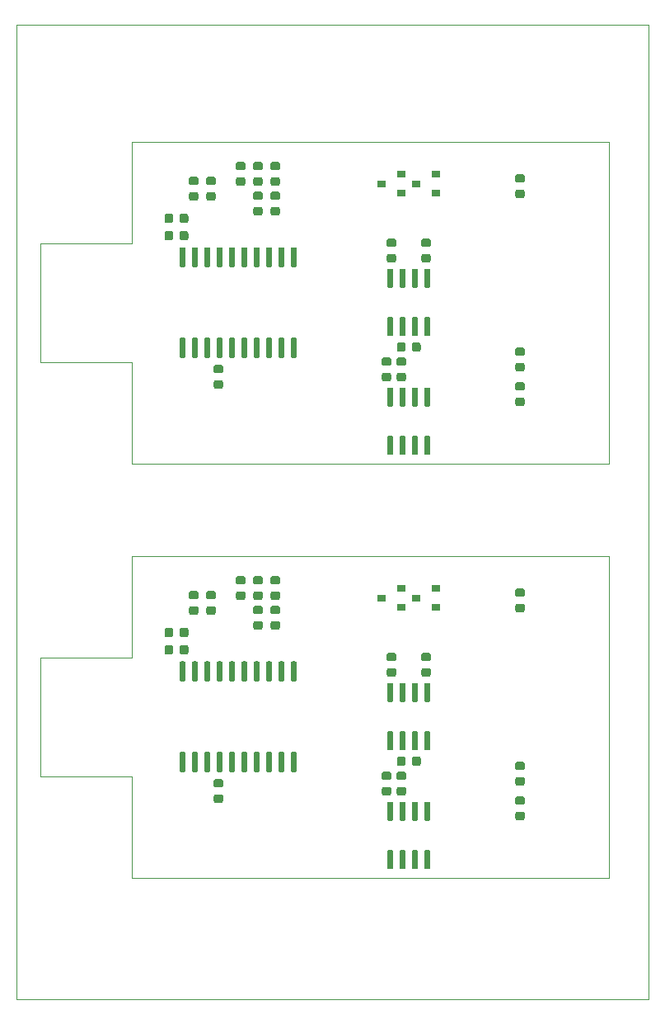
<source format=gbr>
G04 #@! TF.GenerationSoftware,KiCad,Pcbnew,(5.1.5)-3*
G04 #@! TF.CreationDate,2022-04-02T01:18:13+03:00*
G04 #@! TF.ProjectId,USB-UART_PANEL,5553422d-5541-4525-945f-50414e454c2e,rev?*
G04 #@! TF.SameCoordinates,Original*
G04 #@! TF.FileFunction,Paste,Bot*
G04 #@! TF.FilePolarity,Positive*
%FSLAX46Y46*%
G04 Gerber Fmt 4.6, Leading zero omitted, Abs format (unit mm)*
G04 Created by KiCad (PCBNEW (5.1.5)-3) date 2022-04-02 01:18:13*
%MOMM*%
%LPD*%
G04 APERTURE LIST*
%ADD10C,0.050000*%
%ADD11C,0.100000*%
%ADD12R,0.900000X0.800000*%
G04 APERTURE END LIST*
D10*
X0Y100000000D02*
X0Y0D01*
X65000000Y100000000D02*
X0Y100000000D01*
X65000000Y0D02*
X65000000Y100000000D01*
X0Y0D02*
X65000000Y0D01*
X2500000Y22914000D02*
X2500000Y35106000D01*
X11898000Y22914000D02*
X2500000Y22914000D01*
X11898000Y12500000D02*
X11898000Y22914000D01*
X60920000Y12500000D02*
X11898000Y12500000D01*
X60920000Y45520000D02*
X60920000Y12500000D01*
X11898000Y45520000D02*
X60920000Y45520000D01*
X11898000Y35106000D02*
X11898000Y45520000D01*
X2500000Y35106000D02*
X11898000Y35106000D01*
X2500000Y65414000D02*
X2500000Y77606000D01*
X11898000Y65414000D02*
X2500000Y65414000D01*
X11898000Y55000000D02*
X11898000Y65414000D01*
X60920000Y55000000D02*
X11898000Y55000000D01*
X60920000Y88020000D02*
X60920000Y55000000D01*
X11898000Y88020000D02*
X60920000Y88020000D01*
X11898000Y77606000D02*
X11898000Y88020000D01*
X2500000Y77606000D02*
X11898000Y77606000D01*
D11*
G36*
X39861691Y21800947D02*
G01*
X39882926Y21797797D01*
X39903750Y21792581D01*
X39923962Y21785349D01*
X39943368Y21776170D01*
X39961781Y21765134D01*
X39979024Y21752346D01*
X39994930Y21737930D01*
X40009346Y21722024D01*
X40022134Y21704781D01*
X40033170Y21686368D01*
X40042349Y21666962D01*
X40049581Y21646750D01*
X40054797Y21625926D01*
X40057947Y21604691D01*
X40059000Y21583250D01*
X40059000Y21145750D01*
X40057947Y21124309D01*
X40054797Y21103074D01*
X40049581Y21082250D01*
X40042349Y21062038D01*
X40033170Y21042632D01*
X40022134Y21024219D01*
X40009346Y21006976D01*
X39994930Y20991070D01*
X39979024Y20976654D01*
X39961781Y20963866D01*
X39943368Y20952830D01*
X39923962Y20943651D01*
X39903750Y20936419D01*
X39882926Y20931203D01*
X39861691Y20928053D01*
X39840250Y20927000D01*
X39327750Y20927000D01*
X39306309Y20928053D01*
X39285074Y20931203D01*
X39264250Y20936419D01*
X39244038Y20943651D01*
X39224632Y20952830D01*
X39206219Y20963866D01*
X39188976Y20976654D01*
X39173070Y20991070D01*
X39158654Y21006976D01*
X39145866Y21024219D01*
X39134830Y21042632D01*
X39125651Y21062038D01*
X39118419Y21082250D01*
X39113203Y21103074D01*
X39110053Y21124309D01*
X39109000Y21145750D01*
X39109000Y21583250D01*
X39110053Y21604691D01*
X39113203Y21625926D01*
X39118419Y21646750D01*
X39125651Y21666962D01*
X39134830Y21686368D01*
X39145866Y21704781D01*
X39158654Y21722024D01*
X39173070Y21737930D01*
X39188976Y21752346D01*
X39206219Y21765134D01*
X39224632Y21776170D01*
X39244038Y21785349D01*
X39264250Y21792581D01*
X39285074Y21797797D01*
X39306309Y21800947D01*
X39327750Y21802000D01*
X39840250Y21802000D01*
X39861691Y21800947D01*
G37*
G36*
X39861691Y23375947D02*
G01*
X39882926Y23372797D01*
X39903750Y23367581D01*
X39923962Y23360349D01*
X39943368Y23351170D01*
X39961781Y23340134D01*
X39979024Y23327346D01*
X39994930Y23312930D01*
X40009346Y23297024D01*
X40022134Y23279781D01*
X40033170Y23261368D01*
X40042349Y23241962D01*
X40049581Y23221750D01*
X40054797Y23200926D01*
X40057947Y23179691D01*
X40059000Y23158250D01*
X40059000Y22720750D01*
X40057947Y22699309D01*
X40054797Y22678074D01*
X40049581Y22657250D01*
X40042349Y22637038D01*
X40033170Y22617632D01*
X40022134Y22599219D01*
X40009346Y22581976D01*
X39994930Y22566070D01*
X39979024Y22551654D01*
X39961781Y22538866D01*
X39943368Y22527830D01*
X39923962Y22518651D01*
X39903750Y22511419D01*
X39882926Y22506203D01*
X39861691Y22503053D01*
X39840250Y22502000D01*
X39327750Y22502000D01*
X39306309Y22503053D01*
X39285074Y22506203D01*
X39264250Y22511419D01*
X39244038Y22518651D01*
X39224632Y22527830D01*
X39206219Y22538866D01*
X39188976Y22551654D01*
X39173070Y22566070D01*
X39158654Y22581976D01*
X39145866Y22599219D01*
X39134830Y22617632D01*
X39125651Y22637038D01*
X39118419Y22657250D01*
X39113203Y22678074D01*
X39110053Y22699309D01*
X39109000Y22720750D01*
X39109000Y23158250D01*
X39110053Y23179691D01*
X39113203Y23200926D01*
X39118419Y23221750D01*
X39125651Y23241962D01*
X39134830Y23261368D01*
X39145866Y23279781D01*
X39158654Y23297024D01*
X39173070Y23312930D01*
X39188976Y23327346D01*
X39206219Y23340134D01*
X39224632Y23351170D01*
X39244038Y23360349D01*
X39264250Y23367581D01*
X39285074Y23372797D01*
X39306309Y23375947D01*
X39327750Y23377000D01*
X39840250Y23377000D01*
X39861691Y23375947D01*
G37*
G36*
X38337691Y21800947D02*
G01*
X38358926Y21797797D01*
X38379750Y21792581D01*
X38399962Y21785349D01*
X38419368Y21776170D01*
X38437781Y21765134D01*
X38455024Y21752346D01*
X38470930Y21737930D01*
X38485346Y21722024D01*
X38498134Y21704781D01*
X38509170Y21686368D01*
X38518349Y21666962D01*
X38525581Y21646750D01*
X38530797Y21625926D01*
X38533947Y21604691D01*
X38535000Y21583250D01*
X38535000Y21145750D01*
X38533947Y21124309D01*
X38530797Y21103074D01*
X38525581Y21082250D01*
X38518349Y21062038D01*
X38509170Y21042632D01*
X38498134Y21024219D01*
X38485346Y21006976D01*
X38470930Y20991070D01*
X38455024Y20976654D01*
X38437781Y20963866D01*
X38419368Y20952830D01*
X38399962Y20943651D01*
X38379750Y20936419D01*
X38358926Y20931203D01*
X38337691Y20928053D01*
X38316250Y20927000D01*
X37803750Y20927000D01*
X37782309Y20928053D01*
X37761074Y20931203D01*
X37740250Y20936419D01*
X37720038Y20943651D01*
X37700632Y20952830D01*
X37682219Y20963866D01*
X37664976Y20976654D01*
X37649070Y20991070D01*
X37634654Y21006976D01*
X37621866Y21024219D01*
X37610830Y21042632D01*
X37601651Y21062038D01*
X37594419Y21082250D01*
X37589203Y21103074D01*
X37586053Y21124309D01*
X37585000Y21145750D01*
X37585000Y21583250D01*
X37586053Y21604691D01*
X37589203Y21625926D01*
X37594419Y21646750D01*
X37601651Y21666962D01*
X37610830Y21686368D01*
X37621866Y21704781D01*
X37634654Y21722024D01*
X37649070Y21737930D01*
X37664976Y21752346D01*
X37682219Y21765134D01*
X37700632Y21776170D01*
X37720038Y21785349D01*
X37740250Y21792581D01*
X37761074Y21797797D01*
X37782309Y21800947D01*
X37803750Y21802000D01*
X38316250Y21802000D01*
X38337691Y21800947D01*
G37*
G36*
X38337691Y23375947D02*
G01*
X38358926Y23372797D01*
X38379750Y23367581D01*
X38399962Y23360349D01*
X38419368Y23351170D01*
X38437781Y23340134D01*
X38455024Y23327346D01*
X38470930Y23312930D01*
X38485346Y23297024D01*
X38498134Y23279781D01*
X38509170Y23261368D01*
X38518349Y23241962D01*
X38525581Y23221750D01*
X38530797Y23200926D01*
X38533947Y23179691D01*
X38535000Y23158250D01*
X38535000Y22720750D01*
X38533947Y22699309D01*
X38530797Y22678074D01*
X38525581Y22657250D01*
X38518349Y22637038D01*
X38509170Y22617632D01*
X38498134Y22599219D01*
X38485346Y22581976D01*
X38470930Y22566070D01*
X38455024Y22551654D01*
X38437781Y22538866D01*
X38419368Y22527830D01*
X38399962Y22518651D01*
X38379750Y22511419D01*
X38358926Y22506203D01*
X38337691Y22503053D01*
X38316250Y22502000D01*
X37803750Y22502000D01*
X37782309Y22503053D01*
X37761074Y22506203D01*
X37740250Y22511419D01*
X37720038Y22518651D01*
X37700632Y22527830D01*
X37682219Y22538866D01*
X37664976Y22551654D01*
X37649070Y22566070D01*
X37634654Y22581976D01*
X37621866Y22599219D01*
X37610830Y22617632D01*
X37601651Y22637038D01*
X37594419Y22657250D01*
X37589203Y22678074D01*
X37586053Y22699309D01*
X37585000Y22720750D01*
X37585000Y23158250D01*
X37586053Y23179691D01*
X37589203Y23200926D01*
X37594419Y23221750D01*
X37601651Y23241962D01*
X37610830Y23261368D01*
X37621866Y23279781D01*
X37634654Y23297024D01*
X37649070Y23312930D01*
X37664976Y23327346D01*
X37682219Y23340134D01*
X37700632Y23351170D01*
X37720038Y23360349D01*
X37740250Y23367581D01*
X37761074Y23372797D01*
X37782309Y23375947D01*
X37803750Y23377000D01*
X38316250Y23377000D01*
X38337691Y23375947D01*
G37*
G36*
X25129691Y41866947D02*
G01*
X25150926Y41863797D01*
X25171750Y41858581D01*
X25191962Y41851349D01*
X25211368Y41842170D01*
X25229781Y41831134D01*
X25247024Y41818346D01*
X25262930Y41803930D01*
X25277346Y41788024D01*
X25290134Y41770781D01*
X25301170Y41752368D01*
X25310349Y41732962D01*
X25317581Y41712750D01*
X25322797Y41691926D01*
X25325947Y41670691D01*
X25327000Y41649250D01*
X25327000Y41211750D01*
X25325947Y41190309D01*
X25322797Y41169074D01*
X25317581Y41148250D01*
X25310349Y41128038D01*
X25301170Y41108632D01*
X25290134Y41090219D01*
X25277346Y41072976D01*
X25262930Y41057070D01*
X25247024Y41042654D01*
X25229781Y41029866D01*
X25211368Y41018830D01*
X25191962Y41009651D01*
X25171750Y41002419D01*
X25150926Y40997203D01*
X25129691Y40994053D01*
X25108250Y40993000D01*
X24595750Y40993000D01*
X24574309Y40994053D01*
X24553074Y40997203D01*
X24532250Y41002419D01*
X24512038Y41009651D01*
X24492632Y41018830D01*
X24474219Y41029866D01*
X24456976Y41042654D01*
X24441070Y41057070D01*
X24426654Y41072976D01*
X24413866Y41090219D01*
X24402830Y41108632D01*
X24393651Y41128038D01*
X24386419Y41148250D01*
X24381203Y41169074D01*
X24378053Y41190309D01*
X24377000Y41211750D01*
X24377000Y41649250D01*
X24378053Y41670691D01*
X24381203Y41691926D01*
X24386419Y41712750D01*
X24393651Y41732962D01*
X24402830Y41752368D01*
X24413866Y41770781D01*
X24426654Y41788024D01*
X24441070Y41803930D01*
X24456976Y41818346D01*
X24474219Y41831134D01*
X24492632Y41842170D01*
X24512038Y41851349D01*
X24532250Y41858581D01*
X24553074Y41863797D01*
X24574309Y41866947D01*
X24595750Y41868000D01*
X25108250Y41868000D01*
X25129691Y41866947D01*
G37*
G36*
X25129691Y43441947D02*
G01*
X25150926Y43438797D01*
X25171750Y43433581D01*
X25191962Y43426349D01*
X25211368Y43417170D01*
X25229781Y43406134D01*
X25247024Y43393346D01*
X25262930Y43378930D01*
X25277346Y43363024D01*
X25290134Y43345781D01*
X25301170Y43327368D01*
X25310349Y43307962D01*
X25317581Y43287750D01*
X25322797Y43266926D01*
X25325947Y43245691D01*
X25327000Y43224250D01*
X25327000Y42786750D01*
X25325947Y42765309D01*
X25322797Y42744074D01*
X25317581Y42723250D01*
X25310349Y42703038D01*
X25301170Y42683632D01*
X25290134Y42665219D01*
X25277346Y42647976D01*
X25262930Y42632070D01*
X25247024Y42617654D01*
X25229781Y42604866D01*
X25211368Y42593830D01*
X25191962Y42584651D01*
X25171750Y42577419D01*
X25150926Y42572203D01*
X25129691Y42569053D01*
X25108250Y42568000D01*
X24595750Y42568000D01*
X24574309Y42569053D01*
X24553074Y42572203D01*
X24532250Y42577419D01*
X24512038Y42584651D01*
X24492632Y42593830D01*
X24474219Y42604866D01*
X24456976Y42617654D01*
X24441070Y42632070D01*
X24426654Y42647976D01*
X24413866Y42665219D01*
X24402830Y42683632D01*
X24393651Y42703038D01*
X24386419Y42723250D01*
X24381203Y42744074D01*
X24378053Y42765309D01*
X24377000Y42786750D01*
X24377000Y43224250D01*
X24378053Y43245691D01*
X24381203Y43266926D01*
X24386419Y43287750D01*
X24393651Y43307962D01*
X24402830Y43327368D01*
X24413866Y43345781D01*
X24426654Y43363024D01*
X24441070Y43378930D01*
X24456976Y43393346D01*
X24474219Y43406134D01*
X24492632Y43417170D01*
X24512038Y43426349D01*
X24532250Y43433581D01*
X24553074Y43438797D01*
X24574309Y43441947D01*
X24595750Y43443000D01*
X25108250Y43443000D01*
X25129691Y43441947D01*
G37*
G36*
X26907691Y41866947D02*
G01*
X26928926Y41863797D01*
X26949750Y41858581D01*
X26969962Y41851349D01*
X26989368Y41842170D01*
X27007781Y41831134D01*
X27025024Y41818346D01*
X27040930Y41803930D01*
X27055346Y41788024D01*
X27068134Y41770781D01*
X27079170Y41752368D01*
X27088349Y41732962D01*
X27095581Y41712750D01*
X27100797Y41691926D01*
X27103947Y41670691D01*
X27105000Y41649250D01*
X27105000Y41211750D01*
X27103947Y41190309D01*
X27100797Y41169074D01*
X27095581Y41148250D01*
X27088349Y41128038D01*
X27079170Y41108632D01*
X27068134Y41090219D01*
X27055346Y41072976D01*
X27040930Y41057070D01*
X27025024Y41042654D01*
X27007781Y41029866D01*
X26989368Y41018830D01*
X26969962Y41009651D01*
X26949750Y41002419D01*
X26928926Y40997203D01*
X26907691Y40994053D01*
X26886250Y40993000D01*
X26373750Y40993000D01*
X26352309Y40994053D01*
X26331074Y40997203D01*
X26310250Y41002419D01*
X26290038Y41009651D01*
X26270632Y41018830D01*
X26252219Y41029866D01*
X26234976Y41042654D01*
X26219070Y41057070D01*
X26204654Y41072976D01*
X26191866Y41090219D01*
X26180830Y41108632D01*
X26171651Y41128038D01*
X26164419Y41148250D01*
X26159203Y41169074D01*
X26156053Y41190309D01*
X26155000Y41211750D01*
X26155000Y41649250D01*
X26156053Y41670691D01*
X26159203Y41691926D01*
X26164419Y41712750D01*
X26171651Y41732962D01*
X26180830Y41752368D01*
X26191866Y41770781D01*
X26204654Y41788024D01*
X26219070Y41803930D01*
X26234976Y41818346D01*
X26252219Y41831134D01*
X26270632Y41842170D01*
X26290038Y41851349D01*
X26310250Y41858581D01*
X26331074Y41863797D01*
X26352309Y41866947D01*
X26373750Y41868000D01*
X26886250Y41868000D01*
X26907691Y41866947D01*
G37*
G36*
X26907691Y43441947D02*
G01*
X26928926Y43438797D01*
X26949750Y43433581D01*
X26969962Y43426349D01*
X26989368Y43417170D01*
X27007781Y43406134D01*
X27025024Y43393346D01*
X27040930Y43378930D01*
X27055346Y43363024D01*
X27068134Y43345781D01*
X27079170Y43327368D01*
X27088349Y43307962D01*
X27095581Y43287750D01*
X27100797Y43266926D01*
X27103947Y43245691D01*
X27105000Y43224250D01*
X27105000Y42786750D01*
X27103947Y42765309D01*
X27100797Y42744074D01*
X27095581Y42723250D01*
X27088349Y42703038D01*
X27079170Y42683632D01*
X27068134Y42665219D01*
X27055346Y42647976D01*
X27040930Y42632070D01*
X27025024Y42617654D01*
X27007781Y42604866D01*
X26989368Y42593830D01*
X26969962Y42584651D01*
X26949750Y42577419D01*
X26928926Y42572203D01*
X26907691Y42569053D01*
X26886250Y42568000D01*
X26373750Y42568000D01*
X26352309Y42569053D01*
X26331074Y42572203D01*
X26310250Y42577419D01*
X26290038Y42584651D01*
X26270632Y42593830D01*
X26252219Y42604866D01*
X26234976Y42617654D01*
X26219070Y42632070D01*
X26204654Y42647976D01*
X26191866Y42665219D01*
X26180830Y42683632D01*
X26171651Y42703038D01*
X26164419Y42723250D01*
X26159203Y42744074D01*
X26156053Y42765309D01*
X26155000Y42786750D01*
X26155000Y43224250D01*
X26156053Y43245691D01*
X26159203Y43266926D01*
X26164419Y43287750D01*
X26171651Y43307962D01*
X26180830Y43327368D01*
X26191866Y43345781D01*
X26204654Y43363024D01*
X26219070Y43378930D01*
X26234976Y43393346D01*
X26252219Y43406134D01*
X26270632Y43417170D01*
X26290038Y43426349D01*
X26310250Y43433581D01*
X26331074Y43438797D01*
X26352309Y43441947D01*
X26373750Y43443000D01*
X26886250Y43443000D01*
X26907691Y43441947D01*
G37*
G36*
X25129691Y40393947D02*
G01*
X25150926Y40390797D01*
X25171750Y40385581D01*
X25191962Y40378349D01*
X25211368Y40369170D01*
X25229781Y40358134D01*
X25247024Y40345346D01*
X25262930Y40330930D01*
X25277346Y40315024D01*
X25290134Y40297781D01*
X25301170Y40279368D01*
X25310349Y40259962D01*
X25317581Y40239750D01*
X25322797Y40218926D01*
X25325947Y40197691D01*
X25327000Y40176250D01*
X25327000Y39738750D01*
X25325947Y39717309D01*
X25322797Y39696074D01*
X25317581Y39675250D01*
X25310349Y39655038D01*
X25301170Y39635632D01*
X25290134Y39617219D01*
X25277346Y39599976D01*
X25262930Y39584070D01*
X25247024Y39569654D01*
X25229781Y39556866D01*
X25211368Y39545830D01*
X25191962Y39536651D01*
X25171750Y39529419D01*
X25150926Y39524203D01*
X25129691Y39521053D01*
X25108250Y39520000D01*
X24595750Y39520000D01*
X24574309Y39521053D01*
X24553074Y39524203D01*
X24532250Y39529419D01*
X24512038Y39536651D01*
X24492632Y39545830D01*
X24474219Y39556866D01*
X24456976Y39569654D01*
X24441070Y39584070D01*
X24426654Y39599976D01*
X24413866Y39617219D01*
X24402830Y39635632D01*
X24393651Y39655038D01*
X24386419Y39675250D01*
X24381203Y39696074D01*
X24378053Y39717309D01*
X24377000Y39738750D01*
X24377000Y40176250D01*
X24378053Y40197691D01*
X24381203Y40218926D01*
X24386419Y40239750D01*
X24393651Y40259962D01*
X24402830Y40279368D01*
X24413866Y40297781D01*
X24426654Y40315024D01*
X24441070Y40330930D01*
X24456976Y40345346D01*
X24474219Y40358134D01*
X24492632Y40369170D01*
X24512038Y40378349D01*
X24532250Y40385581D01*
X24553074Y40390797D01*
X24574309Y40393947D01*
X24595750Y40395000D01*
X25108250Y40395000D01*
X25129691Y40393947D01*
G37*
G36*
X25129691Y38818947D02*
G01*
X25150926Y38815797D01*
X25171750Y38810581D01*
X25191962Y38803349D01*
X25211368Y38794170D01*
X25229781Y38783134D01*
X25247024Y38770346D01*
X25262930Y38755930D01*
X25277346Y38740024D01*
X25290134Y38722781D01*
X25301170Y38704368D01*
X25310349Y38684962D01*
X25317581Y38664750D01*
X25322797Y38643926D01*
X25325947Y38622691D01*
X25327000Y38601250D01*
X25327000Y38163750D01*
X25325947Y38142309D01*
X25322797Y38121074D01*
X25317581Y38100250D01*
X25310349Y38080038D01*
X25301170Y38060632D01*
X25290134Y38042219D01*
X25277346Y38024976D01*
X25262930Y38009070D01*
X25247024Y37994654D01*
X25229781Y37981866D01*
X25211368Y37970830D01*
X25191962Y37961651D01*
X25171750Y37954419D01*
X25150926Y37949203D01*
X25129691Y37946053D01*
X25108250Y37945000D01*
X24595750Y37945000D01*
X24574309Y37946053D01*
X24553074Y37949203D01*
X24532250Y37954419D01*
X24512038Y37961651D01*
X24492632Y37970830D01*
X24474219Y37981866D01*
X24456976Y37994654D01*
X24441070Y38009070D01*
X24426654Y38024976D01*
X24413866Y38042219D01*
X24402830Y38060632D01*
X24393651Y38080038D01*
X24386419Y38100250D01*
X24381203Y38121074D01*
X24378053Y38142309D01*
X24377000Y38163750D01*
X24377000Y38601250D01*
X24378053Y38622691D01*
X24381203Y38643926D01*
X24386419Y38664750D01*
X24393651Y38684962D01*
X24402830Y38704368D01*
X24413866Y38722781D01*
X24426654Y38740024D01*
X24441070Y38755930D01*
X24456976Y38770346D01*
X24474219Y38783134D01*
X24492632Y38794170D01*
X24512038Y38803349D01*
X24532250Y38810581D01*
X24553074Y38815797D01*
X24574309Y38818947D01*
X24595750Y38820000D01*
X25108250Y38820000D01*
X25129691Y38818947D01*
G37*
G36*
X26907691Y40393947D02*
G01*
X26928926Y40390797D01*
X26949750Y40385581D01*
X26969962Y40378349D01*
X26989368Y40369170D01*
X27007781Y40358134D01*
X27025024Y40345346D01*
X27040930Y40330930D01*
X27055346Y40315024D01*
X27068134Y40297781D01*
X27079170Y40279368D01*
X27088349Y40259962D01*
X27095581Y40239750D01*
X27100797Y40218926D01*
X27103947Y40197691D01*
X27105000Y40176250D01*
X27105000Y39738750D01*
X27103947Y39717309D01*
X27100797Y39696074D01*
X27095581Y39675250D01*
X27088349Y39655038D01*
X27079170Y39635632D01*
X27068134Y39617219D01*
X27055346Y39599976D01*
X27040930Y39584070D01*
X27025024Y39569654D01*
X27007781Y39556866D01*
X26989368Y39545830D01*
X26969962Y39536651D01*
X26949750Y39529419D01*
X26928926Y39524203D01*
X26907691Y39521053D01*
X26886250Y39520000D01*
X26373750Y39520000D01*
X26352309Y39521053D01*
X26331074Y39524203D01*
X26310250Y39529419D01*
X26290038Y39536651D01*
X26270632Y39545830D01*
X26252219Y39556866D01*
X26234976Y39569654D01*
X26219070Y39584070D01*
X26204654Y39599976D01*
X26191866Y39617219D01*
X26180830Y39635632D01*
X26171651Y39655038D01*
X26164419Y39675250D01*
X26159203Y39696074D01*
X26156053Y39717309D01*
X26155000Y39738750D01*
X26155000Y40176250D01*
X26156053Y40197691D01*
X26159203Y40218926D01*
X26164419Y40239750D01*
X26171651Y40259962D01*
X26180830Y40279368D01*
X26191866Y40297781D01*
X26204654Y40315024D01*
X26219070Y40330930D01*
X26234976Y40345346D01*
X26252219Y40358134D01*
X26270632Y40369170D01*
X26290038Y40378349D01*
X26310250Y40385581D01*
X26331074Y40390797D01*
X26352309Y40393947D01*
X26373750Y40395000D01*
X26886250Y40395000D01*
X26907691Y40393947D01*
G37*
G36*
X26907691Y38818947D02*
G01*
X26928926Y38815797D01*
X26949750Y38810581D01*
X26969962Y38803349D01*
X26989368Y38794170D01*
X27007781Y38783134D01*
X27025024Y38770346D01*
X27040930Y38755930D01*
X27055346Y38740024D01*
X27068134Y38722781D01*
X27079170Y38704368D01*
X27088349Y38684962D01*
X27095581Y38664750D01*
X27100797Y38643926D01*
X27103947Y38622691D01*
X27105000Y38601250D01*
X27105000Y38163750D01*
X27103947Y38142309D01*
X27100797Y38121074D01*
X27095581Y38100250D01*
X27088349Y38080038D01*
X27079170Y38060632D01*
X27068134Y38042219D01*
X27055346Y38024976D01*
X27040930Y38009070D01*
X27025024Y37994654D01*
X27007781Y37981866D01*
X26989368Y37970830D01*
X26969962Y37961651D01*
X26949750Y37954419D01*
X26928926Y37949203D01*
X26907691Y37946053D01*
X26886250Y37945000D01*
X26373750Y37945000D01*
X26352309Y37946053D01*
X26331074Y37949203D01*
X26310250Y37954419D01*
X26290038Y37961651D01*
X26270632Y37970830D01*
X26252219Y37981866D01*
X26234976Y37994654D01*
X26219070Y38009070D01*
X26204654Y38024976D01*
X26191866Y38042219D01*
X26180830Y38060632D01*
X26171651Y38080038D01*
X26164419Y38100250D01*
X26159203Y38121074D01*
X26156053Y38142309D01*
X26155000Y38163750D01*
X26155000Y38601250D01*
X26156053Y38622691D01*
X26159203Y38643926D01*
X26164419Y38664750D01*
X26171651Y38684962D01*
X26180830Y38704368D01*
X26191866Y38722781D01*
X26204654Y38740024D01*
X26219070Y38755930D01*
X26234976Y38770346D01*
X26252219Y38783134D01*
X26270632Y38794170D01*
X26290038Y38803349D01*
X26310250Y38810581D01*
X26331074Y38815797D01*
X26352309Y38818947D01*
X26373750Y38820000D01*
X26886250Y38820000D01*
X26907691Y38818947D01*
G37*
G36*
X42415703Y32459278D02*
G01*
X42430264Y32457118D01*
X42444543Y32453541D01*
X42458403Y32448582D01*
X42471710Y32442288D01*
X42484336Y32434720D01*
X42496159Y32425952D01*
X42507066Y32416066D01*
X42516952Y32405159D01*
X42525720Y32393336D01*
X42533288Y32380710D01*
X42539582Y32367403D01*
X42544541Y32353543D01*
X42548118Y32339264D01*
X42550278Y32324703D01*
X42551000Y32310000D01*
X42551000Y30660000D01*
X42550278Y30645297D01*
X42548118Y30630736D01*
X42544541Y30616457D01*
X42539582Y30602597D01*
X42533288Y30589290D01*
X42525720Y30576664D01*
X42516952Y30564841D01*
X42507066Y30553934D01*
X42496159Y30544048D01*
X42484336Y30535280D01*
X42471710Y30527712D01*
X42458403Y30521418D01*
X42444543Y30516459D01*
X42430264Y30512882D01*
X42415703Y30510722D01*
X42401000Y30510000D01*
X42101000Y30510000D01*
X42086297Y30510722D01*
X42071736Y30512882D01*
X42057457Y30516459D01*
X42043597Y30521418D01*
X42030290Y30527712D01*
X42017664Y30535280D01*
X42005841Y30544048D01*
X41994934Y30553934D01*
X41985048Y30564841D01*
X41976280Y30576664D01*
X41968712Y30589290D01*
X41962418Y30602597D01*
X41957459Y30616457D01*
X41953882Y30630736D01*
X41951722Y30645297D01*
X41951000Y30660000D01*
X41951000Y32310000D01*
X41951722Y32324703D01*
X41953882Y32339264D01*
X41957459Y32353543D01*
X41962418Y32367403D01*
X41968712Y32380710D01*
X41976280Y32393336D01*
X41985048Y32405159D01*
X41994934Y32416066D01*
X42005841Y32425952D01*
X42017664Y32434720D01*
X42030290Y32442288D01*
X42043597Y32448582D01*
X42057457Y32453541D01*
X42071736Y32457118D01*
X42086297Y32459278D01*
X42101000Y32460000D01*
X42401000Y32460000D01*
X42415703Y32459278D01*
G37*
G36*
X41145703Y32459278D02*
G01*
X41160264Y32457118D01*
X41174543Y32453541D01*
X41188403Y32448582D01*
X41201710Y32442288D01*
X41214336Y32434720D01*
X41226159Y32425952D01*
X41237066Y32416066D01*
X41246952Y32405159D01*
X41255720Y32393336D01*
X41263288Y32380710D01*
X41269582Y32367403D01*
X41274541Y32353543D01*
X41278118Y32339264D01*
X41280278Y32324703D01*
X41281000Y32310000D01*
X41281000Y30660000D01*
X41280278Y30645297D01*
X41278118Y30630736D01*
X41274541Y30616457D01*
X41269582Y30602597D01*
X41263288Y30589290D01*
X41255720Y30576664D01*
X41246952Y30564841D01*
X41237066Y30553934D01*
X41226159Y30544048D01*
X41214336Y30535280D01*
X41201710Y30527712D01*
X41188403Y30521418D01*
X41174543Y30516459D01*
X41160264Y30512882D01*
X41145703Y30510722D01*
X41131000Y30510000D01*
X40831000Y30510000D01*
X40816297Y30510722D01*
X40801736Y30512882D01*
X40787457Y30516459D01*
X40773597Y30521418D01*
X40760290Y30527712D01*
X40747664Y30535280D01*
X40735841Y30544048D01*
X40724934Y30553934D01*
X40715048Y30564841D01*
X40706280Y30576664D01*
X40698712Y30589290D01*
X40692418Y30602597D01*
X40687459Y30616457D01*
X40683882Y30630736D01*
X40681722Y30645297D01*
X40681000Y30660000D01*
X40681000Y32310000D01*
X40681722Y32324703D01*
X40683882Y32339264D01*
X40687459Y32353543D01*
X40692418Y32367403D01*
X40698712Y32380710D01*
X40706280Y32393336D01*
X40715048Y32405159D01*
X40724934Y32416066D01*
X40735841Y32425952D01*
X40747664Y32434720D01*
X40760290Y32442288D01*
X40773597Y32448582D01*
X40787457Y32453541D01*
X40801736Y32457118D01*
X40816297Y32459278D01*
X40831000Y32460000D01*
X41131000Y32460000D01*
X41145703Y32459278D01*
G37*
G36*
X39875703Y32459278D02*
G01*
X39890264Y32457118D01*
X39904543Y32453541D01*
X39918403Y32448582D01*
X39931710Y32442288D01*
X39944336Y32434720D01*
X39956159Y32425952D01*
X39967066Y32416066D01*
X39976952Y32405159D01*
X39985720Y32393336D01*
X39993288Y32380710D01*
X39999582Y32367403D01*
X40004541Y32353543D01*
X40008118Y32339264D01*
X40010278Y32324703D01*
X40011000Y32310000D01*
X40011000Y30660000D01*
X40010278Y30645297D01*
X40008118Y30630736D01*
X40004541Y30616457D01*
X39999582Y30602597D01*
X39993288Y30589290D01*
X39985720Y30576664D01*
X39976952Y30564841D01*
X39967066Y30553934D01*
X39956159Y30544048D01*
X39944336Y30535280D01*
X39931710Y30527712D01*
X39918403Y30521418D01*
X39904543Y30516459D01*
X39890264Y30512882D01*
X39875703Y30510722D01*
X39861000Y30510000D01*
X39561000Y30510000D01*
X39546297Y30510722D01*
X39531736Y30512882D01*
X39517457Y30516459D01*
X39503597Y30521418D01*
X39490290Y30527712D01*
X39477664Y30535280D01*
X39465841Y30544048D01*
X39454934Y30553934D01*
X39445048Y30564841D01*
X39436280Y30576664D01*
X39428712Y30589290D01*
X39422418Y30602597D01*
X39417459Y30616457D01*
X39413882Y30630736D01*
X39411722Y30645297D01*
X39411000Y30660000D01*
X39411000Y32310000D01*
X39411722Y32324703D01*
X39413882Y32339264D01*
X39417459Y32353543D01*
X39422418Y32367403D01*
X39428712Y32380710D01*
X39436280Y32393336D01*
X39445048Y32405159D01*
X39454934Y32416066D01*
X39465841Y32425952D01*
X39477664Y32434720D01*
X39490290Y32442288D01*
X39503597Y32448582D01*
X39517457Y32453541D01*
X39531736Y32457118D01*
X39546297Y32459278D01*
X39561000Y32460000D01*
X39861000Y32460000D01*
X39875703Y32459278D01*
G37*
G36*
X38605703Y32459278D02*
G01*
X38620264Y32457118D01*
X38634543Y32453541D01*
X38648403Y32448582D01*
X38661710Y32442288D01*
X38674336Y32434720D01*
X38686159Y32425952D01*
X38697066Y32416066D01*
X38706952Y32405159D01*
X38715720Y32393336D01*
X38723288Y32380710D01*
X38729582Y32367403D01*
X38734541Y32353543D01*
X38738118Y32339264D01*
X38740278Y32324703D01*
X38741000Y32310000D01*
X38741000Y30660000D01*
X38740278Y30645297D01*
X38738118Y30630736D01*
X38734541Y30616457D01*
X38729582Y30602597D01*
X38723288Y30589290D01*
X38715720Y30576664D01*
X38706952Y30564841D01*
X38697066Y30553934D01*
X38686159Y30544048D01*
X38674336Y30535280D01*
X38661710Y30527712D01*
X38648403Y30521418D01*
X38634543Y30516459D01*
X38620264Y30512882D01*
X38605703Y30510722D01*
X38591000Y30510000D01*
X38291000Y30510000D01*
X38276297Y30510722D01*
X38261736Y30512882D01*
X38247457Y30516459D01*
X38233597Y30521418D01*
X38220290Y30527712D01*
X38207664Y30535280D01*
X38195841Y30544048D01*
X38184934Y30553934D01*
X38175048Y30564841D01*
X38166280Y30576664D01*
X38158712Y30589290D01*
X38152418Y30602597D01*
X38147459Y30616457D01*
X38143882Y30630736D01*
X38141722Y30645297D01*
X38141000Y30660000D01*
X38141000Y32310000D01*
X38141722Y32324703D01*
X38143882Y32339264D01*
X38147459Y32353543D01*
X38152418Y32367403D01*
X38158712Y32380710D01*
X38166280Y32393336D01*
X38175048Y32405159D01*
X38184934Y32416066D01*
X38195841Y32425952D01*
X38207664Y32434720D01*
X38220290Y32442288D01*
X38233597Y32448582D01*
X38247457Y32453541D01*
X38261736Y32457118D01*
X38276297Y32459278D01*
X38291000Y32460000D01*
X38591000Y32460000D01*
X38605703Y32459278D01*
G37*
G36*
X38605703Y27509278D02*
G01*
X38620264Y27507118D01*
X38634543Y27503541D01*
X38648403Y27498582D01*
X38661710Y27492288D01*
X38674336Y27484720D01*
X38686159Y27475952D01*
X38697066Y27466066D01*
X38706952Y27455159D01*
X38715720Y27443336D01*
X38723288Y27430710D01*
X38729582Y27417403D01*
X38734541Y27403543D01*
X38738118Y27389264D01*
X38740278Y27374703D01*
X38741000Y27360000D01*
X38741000Y25710000D01*
X38740278Y25695297D01*
X38738118Y25680736D01*
X38734541Y25666457D01*
X38729582Y25652597D01*
X38723288Y25639290D01*
X38715720Y25626664D01*
X38706952Y25614841D01*
X38697066Y25603934D01*
X38686159Y25594048D01*
X38674336Y25585280D01*
X38661710Y25577712D01*
X38648403Y25571418D01*
X38634543Y25566459D01*
X38620264Y25562882D01*
X38605703Y25560722D01*
X38591000Y25560000D01*
X38291000Y25560000D01*
X38276297Y25560722D01*
X38261736Y25562882D01*
X38247457Y25566459D01*
X38233597Y25571418D01*
X38220290Y25577712D01*
X38207664Y25585280D01*
X38195841Y25594048D01*
X38184934Y25603934D01*
X38175048Y25614841D01*
X38166280Y25626664D01*
X38158712Y25639290D01*
X38152418Y25652597D01*
X38147459Y25666457D01*
X38143882Y25680736D01*
X38141722Y25695297D01*
X38141000Y25710000D01*
X38141000Y27360000D01*
X38141722Y27374703D01*
X38143882Y27389264D01*
X38147459Y27403543D01*
X38152418Y27417403D01*
X38158712Y27430710D01*
X38166280Y27443336D01*
X38175048Y27455159D01*
X38184934Y27466066D01*
X38195841Y27475952D01*
X38207664Y27484720D01*
X38220290Y27492288D01*
X38233597Y27498582D01*
X38247457Y27503541D01*
X38261736Y27507118D01*
X38276297Y27509278D01*
X38291000Y27510000D01*
X38591000Y27510000D01*
X38605703Y27509278D01*
G37*
G36*
X39875703Y27509278D02*
G01*
X39890264Y27507118D01*
X39904543Y27503541D01*
X39918403Y27498582D01*
X39931710Y27492288D01*
X39944336Y27484720D01*
X39956159Y27475952D01*
X39967066Y27466066D01*
X39976952Y27455159D01*
X39985720Y27443336D01*
X39993288Y27430710D01*
X39999582Y27417403D01*
X40004541Y27403543D01*
X40008118Y27389264D01*
X40010278Y27374703D01*
X40011000Y27360000D01*
X40011000Y25710000D01*
X40010278Y25695297D01*
X40008118Y25680736D01*
X40004541Y25666457D01*
X39999582Y25652597D01*
X39993288Y25639290D01*
X39985720Y25626664D01*
X39976952Y25614841D01*
X39967066Y25603934D01*
X39956159Y25594048D01*
X39944336Y25585280D01*
X39931710Y25577712D01*
X39918403Y25571418D01*
X39904543Y25566459D01*
X39890264Y25562882D01*
X39875703Y25560722D01*
X39861000Y25560000D01*
X39561000Y25560000D01*
X39546297Y25560722D01*
X39531736Y25562882D01*
X39517457Y25566459D01*
X39503597Y25571418D01*
X39490290Y25577712D01*
X39477664Y25585280D01*
X39465841Y25594048D01*
X39454934Y25603934D01*
X39445048Y25614841D01*
X39436280Y25626664D01*
X39428712Y25639290D01*
X39422418Y25652597D01*
X39417459Y25666457D01*
X39413882Y25680736D01*
X39411722Y25695297D01*
X39411000Y25710000D01*
X39411000Y27360000D01*
X39411722Y27374703D01*
X39413882Y27389264D01*
X39417459Y27403543D01*
X39422418Y27417403D01*
X39428712Y27430710D01*
X39436280Y27443336D01*
X39445048Y27455159D01*
X39454934Y27466066D01*
X39465841Y27475952D01*
X39477664Y27484720D01*
X39490290Y27492288D01*
X39503597Y27498582D01*
X39517457Y27503541D01*
X39531736Y27507118D01*
X39546297Y27509278D01*
X39561000Y27510000D01*
X39861000Y27510000D01*
X39875703Y27509278D01*
G37*
G36*
X41145703Y27509278D02*
G01*
X41160264Y27507118D01*
X41174543Y27503541D01*
X41188403Y27498582D01*
X41201710Y27492288D01*
X41214336Y27484720D01*
X41226159Y27475952D01*
X41237066Y27466066D01*
X41246952Y27455159D01*
X41255720Y27443336D01*
X41263288Y27430710D01*
X41269582Y27417403D01*
X41274541Y27403543D01*
X41278118Y27389264D01*
X41280278Y27374703D01*
X41281000Y27360000D01*
X41281000Y25710000D01*
X41280278Y25695297D01*
X41278118Y25680736D01*
X41274541Y25666457D01*
X41269582Y25652597D01*
X41263288Y25639290D01*
X41255720Y25626664D01*
X41246952Y25614841D01*
X41237066Y25603934D01*
X41226159Y25594048D01*
X41214336Y25585280D01*
X41201710Y25577712D01*
X41188403Y25571418D01*
X41174543Y25566459D01*
X41160264Y25562882D01*
X41145703Y25560722D01*
X41131000Y25560000D01*
X40831000Y25560000D01*
X40816297Y25560722D01*
X40801736Y25562882D01*
X40787457Y25566459D01*
X40773597Y25571418D01*
X40760290Y25577712D01*
X40747664Y25585280D01*
X40735841Y25594048D01*
X40724934Y25603934D01*
X40715048Y25614841D01*
X40706280Y25626664D01*
X40698712Y25639290D01*
X40692418Y25652597D01*
X40687459Y25666457D01*
X40683882Y25680736D01*
X40681722Y25695297D01*
X40681000Y25710000D01*
X40681000Y27360000D01*
X40681722Y27374703D01*
X40683882Y27389264D01*
X40687459Y27403543D01*
X40692418Y27417403D01*
X40698712Y27430710D01*
X40706280Y27443336D01*
X40715048Y27455159D01*
X40724934Y27466066D01*
X40735841Y27475952D01*
X40747664Y27484720D01*
X40760290Y27492288D01*
X40773597Y27498582D01*
X40787457Y27503541D01*
X40801736Y27507118D01*
X40816297Y27509278D01*
X40831000Y27510000D01*
X41131000Y27510000D01*
X41145703Y27509278D01*
G37*
G36*
X42415703Y27509278D02*
G01*
X42430264Y27507118D01*
X42444543Y27503541D01*
X42458403Y27498582D01*
X42471710Y27492288D01*
X42484336Y27484720D01*
X42496159Y27475952D01*
X42507066Y27466066D01*
X42516952Y27455159D01*
X42525720Y27443336D01*
X42533288Y27430710D01*
X42539582Y27417403D01*
X42544541Y27403543D01*
X42548118Y27389264D01*
X42550278Y27374703D01*
X42551000Y27360000D01*
X42551000Y25710000D01*
X42550278Y25695297D01*
X42548118Y25680736D01*
X42544541Y25666457D01*
X42539582Y25652597D01*
X42533288Y25639290D01*
X42525720Y25626664D01*
X42516952Y25614841D01*
X42507066Y25603934D01*
X42496159Y25594048D01*
X42484336Y25585280D01*
X42471710Y25577712D01*
X42458403Y25571418D01*
X42444543Y25566459D01*
X42430264Y25562882D01*
X42415703Y25560722D01*
X42401000Y25560000D01*
X42101000Y25560000D01*
X42086297Y25560722D01*
X42071736Y25562882D01*
X42057457Y25566459D01*
X42043597Y25571418D01*
X42030290Y25577712D01*
X42017664Y25585280D01*
X42005841Y25594048D01*
X41994934Y25603934D01*
X41985048Y25614841D01*
X41976280Y25626664D01*
X41968712Y25639290D01*
X41962418Y25652597D01*
X41957459Y25666457D01*
X41953882Y25680736D01*
X41951722Y25695297D01*
X41951000Y25710000D01*
X41951000Y27360000D01*
X41951722Y27374703D01*
X41953882Y27389264D01*
X41957459Y27403543D01*
X41962418Y27417403D01*
X41968712Y27430710D01*
X41976280Y27443336D01*
X41985048Y27455159D01*
X41994934Y27466066D01*
X42005841Y27475952D01*
X42017664Y27484720D01*
X42030290Y27492288D01*
X42043597Y27498582D01*
X42057457Y27503541D01*
X42071736Y27507118D01*
X42086297Y27509278D01*
X42101000Y27510000D01*
X42401000Y27510000D01*
X42415703Y27509278D01*
G37*
G36*
X42415703Y20267278D02*
G01*
X42430264Y20265118D01*
X42444543Y20261541D01*
X42458403Y20256582D01*
X42471710Y20250288D01*
X42484336Y20242720D01*
X42496159Y20233952D01*
X42507066Y20224066D01*
X42516952Y20213159D01*
X42525720Y20201336D01*
X42533288Y20188710D01*
X42539582Y20175403D01*
X42544541Y20161543D01*
X42548118Y20147264D01*
X42550278Y20132703D01*
X42551000Y20118000D01*
X42551000Y18468000D01*
X42550278Y18453297D01*
X42548118Y18438736D01*
X42544541Y18424457D01*
X42539582Y18410597D01*
X42533288Y18397290D01*
X42525720Y18384664D01*
X42516952Y18372841D01*
X42507066Y18361934D01*
X42496159Y18352048D01*
X42484336Y18343280D01*
X42471710Y18335712D01*
X42458403Y18329418D01*
X42444543Y18324459D01*
X42430264Y18320882D01*
X42415703Y18318722D01*
X42401000Y18318000D01*
X42101000Y18318000D01*
X42086297Y18318722D01*
X42071736Y18320882D01*
X42057457Y18324459D01*
X42043597Y18329418D01*
X42030290Y18335712D01*
X42017664Y18343280D01*
X42005841Y18352048D01*
X41994934Y18361934D01*
X41985048Y18372841D01*
X41976280Y18384664D01*
X41968712Y18397290D01*
X41962418Y18410597D01*
X41957459Y18424457D01*
X41953882Y18438736D01*
X41951722Y18453297D01*
X41951000Y18468000D01*
X41951000Y20118000D01*
X41951722Y20132703D01*
X41953882Y20147264D01*
X41957459Y20161543D01*
X41962418Y20175403D01*
X41968712Y20188710D01*
X41976280Y20201336D01*
X41985048Y20213159D01*
X41994934Y20224066D01*
X42005841Y20233952D01*
X42017664Y20242720D01*
X42030290Y20250288D01*
X42043597Y20256582D01*
X42057457Y20261541D01*
X42071736Y20265118D01*
X42086297Y20267278D01*
X42101000Y20268000D01*
X42401000Y20268000D01*
X42415703Y20267278D01*
G37*
G36*
X41145703Y20267278D02*
G01*
X41160264Y20265118D01*
X41174543Y20261541D01*
X41188403Y20256582D01*
X41201710Y20250288D01*
X41214336Y20242720D01*
X41226159Y20233952D01*
X41237066Y20224066D01*
X41246952Y20213159D01*
X41255720Y20201336D01*
X41263288Y20188710D01*
X41269582Y20175403D01*
X41274541Y20161543D01*
X41278118Y20147264D01*
X41280278Y20132703D01*
X41281000Y20118000D01*
X41281000Y18468000D01*
X41280278Y18453297D01*
X41278118Y18438736D01*
X41274541Y18424457D01*
X41269582Y18410597D01*
X41263288Y18397290D01*
X41255720Y18384664D01*
X41246952Y18372841D01*
X41237066Y18361934D01*
X41226159Y18352048D01*
X41214336Y18343280D01*
X41201710Y18335712D01*
X41188403Y18329418D01*
X41174543Y18324459D01*
X41160264Y18320882D01*
X41145703Y18318722D01*
X41131000Y18318000D01*
X40831000Y18318000D01*
X40816297Y18318722D01*
X40801736Y18320882D01*
X40787457Y18324459D01*
X40773597Y18329418D01*
X40760290Y18335712D01*
X40747664Y18343280D01*
X40735841Y18352048D01*
X40724934Y18361934D01*
X40715048Y18372841D01*
X40706280Y18384664D01*
X40698712Y18397290D01*
X40692418Y18410597D01*
X40687459Y18424457D01*
X40683882Y18438736D01*
X40681722Y18453297D01*
X40681000Y18468000D01*
X40681000Y20118000D01*
X40681722Y20132703D01*
X40683882Y20147264D01*
X40687459Y20161543D01*
X40692418Y20175403D01*
X40698712Y20188710D01*
X40706280Y20201336D01*
X40715048Y20213159D01*
X40724934Y20224066D01*
X40735841Y20233952D01*
X40747664Y20242720D01*
X40760290Y20250288D01*
X40773597Y20256582D01*
X40787457Y20261541D01*
X40801736Y20265118D01*
X40816297Y20267278D01*
X40831000Y20268000D01*
X41131000Y20268000D01*
X41145703Y20267278D01*
G37*
G36*
X39875703Y20267278D02*
G01*
X39890264Y20265118D01*
X39904543Y20261541D01*
X39918403Y20256582D01*
X39931710Y20250288D01*
X39944336Y20242720D01*
X39956159Y20233952D01*
X39967066Y20224066D01*
X39976952Y20213159D01*
X39985720Y20201336D01*
X39993288Y20188710D01*
X39999582Y20175403D01*
X40004541Y20161543D01*
X40008118Y20147264D01*
X40010278Y20132703D01*
X40011000Y20118000D01*
X40011000Y18468000D01*
X40010278Y18453297D01*
X40008118Y18438736D01*
X40004541Y18424457D01*
X39999582Y18410597D01*
X39993288Y18397290D01*
X39985720Y18384664D01*
X39976952Y18372841D01*
X39967066Y18361934D01*
X39956159Y18352048D01*
X39944336Y18343280D01*
X39931710Y18335712D01*
X39918403Y18329418D01*
X39904543Y18324459D01*
X39890264Y18320882D01*
X39875703Y18318722D01*
X39861000Y18318000D01*
X39561000Y18318000D01*
X39546297Y18318722D01*
X39531736Y18320882D01*
X39517457Y18324459D01*
X39503597Y18329418D01*
X39490290Y18335712D01*
X39477664Y18343280D01*
X39465841Y18352048D01*
X39454934Y18361934D01*
X39445048Y18372841D01*
X39436280Y18384664D01*
X39428712Y18397290D01*
X39422418Y18410597D01*
X39417459Y18424457D01*
X39413882Y18438736D01*
X39411722Y18453297D01*
X39411000Y18468000D01*
X39411000Y20118000D01*
X39411722Y20132703D01*
X39413882Y20147264D01*
X39417459Y20161543D01*
X39422418Y20175403D01*
X39428712Y20188710D01*
X39436280Y20201336D01*
X39445048Y20213159D01*
X39454934Y20224066D01*
X39465841Y20233952D01*
X39477664Y20242720D01*
X39490290Y20250288D01*
X39503597Y20256582D01*
X39517457Y20261541D01*
X39531736Y20265118D01*
X39546297Y20267278D01*
X39561000Y20268000D01*
X39861000Y20268000D01*
X39875703Y20267278D01*
G37*
G36*
X38605703Y20267278D02*
G01*
X38620264Y20265118D01*
X38634543Y20261541D01*
X38648403Y20256582D01*
X38661710Y20250288D01*
X38674336Y20242720D01*
X38686159Y20233952D01*
X38697066Y20224066D01*
X38706952Y20213159D01*
X38715720Y20201336D01*
X38723288Y20188710D01*
X38729582Y20175403D01*
X38734541Y20161543D01*
X38738118Y20147264D01*
X38740278Y20132703D01*
X38741000Y20118000D01*
X38741000Y18468000D01*
X38740278Y18453297D01*
X38738118Y18438736D01*
X38734541Y18424457D01*
X38729582Y18410597D01*
X38723288Y18397290D01*
X38715720Y18384664D01*
X38706952Y18372841D01*
X38697066Y18361934D01*
X38686159Y18352048D01*
X38674336Y18343280D01*
X38661710Y18335712D01*
X38648403Y18329418D01*
X38634543Y18324459D01*
X38620264Y18320882D01*
X38605703Y18318722D01*
X38591000Y18318000D01*
X38291000Y18318000D01*
X38276297Y18318722D01*
X38261736Y18320882D01*
X38247457Y18324459D01*
X38233597Y18329418D01*
X38220290Y18335712D01*
X38207664Y18343280D01*
X38195841Y18352048D01*
X38184934Y18361934D01*
X38175048Y18372841D01*
X38166280Y18384664D01*
X38158712Y18397290D01*
X38152418Y18410597D01*
X38147459Y18424457D01*
X38143882Y18438736D01*
X38141722Y18453297D01*
X38141000Y18468000D01*
X38141000Y20118000D01*
X38141722Y20132703D01*
X38143882Y20147264D01*
X38147459Y20161543D01*
X38152418Y20175403D01*
X38158712Y20188710D01*
X38166280Y20201336D01*
X38175048Y20213159D01*
X38184934Y20224066D01*
X38195841Y20233952D01*
X38207664Y20242720D01*
X38220290Y20250288D01*
X38233597Y20256582D01*
X38247457Y20261541D01*
X38261736Y20265118D01*
X38276297Y20267278D01*
X38291000Y20268000D01*
X38591000Y20268000D01*
X38605703Y20267278D01*
G37*
G36*
X38605703Y15317278D02*
G01*
X38620264Y15315118D01*
X38634543Y15311541D01*
X38648403Y15306582D01*
X38661710Y15300288D01*
X38674336Y15292720D01*
X38686159Y15283952D01*
X38697066Y15274066D01*
X38706952Y15263159D01*
X38715720Y15251336D01*
X38723288Y15238710D01*
X38729582Y15225403D01*
X38734541Y15211543D01*
X38738118Y15197264D01*
X38740278Y15182703D01*
X38741000Y15168000D01*
X38741000Y13518000D01*
X38740278Y13503297D01*
X38738118Y13488736D01*
X38734541Y13474457D01*
X38729582Y13460597D01*
X38723288Y13447290D01*
X38715720Y13434664D01*
X38706952Y13422841D01*
X38697066Y13411934D01*
X38686159Y13402048D01*
X38674336Y13393280D01*
X38661710Y13385712D01*
X38648403Y13379418D01*
X38634543Y13374459D01*
X38620264Y13370882D01*
X38605703Y13368722D01*
X38591000Y13368000D01*
X38291000Y13368000D01*
X38276297Y13368722D01*
X38261736Y13370882D01*
X38247457Y13374459D01*
X38233597Y13379418D01*
X38220290Y13385712D01*
X38207664Y13393280D01*
X38195841Y13402048D01*
X38184934Y13411934D01*
X38175048Y13422841D01*
X38166280Y13434664D01*
X38158712Y13447290D01*
X38152418Y13460597D01*
X38147459Y13474457D01*
X38143882Y13488736D01*
X38141722Y13503297D01*
X38141000Y13518000D01*
X38141000Y15168000D01*
X38141722Y15182703D01*
X38143882Y15197264D01*
X38147459Y15211543D01*
X38152418Y15225403D01*
X38158712Y15238710D01*
X38166280Y15251336D01*
X38175048Y15263159D01*
X38184934Y15274066D01*
X38195841Y15283952D01*
X38207664Y15292720D01*
X38220290Y15300288D01*
X38233597Y15306582D01*
X38247457Y15311541D01*
X38261736Y15315118D01*
X38276297Y15317278D01*
X38291000Y15318000D01*
X38591000Y15318000D01*
X38605703Y15317278D01*
G37*
G36*
X39875703Y15317278D02*
G01*
X39890264Y15315118D01*
X39904543Y15311541D01*
X39918403Y15306582D01*
X39931710Y15300288D01*
X39944336Y15292720D01*
X39956159Y15283952D01*
X39967066Y15274066D01*
X39976952Y15263159D01*
X39985720Y15251336D01*
X39993288Y15238710D01*
X39999582Y15225403D01*
X40004541Y15211543D01*
X40008118Y15197264D01*
X40010278Y15182703D01*
X40011000Y15168000D01*
X40011000Y13518000D01*
X40010278Y13503297D01*
X40008118Y13488736D01*
X40004541Y13474457D01*
X39999582Y13460597D01*
X39993288Y13447290D01*
X39985720Y13434664D01*
X39976952Y13422841D01*
X39967066Y13411934D01*
X39956159Y13402048D01*
X39944336Y13393280D01*
X39931710Y13385712D01*
X39918403Y13379418D01*
X39904543Y13374459D01*
X39890264Y13370882D01*
X39875703Y13368722D01*
X39861000Y13368000D01*
X39561000Y13368000D01*
X39546297Y13368722D01*
X39531736Y13370882D01*
X39517457Y13374459D01*
X39503597Y13379418D01*
X39490290Y13385712D01*
X39477664Y13393280D01*
X39465841Y13402048D01*
X39454934Y13411934D01*
X39445048Y13422841D01*
X39436280Y13434664D01*
X39428712Y13447290D01*
X39422418Y13460597D01*
X39417459Y13474457D01*
X39413882Y13488736D01*
X39411722Y13503297D01*
X39411000Y13518000D01*
X39411000Y15168000D01*
X39411722Y15182703D01*
X39413882Y15197264D01*
X39417459Y15211543D01*
X39422418Y15225403D01*
X39428712Y15238710D01*
X39436280Y15251336D01*
X39445048Y15263159D01*
X39454934Y15274066D01*
X39465841Y15283952D01*
X39477664Y15292720D01*
X39490290Y15300288D01*
X39503597Y15306582D01*
X39517457Y15311541D01*
X39531736Y15315118D01*
X39546297Y15317278D01*
X39561000Y15318000D01*
X39861000Y15318000D01*
X39875703Y15317278D01*
G37*
G36*
X41145703Y15317278D02*
G01*
X41160264Y15315118D01*
X41174543Y15311541D01*
X41188403Y15306582D01*
X41201710Y15300288D01*
X41214336Y15292720D01*
X41226159Y15283952D01*
X41237066Y15274066D01*
X41246952Y15263159D01*
X41255720Y15251336D01*
X41263288Y15238710D01*
X41269582Y15225403D01*
X41274541Y15211543D01*
X41278118Y15197264D01*
X41280278Y15182703D01*
X41281000Y15168000D01*
X41281000Y13518000D01*
X41280278Y13503297D01*
X41278118Y13488736D01*
X41274541Y13474457D01*
X41269582Y13460597D01*
X41263288Y13447290D01*
X41255720Y13434664D01*
X41246952Y13422841D01*
X41237066Y13411934D01*
X41226159Y13402048D01*
X41214336Y13393280D01*
X41201710Y13385712D01*
X41188403Y13379418D01*
X41174543Y13374459D01*
X41160264Y13370882D01*
X41145703Y13368722D01*
X41131000Y13368000D01*
X40831000Y13368000D01*
X40816297Y13368722D01*
X40801736Y13370882D01*
X40787457Y13374459D01*
X40773597Y13379418D01*
X40760290Y13385712D01*
X40747664Y13393280D01*
X40735841Y13402048D01*
X40724934Y13411934D01*
X40715048Y13422841D01*
X40706280Y13434664D01*
X40698712Y13447290D01*
X40692418Y13460597D01*
X40687459Y13474457D01*
X40683882Y13488736D01*
X40681722Y13503297D01*
X40681000Y13518000D01*
X40681000Y15168000D01*
X40681722Y15182703D01*
X40683882Y15197264D01*
X40687459Y15211543D01*
X40692418Y15225403D01*
X40698712Y15238710D01*
X40706280Y15251336D01*
X40715048Y15263159D01*
X40724934Y15274066D01*
X40735841Y15283952D01*
X40747664Y15292720D01*
X40760290Y15300288D01*
X40773597Y15306582D01*
X40787457Y15311541D01*
X40801736Y15315118D01*
X40816297Y15317278D01*
X40831000Y15318000D01*
X41131000Y15318000D01*
X41145703Y15317278D01*
G37*
G36*
X42415703Y15317278D02*
G01*
X42430264Y15315118D01*
X42444543Y15311541D01*
X42458403Y15306582D01*
X42471710Y15300288D01*
X42484336Y15292720D01*
X42496159Y15283952D01*
X42507066Y15274066D01*
X42516952Y15263159D01*
X42525720Y15251336D01*
X42533288Y15238710D01*
X42539582Y15225403D01*
X42544541Y15211543D01*
X42548118Y15197264D01*
X42550278Y15182703D01*
X42551000Y15168000D01*
X42551000Y13518000D01*
X42550278Y13503297D01*
X42548118Y13488736D01*
X42544541Y13474457D01*
X42539582Y13460597D01*
X42533288Y13447290D01*
X42525720Y13434664D01*
X42516952Y13422841D01*
X42507066Y13411934D01*
X42496159Y13402048D01*
X42484336Y13393280D01*
X42471710Y13385712D01*
X42458403Y13379418D01*
X42444543Y13374459D01*
X42430264Y13370882D01*
X42415703Y13368722D01*
X42401000Y13368000D01*
X42101000Y13368000D01*
X42086297Y13368722D01*
X42071736Y13370882D01*
X42057457Y13374459D01*
X42043597Y13379418D01*
X42030290Y13385712D01*
X42017664Y13393280D01*
X42005841Y13402048D01*
X41994934Y13411934D01*
X41985048Y13422841D01*
X41976280Y13434664D01*
X41968712Y13447290D01*
X41962418Y13460597D01*
X41957459Y13474457D01*
X41953882Y13488736D01*
X41951722Y13503297D01*
X41951000Y13518000D01*
X41951000Y15168000D01*
X41951722Y15182703D01*
X41953882Y15197264D01*
X41957459Y15211543D01*
X41962418Y15225403D01*
X41968712Y15238710D01*
X41976280Y15251336D01*
X41985048Y15263159D01*
X41994934Y15274066D01*
X42005841Y15283952D01*
X42017664Y15292720D01*
X42030290Y15300288D01*
X42043597Y15306582D01*
X42057457Y15311541D01*
X42071736Y15315118D01*
X42086297Y15317278D01*
X42101000Y15318000D01*
X42401000Y15318000D01*
X42415703Y15317278D01*
G37*
G36*
X17269703Y25384278D02*
G01*
X17284264Y25382118D01*
X17298543Y25378541D01*
X17312403Y25373582D01*
X17325710Y25367288D01*
X17338336Y25359720D01*
X17350159Y25350952D01*
X17361066Y25341066D01*
X17370952Y25330159D01*
X17379720Y25318336D01*
X17387288Y25305710D01*
X17393582Y25292403D01*
X17398541Y25278543D01*
X17402118Y25264264D01*
X17404278Y25249703D01*
X17405000Y25235000D01*
X17405000Y23485000D01*
X17404278Y23470297D01*
X17402118Y23455736D01*
X17398541Y23441457D01*
X17393582Y23427597D01*
X17387288Y23414290D01*
X17379720Y23401664D01*
X17370952Y23389841D01*
X17361066Y23378934D01*
X17350159Y23369048D01*
X17338336Y23360280D01*
X17325710Y23352712D01*
X17312403Y23346418D01*
X17298543Y23341459D01*
X17284264Y23337882D01*
X17269703Y23335722D01*
X17255000Y23335000D01*
X16955000Y23335000D01*
X16940297Y23335722D01*
X16925736Y23337882D01*
X16911457Y23341459D01*
X16897597Y23346418D01*
X16884290Y23352712D01*
X16871664Y23360280D01*
X16859841Y23369048D01*
X16848934Y23378934D01*
X16839048Y23389841D01*
X16830280Y23401664D01*
X16822712Y23414290D01*
X16816418Y23427597D01*
X16811459Y23441457D01*
X16807882Y23455736D01*
X16805722Y23470297D01*
X16805000Y23485000D01*
X16805000Y25235000D01*
X16805722Y25249703D01*
X16807882Y25264264D01*
X16811459Y25278543D01*
X16816418Y25292403D01*
X16822712Y25305710D01*
X16830280Y25318336D01*
X16839048Y25330159D01*
X16848934Y25341066D01*
X16859841Y25350952D01*
X16871664Y25359720D01*
X16884290Y25367288D01*
X16897597Y25373582D01*
X16911457Y25378541D01*
X16925736Y25382118D01*
X16940297Y25384278D01*
X16955000Y25385000D01*
X17255000Y25385000D01*
X17269703Y25384278D01*
G37*
G36*
X18539703Y25384278D02*
G01*
X18554264Y25382118D01*
X18568543Y25378541D01*
X18582403Y25373582D01*
X18595710Y25367288D01*
X18608336Y25359720D01*
X18620159Y25350952D01*
X18631066Y25341066D01*
X18640952Y25330159D01*
X18649720Y25318336D01*
X18657288Y25305710D01*
X18663582Y25292403D01*
X18668541Y25278543D01*
X18672118Y25264264D01*
X18674278Y25249703D01*
X18675000Y25235000D01*
X18675000Y23485000D01*
X18674278Y23470297D01*
X18672118Y23455736D01*
X18668541Y23441457D01*
X18663582Y23427597D01*
X18657288Y23414290D01*
X18649720Y23401664D01*
X18640952Y23389841D01*
X18631066Y23378934D01*
X18620159Y23369048D01*
X18608336Y23360280D01*
X18595710Y23352712D01*
X18582403Y23346418D01*
X18568543Y23341459D01*
X18554264Y23337882D01*
X18539703Y23335722D01*
X18525000Y23335000D01*
X18225000Y23335000D01*
X18210297Y23335722D01*
X18195736Y23337882D01*
X18181457Y23341459D01*
X18167597Y23346418D01*
X18154290Y23352712D01*
X18141664Y23360280D01*
X18129841Y23369048D01*
X18118934Y23378934D01*
X18109048Y23389841D01*
X18100280Y23401664D01*
X18092712Y23414290D01*
X18086418Y23427597D01*
X18081459Y23441457D01*
X18077882Y23455736D01*
X18075722Y23470297D01*
X18075000Y23485000D01*
X18075000Y25235000D01*
X18075722Y25249703D01*
X18077882Y25264264D01*
X18081459Y25278543D01*
X18086418Y25292403D01*
X18092712Y25305710D01*
X18100280Y25318336D01*
X18109048Y25330159D01*
X18118934Y25341066D01*
X18129841Y25350952D01*
X18141664Y25359720D01*
X18154290Y25367288D01*
X18167597Y25373582D01*
X18181457Y25378541D01*
X18195736Y25382118D01*
X18210297Y25384278D01*
X18225000Y25385000D01*
X18525000Y25385000D01*
X18539703Y25384278D01*
G37*
G36*
X19809703Y25384278D02*
G01*
X19824264Y25382118D01*
X19838543Y25378541D01*
X19852403Y25373582D01*
X19865710Y25367288D01*
X19878336Y25359720D01*
X19890159Y25350952D01*
X19901066Y25341066D01*
X19910952Y25330159D01*
X19919720Y25318336D01*
X19927288Y25305710D01*
X19933582Y25292403D01*
X19938541Y25278543D01*
X19942118Y25264264D01*
X19944278Y25249703D01*
X19945000Y25235000D01*
X19945000Y23485000D01*
X19944278Y23470297D01*
X19942118Y23455736D01*
X19938541Y23441457D01*
X19933582Y23427597D01*
X19927288Y23414290D01*
X19919720Y23401664D01*
X19910952Y23389841D01*
X19901066Y23378934D01*
X19890159Y23369048D01*
X19878336Y23360280D01*
X19865710Y23352712D01*
X19852403Y23346418D01*
X19838543Y23341459D01*
X19824264Y23337882D01*
X19809703Y23335722D01*
X19795000Y23335000D01*
X19495000Y23335000D01*
X19480297Y23335722D01*
X19465736Y23337882D01*
X19451457Y23341459D01*
X19437597Y23346418D01*
X19424290Y23352712D01*
X19411664Y23360280D01*
X19399841Y23369048D01*
X19388934Y23378934D01*
X19379048Y23389841D01*
X19370280Y23401664D01*
X19362712Y23414290D01*
X19356418Y23427597D01*
X19351459Y23441457D01*
X19347882Y23455736D01*
X19345722Y23470297D01*
X19345000Y23485000D01*
X19345000Y25235000D01*
X19345722Y25249703D01*
X19347882Y25264264D01*
X19351459Y25278543D01*
X19356418Y25292403D01*
X19362712Y25305710D01*
X19370280Y25318336D01*
X19379048Y25330159D01*
X19388934Y25341066D01*
X19399841Y25350952D01*
X19411664Y25359720D01*
X19424290Y25367288D01*
X19437597Y25373582D01*
X19451457Y25378541D01*
X19465736Y25382118D01*
X19480297Y25384278D01*
X19495000Y25385000D01*
X19795000Y25385000D01*
X19809703Y25384278D01*
G37*
G36*
X21079703Y25384278D02*
G01*
X21094264Y25382118D01*
X21108543Y25378541D01*
X21122403Y25373582D01*
X21135710Y25367288D01*
X21148336Y25359720D01*
X21160159Y25350952D01*
X21171066Y25341066D01*
X21180952Y25330159D01*
X21189720Y25318336D01*
X21197288Y25305710D01*
X21203582Y25292403D01*
X21208541Y25278543D01*
X21212118Y25264264D01*
X21214278Y25249703D01*
X21215000Y25235000D01*
X21215000Y23485000D01*
X21214278Y23470297D01*
X21212118Y23455736D01*
X21208541Y23441457D01*
X21203582Y23427597D01*
X21197288Y23414290D01*
X21189720Y23401664D01*
X21180952Y23389841D01*
X21171066Y23378934D01*
X21160159Y23369048D01*
X21148336Y23360280D01*
X21135710Y23352712D01*
X21122403Y23346418D01*
X21108543Y23341459D01*
X21094264Y23337882D01*
X21079703Y23335722D01*
X21065000Y23335000D01*
X20765000Y23335000D01*
X20750297Y23335722D01*
X20735736Y23337882D01*
X20721457Y23341459D01*
X20707597Y23346418D01*
X20694290Y23352712D01*
X20681664Y23360280D01*
X20669841Y23369048D01*
X20658934Y23378934D01*
X20649048Y23389841D01*
X20640280Y23401664D01*
X20632712Y23414290D01*
X20626418Y23427597D01*
X20621459Y23441457D01*
X20617882Y23455736D01*
X20615722Y23470297D01*
X20615000Y23485000D01*
X20615000Y25235000D01*
X20615722Y25249703D01*
X20617882Y25264264D01*
X20621459Y25278543D01*
X20626418Y25292403D01*
X20632712Y25305710D01*
X20640280Y25318336D01*
X20649048Y25330159D01*
X20658934Y25341066D01*
X20669841Y25350952D01*
X20681664Y25359720D01*
X20694290Y25367288D01*
X20707597Y25373582D01*
X20721457Y25378541D01*
X20735736Y25382118D01*
X20750297Y25384278D01*
X20765000Y25385000D01*
X21065000Y25385000D01*
X21079703Y25384278D01*
G37*
G36*
X22349703Y25384278D02*
G01*
X22364264Y25382118D01*
X22378543Y25378541D01*
X22392403Y25373582D01*
X22405710Y25367288D01*
X22418336Y25359720D01*
X22430159Y25350952D01*
X22441066Y25341066D01*
X22450952Y25330159D01*
X22459720Y25318336D01*
X22467288Y25305710D01*
X22473582Y25292403D01*
X22478541Y25278543D01*
X22482118Y25264264D01*
X22484278Y25249703D01*
X22485000Y25235000D01*
X22485000Y23485000D01*
X22484278Y23470297D01*
X22482118Y23455736D01*
X22478541Y23441457D01*
X22473582Y23427597D01*
X22467288Y23414290D01*
X22459720Y23401664D01*
X22450952Y23389841D01*
X22441066Y23378934D01*
X22430159Y23369048D01*
X22418336Y23360280D01*
X22405710Y23352712D01*
X22392403Y23346418D01*
X22378543Y23341459D01*
X22364264Y23337882D01*
X22349703Y23335722D01*
X22335000Y23335000D01*
X22035000Y23335000D01*
X22020297Y23335722D01*
X22005736Y23337882D01*
X21991457Y23341459D01*
X21977597Y23346418D01*
X21964290Y23352712D01*
X21951664Y23360280D01*
X21939841Y23369048D01*
X21928934Y23378934D01*
X21919048Y23389841D01*
X21910280Y23401664D01*
X21902712Y23414290D01*
X21896418Y23427597D01*
X21891459Y23441457D01*
X21887882Y23455736D01*
X21885722Y23470297D01*
X21885000Y23485000D01*
X21885000Y25235000D01*
X21885722Y25249703D01*
X21887882Y25264264D01*
X21891459Y25278543D01*
X21896418Y25292403D01*
X21902712Y25305710D01*
X21910280Y25318336D01*
X21919048Y25330159D01*
X21928934Y25341066D01*
X21939841Y25350952D01*
X21951664Y25359720D01*
X21964290Y25367288D01*
X21977597Y25373582D01*
X21991457Y25378541D01*
X22005736Y25382118D01*
X22020297Y25384278D01*
X22035000Y25385000D01*
X22335000Y25385000D01*
X22349703Y25384278D01*
G37*
G36*
X23619703Y25384278D02*
G01*
X23634264Y25382118D01*
X23648543Y25378541D01*
X23662403Y25373582D01*
X23675710Y25367288D01*
X23688336Y25359720D01*
X23700159Y25350952D01*
X23711066Y25341066D01*
X23720952Y25330159D01*
X23729720Y25318336D01*
X23737288Y25305710D01*
X23743582Y25292403D01*
X23748541Y25278543D01*
X23752118Y25264264D01*
X23754278Y25249703D01*
X23755000Y25235000D01*
X23755000Y23485000D01*
X23754278Y23470297D01*
X23752118Y23455736D01*
X23748541Y23441457D01*
X23743582Y23427597D01*
X23737288Y23414290D01*
X23729720Y23401664D01*
X23720952Y23389841D01*
X23711066Y23378934D01*
X23700159Y23369048D01*
X23688336Y23360280D01*
X23675710Y23352712D01*
X23662403Y23346418D01*
X23648543Y23341459D01*
X23634264Y23337882D01*
X23619703Y23335722D01*
X23605000Y23335000D01*
X23305000Y23335000D01*
X23290297Y23335722D01*
X23275736Y23337882D01*
X23261457Y23341459D01*
X23247597Y23346418D01*
X23234290Y23352712D01*
X23221664Y23360280D01*
X23209841Y23369048D01*
X23198934Y23378934D01*
X23189048Y23389841D01*
X23180280Y23401664D01*
X23172712Y23414290D01*
X23166418Y23427597D01*
X23161459Y23441457D01*
X23157882Y23455736D01*
X23155722Y23470297D01*
X23155000Y23485000D01*
X23155000Y25235000D01*
X23155722Y25249703D01*
X23157882Y25264264D01*
X23161459Y25278543D01*
X23166418Y25292403D01*
X23172712Y25305710D01*
X23180280Y25318336D01*
X23189048Y25330159D01*
X23198934Y25341066D01*
X23209841Y25350952D01*
X23221664Y25359720D01*
X23234290Y25367288D01*
X23247597Y25373582D01*
X23261457Y25378541D01*
X23275736Y25382118D01*
X23290297Y25384278D01*
X23305000Y25385000D01*
X23605000Y25385000D01*
X23619703Y25384278D01*
G37*
G36*
X24889703Y25384278D02*
G01*
X24904264Y25382118D01*
X24918543Y25378541D01*
X24932403Y25373582D01*
X24945710Y25367288D01*
X24958336Y25359720D01*
X24970159Y25350952D01*
X24981066Y25341066D01*
X24990952Y25330159D01*
X24999720Y25318336D01*
X25007288Y25305710D01*
X25013582Y25292403D01*
X25018541Y25278543D01*
X25022118Y25264264D01*
X25024278Y25249703D01*
X25025000Y25235000D01*
X25025000Y23485000D01*
X25024278Y23470297D01*
X25022118Y23455736D01*
X25018541Y23441457D01*
X25013582Y23427597D01*
X25007288Y23414290D01*
X24999720Y23401664D01*
X24990952Y23389841D01*
X24981066Y23378934D01*
X24970159Y23369048D01*
X24958336Y23360280D01*
X24945710Y23352712D01*
X24932403Y23346418D01*
X24918543Y23341459D01*
X24904264Y23337882D01*
X24889703Y23335722D01*
X24875000Y23335000D01*
X24575000Y23335000D01*
X24560297Y23335722D01*
X24545736Y23337882D01*
X24531457Y23341459D01*
X24517597Y23346418D01*
X24504290Y23352712D01*
X24491664Y23360280D01*
X24479841Y23369048D01*
X24468934Y23378934D01*
X24459048Y23389841D01*
X24450280Y23401664D01*
X24442712Y23414290D01*
X24436418Y23427597D01*
X24431459Y23441457D01*
X24427882Y23455736D01*
X24425722Y23470297D01*
X24425000Y23485000D01*
X24425000Y25235000D01*
X24425722Y25249703D01*
X24427882Y25264264D01*
X24431459Y25278543D01*
X24436418Y25292403D01*
X24442712Y25305710D01*
X24450280Y25318336D01*
X24459048Y25330159D01*
X24468934Y25341066D01*
X24479841Y25350952D01*
X24491664Y25359720D01*
X24504290Y25367288D01*
X24517597Y25373582D01*
X24531457Y25378541D01*
X24545736Y25382118D01*
X24560297Y25384278D01*
X24575000Y25385000D01*
X24875000Y25385000D01*
X24889703Y25384278D01*
G37*
G36*
X26159703Y25384278D02*
G01*
X26174264Y25382118D01*
X26188543Y25378541D01*
X26202403Y25373582D01*
X26215710Y25367288D01*
X26228336Y25359720D01*
X26240159Y25350952D01*
X26251066Y25341066D01*
X26260952Y25330159D01*
X26269720Y25318336D01*
X26277288Y25305710D01*
X26283582Y25292403D01*
X26288541Y25278543D01*
X26292118Y25264264D01*
X26294278Y25249703D01*
X26295000Y25235000D01*
X26295000Y23485000D01*
X26294278Y23470297D01*
X26292118Y23455736D01*
X26288541Y23441457D01*
X26283582Y23427597D01*
X26277288Y23414290D01*
X26269720Y23401664D01*
X26260952Y23389841D01*
X26251066Y23378934D01*
X26240159Y23369048D01*
X26228336Y23360280D01*
X26215710Y23352712D01*
X26202403Y23346418D01*
X26188543Y23341459D01*
X26174264Y23337882D01*
X26159703Y23335722D01*
X26145000Y23335000D01*
X25845000Y23335000D01*
X25830297Y23335722D01*
X25815736Y23337882D01*
X25801457Y23341459D01*
X25787597Y23346418D01*
X25774290Y23352712D01*
X25761664Y23360280D01*
X25749841Y23369048D01*
X25738934Y23378934D01*
X25729048Y23389841D01*
X25720280Y23401664D01*
X25712712Y23414290D01*
X25706418Y23427597D01*
X25701459Y23441457D01*
X25697882Y23455736D01*
X25695722Y23470297D01*
X25695000Y23485000D01*
X25695000Y25235000D01*
X25695722Y25249703D01*
X25697882Y25264264D01*
X25701459Y25278543D01*
X25706418Y25292403D01*
X25712712Y25305710D01*
X25720280Y25318336D01*
X25729048Y25330159D01*
X25738934Y25341066D01*
X25749841Y25350952D01*
X25761664Y25359720D01*
X25774290Y25367288D01*
X25787597Y25373582D01*
X25801457Y25378541D01*
X25815736Y25382118D01*
X25830297Y25384278D01*
X25845000Y25385000D01*
X26145000Y25385000D01*
X26159703Y25384278D01*
G37*
G36*
X27429703Y25384278D02*
G01*
X27444264Y25382118D01*
X27458543Y25378541D01*
X27472403Y25373582D01*
X27485710Y25367288D01*
X27498336Y25359720D01*
X27510159Y25350952D01*
X27521066Y25341066D01*
X27530952Y25330159D01*
X27539720Y25318336D01*
X27547288Y25305710D01*
X27553582Y25292403D01*
X27558541Y25278543D01*
X27562118Y25264264D01*
X27564278Y25249703D01*
X27565000Y25235000D01*
X27565000Y23485000D01*
X27564278Y23470297D01*
X27562118Y23455736D01*
X27558541Y23441457D01*
X27553582Y23427597D01*
X27547288Y23414290D01*
X27539720Y23401664D01*
X27530952Y23389841D01*
X27521066Y23378934D01*
X27510159Y23369048D01*
X27498336Y23360280D01*
X27485710Y23352712D01*
X27472403Y23346418D01*
X27458543Y23341459D01*
X27444264Y23337882D01*
X27429703Y23335722D01*
X27415000Y23335000D01*
X27115000Y23335000D01*
X27100297Y23335722D01*
X27085736Y23337882D01*
X27071457Y23341459D01*
X27057597Y23346418D01*
X27044290Y23352712D01*
X27031664Y23360280D01*
X27019841Y23369048D01*
X27008934Y23378934D01*
X26999048Y23389841D01*
X26990280Y23401664D01*
X26982712Y23414290D01*
X26976418Y23427597D01*
X26971459Y23441457D01*
X26967882Y23455736D01*
X26965722Y23470297D01*
X26965000Y23485000D01*
X26965000Y25235000D01*
X26965722Y25249703D01*
X26967882Y25264264D01*
X26971459Y25278543D01*
X26976418Y25292403D01*
X26982712Y25305710D01*
X26990280Y25318336D01*
X26999048Y25330159D01*
X27008934Y25341066D01*
X27019841Y25350952D01*
X27031664Y25359720D01*
X27044290Y25367288D01*
X27057597Y25373582D01*
X27071457Y25378541D01*
X27085736Y25382118D01*
X27100297Y25384278D01*
X27115000Y25385000D01*
X27415000Y25385000D01*
X27429703Y25384278D01*
G37*
G36*
X28699703Y25384278D02*
G01*
X28714264Y25382118D01*
X28728543Y25378541D01*
X28742403Y25373582D01*
X28755710Y25367288D01*
X28768336Y25359720D01*
X28780159Y25350952D01*
X28791066Y25341066D01*
X28800952Y25330159D01*
X28809720Y25318336D01*
X28817288Y25305710D01*
X28823582Y25292403D01*
X28828541Y25278543D01*
X28832118Y25264264D01*
X28834278Y25249703D01*
X28835000Y25235000D01*
X28835000Y23485000D01*
X28834278Y23470297D01*
X28832118Y23455736D01*
X28828541Y23441457D01*
X28823582Y23427597D01*
X28817288Y23414290D01*
X28809720Y23401664D01*
X28800952Y23389841D01*
X28791066Y23378934D01*
X28780159Y23369048D01*
X28768336Y23360280D01*
X28755710Y23352712D01*
X28742403Y23346418D01*
X28728543Y23341459D01*
X28714264Y23337882D01*
X28699703Y23335722D01*
X28685000Y23335000D01*
X28385000Y23335000D01*
X28370297Y23335722D01*
X28355736Y23337882D01*
X28341457Y23341459D01*
X28327597Y23346418D01*
X28314290Y23352712D01*
X28301664Y23360280D01*
X28289841Y23369048D01*
X28278934Y23378934D01*
X28269048Y23389841D01*
X28260280Y23401664D01*
X28252712Y23414290D01*
X28246418Y23427597D01*
X28241459Y23441457D01*
X28237882Y23455736D01*
X28235722Y23470297D01*
X28235000Y23485000D01*
X28235000Y25235000D01*
X28235722Y25249703D01*
X28237882Y25264264D01*
X28241459Y25278543D01*
X28246418Y25292403D01*
X28252712Y25305710D01*
X28260280Y25318336D01*
X28269048Y25330159D01*
X28278934Y25341066D01*
X28289841Y25350952D01*
X28301664Y25359720D01*
X28314290Y25367288D01*
X28327597Y25373582D01*
X28341457Y25378541D01*
X28355736Y25382118D01*
X28370297Y25384278D01*
X28385000Y25385000D01*
X28685000Y25385000D01*
X28699703Y25384278D01*
G37*
G36*
X28699703Y34684278D02*
G01*
X28714264Y34682118D01*
X28728543Y34678541D01*
X28742403Y34673582D01*
X28755710Y34667288D01*
X28768336Y34659720D01*
X28780159Y34650952D01*
X28791066Y34641066D01*
X28800952Y34630159D01*
X28809720Y34618336D01*
X28817288Y34605710D01*
X28823582Y34592403D01*
X28828541Y34578543D01*
X28832118Y34564264D01*
X28834278Y34549703D01*
X28835000Y34535000D01*
X28835000Y32785000D01*
X28834278Y32770297D01*
X28832118Y32755736D01*
X28828541Y32741457D01*
X28823582Y32727597D01*
X28817288Y32714290D01*
X28809720Y32701664D01*
X28800952Y32689841D01*
X28791066Y32678934D01*
X28780159Y32669048D01*
X28768336Y32660280D01*
X28755710Y32652712D01*
X28742403Y32646418D01*
X28728543Y32641459D01*
X28714264Y32637882D01*
X28699703Y32635722D01*
X28685000Y32635000D01*
X28385000Y32635000D01*
X28370297Y32635722D01*
X28355736Y32637882D01*
X28341457Y32641459D01*
X28327597Y32646418D01*
X28314290Y32652712D01*
X28301664Y32660280D01*
X28289841Y32669048D01*
X28278934Y32678934D01*
X28269048Y32689841D01*
X28260280Y32701664D01*
X28252712Y32714290D01*
X28246418Y32727597D01*
X28241459Y32741457D01*
X28237882Y32755736D01*
X28235722Y32770297D01*
X28235000Y32785000D01*
X28235000Y34535000D01*
X28235722Y34549703D01*
X28237882Y34564264D01*
X28241459Y34578543D01*
X28246418Y34592403D01*
X28252712Y34605710D01*
X28260280Y34618336D01*
X28269048Y34630159D01*
X28278934Y34641066D01*
X28289841Y34650952D01*
X28301664Y34659720D01*
X28314290Y34667288D01*
X28327597Y34673582D01*
X28341457Y34678541D01*
X28355736Y34682118D01*
X28370297Y34684278D01*
X28385000Y34685000D01*
X28685000Y34685000D01*
X28699703Y34684278D01*
G37*
G36*
X27429703Y34684278D02*
G01*
X27444264Y34682118D01*
X27458543Y34678541D01*
X27472403Y34673582D01*
X27485710Y34667288D01*
X27498336Y34659720D01*
X27510159Y34650952D01*
X27521066Y34641066D01*
X27530952Y34630159D01*
X27539720Y34618336D01*
X27547288Y34605710D01*
X27553582Y34592403D01*
X27558541Y34578543D01*
X27562118Y34564264D01*
X27564278Y34549703D01*
X27565000Y34535000D01*
X27565000Y32785000D01*
X27564278Y32770297D01*
X27562118Y32755736D01*
X27558541Y32741457D01*
X27553582Y32727597D01*
X27547288Y32714290D01*
X27539720Y32701664D01*
X27530952Y32689841D01*
X27521066Y32678934D01*
X27510159Y32669048D01*
X27498336Y32660280D01*
X27485710Y32652712D01*
X27472403Y32646418D01*
X27458543Y32641459D01*
X27444264Y32637882D01*
X27429703Y32635722D01*
X27415000Y32635000D01*
X27115000Y32635000D01*
X27100297Y32635722D01*
X27085736Y32637882D01*
X27071457Y32641459D01*
X27057597Y32646418D01*
X27044290Y32652712D01*
X27031664Y32660280D01*
X27019841Y32669048D01*
X27008934Y32678934D01*
X26999048Y32689841D01*
X26990280Y32701664D01*
X26982712Y32714290D01*
X26976418Y32727597D01*
X26971459Y32741457D01*
X26967882Y32755736D01*
X26965722Y32770297D01*
X26965000Y32785000D01*
X26965000Y34535000D01*
X26965722Y34549703D01*
X26967882Y34564264D01*
X26971459Y34578543D01*
X26976418Y34592403D01*
X26982712Y34605710D01*
X26990280Y34618336D01*
X26999048Y34630159D01*
X27008934Y34641066D01*
X27019841Y34650952D01*
X27031664Y34659720D01*
X27044290Y34667288D01*
X27057597Y34673582D01*
X27071457Y34678541D01*
X27085736Y34682118D01*
X27100297Y34684278D01*
X27115000Y34685000D01*
X27415000Y34685000D01*
X27429703Y34684278D01*
G37*
G36*
X26159703Y34684278D02*
G01*
X26174264Y34682118D01*
X26188543Y34678541D01*
X26202403Y34673582D01*
X26215710Y34667288D01*
X26228336Y34659720D01*
X26240159Y34650952D01*
X26251066Y34641066D01*
X26260952Y34630159D01*
X26269720Y34618336D01*
X26277288Y34605710D01*
X26283582Y34592403D01*
X26288541Y34578543D01*
X26292118Y34564264D01*
X26294278Y34549703D01*
X26295000Y34535000D01*
X26295000Y32785000D01*
X26294278Y32770297D01*
X26292118Y32755736D01*
X26288541Y32741457D01*
X26283582Y32727597D01*
X26277288Y32714290D01*
X26269720Y32701664D01*
X26260952Y32689841D01*
X26251066Y32678934D01*
X26240159Y32669048D01*
X26228336Y32660280D01*
X26215710Y32652712D01*
X26202403Y32646418D01*
X26188543Y32641459D01*
X26174264Y32637882D01*
X26159703Y32635722D01*
X26145000Y32635000D01*
X25845000Y32635000D01*
X25830297Y32635722D01*
X25815736Y32637882D01*
X25801457Y32641459D01*
X25787597Y32646418D01*
X25774290Y32652712D01*
X25761664Y32660280D01*
X25749841Y32669048D01*
X25738934Y32678934D01*
X25729048Y32689841D01*
X25720280Y32701664D01*
X25712712Y32714290D01*
X25706418Y32727597D01*
X25701459Y32741457D01*
X25697882Y32755736D01*
X25695722Y32770297D01*
X25695000Y32785000D01*
X25695000Y34535000D01*
X25695722Y34549703D01*
X25697882Y34564264D01*
X25701459Y34578543D01*
X25706418Y34592403D01*
X25712712Y34605710D01*
X25720280Y34618336D01*
X25729048Y34630159D01*
X25738934Y34641066D01*
X25749841Y34650952D01*
X25761664Y34659720D01*
X25774290Y34667288D01*
X25787597Y34673582D01*
X25801457Y34678541D01*
X25815736Y34682118D01*
X25830297Y34684278D01*
X25845000Y34685000D01*
X26145000Y34685000D01*
X26159703Y34684278D01*
G37*
G36*
X24889703Y34684278D02*
G01*
X24904264Y34682118D01*
X24918543Y34678541D01*
X24932403Y34673582D01*
X24945710Y34667288D01*
X24958336Y34659720D01*
X24970159Y34650952D01*
X24981066Y34641066D01*
X24990952Y34630159D01*
X24999720Y34618336D01*
X25007288Y34605710D01*
X25013582Y34592403D01*
X25018541Y34578543D01*
X25022118Y34564264D01*
X25024278Y34549703D01*
X25025000Y34535000D01*
X25025000Y32785000D01*
X25024278Y32770297D01*
X25022118Y32755736D01*
X25018541Y32741457D01*
X25013582Y32727597D01*
X25007288Y32714290D01*
X24999720Y32701664D01*
X24990952Y32689841D01*
X24981066Y32678934D01*
X24970159Y32669048D01*
X24958336Y32660280D01*
X24945710Y32652712D01*
X24932403Y32646418D01*
X24918543Y32641459D01*
X24904264Y32637882D01*
X24889703Y32635722D01*
X24875000Y32635000D01*
X24575000Y32635000D01*
X24560297Y32635722D01*
X24545736Y32637882D01*
X24531457Y32641459D01*
X24517597Y32646418D01*
X24504290Y32652712D01*
X24491664Y32660280D01*
X24479841Y32669048D01*
X24468934Y32678934D01*
X24459048Y32689841D01*
X24450280Y32701664D01*
X24442712Y32714290D01*
X24436418Y32727597D01*
X24431459Y32741457D01*
X24427882Y32755736D01*
X24425722Y32770297D01*
X24425000Y32785000D01*
X24425000Y34535000D01*
X24425722Y34549703D01*
X24427882Y34564264D01*
X24431459Y34578543D01*
X24436418Y34592403D01*
X24442712Y34605710D01*
X24450280Y34618336D01*
X24459048Y34630159D01*
X24468934Y34641066D01*
X24479841Y34650952D01*
X24491664Y34659720D01*
X24504290Y34667288D01*
X24517597Y34673582D01*
X24531457Y34678541D01*
X24545736Y34682118D01*
X24560297Y34684278D01*
X24575000Y34685000D01*
X24875000Y34685000D01*
X24889703Y34684278D01*
G37*
G36*
X23619703Y34684278D02*
G01*
X23634264Y34682118D01*
X23648543Y34678541D01*
X23662403Y34673582D01*
X23675710Y34667288D01*
X23688336Y34659720D01*
X23700159Y34650952D01*
X23711066Y34641066D01*
X23720952Y34630159D01*
X23729720Y34618336D01*
X23737288Y34605710D01*
X23743582Y34592403D01*
X23748541Y34578543D01*
X23752118Y34564264D01*
X23754278Y34549703D01*
X23755000Y34535000D01*
X23755000Y32785000D01*
X23754278Y32770297D01*
X23752118Y32755736D01*
X23748541Y32741457D01*
X23743582Y32727597D01*
X23737288Y32714290D01*
X23729720Y32701664D01*
X23720952Y32689841D01*
X23711066Y32678934D01*
X23700159Y32669048D01*
X23688336Y32660280D01*
X23675710Y32652712D01*
X23662403Y32646418D01*
X23648543Y32641459D01*
X23634264Y32637882D01*
X23619703Y32635722D01*
X23605000Y32635000D01*
X23305000Y32635000D01*
X23290297Y32635722D01*
X23275736Y32637882D01*
X23261457Y32641459D01*
X23247597Y32646418D01*
X23234290Y32652712D01*
X23221664Y32660280D01*
X23209841Y32669048D01*
X23198934Y32678934D01*
X23189048Y32689841D01*
X23180280Y32701664D01*
X23172712Y32714290D01*
X23166418Y32727597D01*
X23161459Y32741457D01*
X23157882Y32755736D01*
X23155722Y32770297D01*
X23155000Y32785000D01*
X23155000Y34535000D01*
X23155722Y34549703D01*
X23157882Y34564264D01*
X23161459Y34578543D01*
X23166418Y34592403D01*
X23172712Y34605710D01*
X23180280Y34618336D01*
X23189048Y34630159D01*
X23198934Y34641066D01*
X23209841Y34650952D01*
X23221664Y34659720D01*
X23234290Y34667288D01*
X23247597Y34673582D01*
X23261457Y34678541D01*
X23275736Y34682118D01*
X23290297Y34684278D01*
X23305000Y34685000D01*
X23605000Y34685000D01*
X23619703Y34684278D01*
G37*
G36*
X22349703Y34684278D02*
G01*
X22364264Y34682118D01*
X22378543Y34678541D01*
X22392403Y34673582D01*
X22405710Y34667288D01*
X22418336Y34659720D01*
X22430159Y34650952D01*
X22441066Y34641066D01*
X22450952Y34630159D01*
X22459720Y34618336D01*
X22467288Y34605710D01*
X22473582Y34592403D01*
X22478541Y34578543D01*
X22482118Y34564264D01*
X22484278Y34549703D01*
X22485000Y34535000D01*
X22485000Y32785000D01*
X22484278Y32770297D01*
X22482118Y32755736D01*
X22478541Y32741457D01*
X22473582Y32727597D01*
X22467288Y32714290D01*
X22459720Y32701664D01*
X22450952Y32689841D01*
X22441066Y32678934D01*
X22430159Y32669048D01*
X22418336Y32660280D01*
X22405710Y32652712D01*
X22392403Y32646418D01*
X22378543Y32641459D01*
X22364264Y32637882D01*
X22349703Y32635722D01*
X22335000Y32635000D01*
X22035000Y32635000D01*
X22020297Y32635722D01*
X22005736Y32637882D01*
X21991457Y32641459D01*
X21977597Y32646418D01*
X21964290Y32652712D01*
X21951664Y32660280D01*
X21939841Y32669048D01*
X21928934Y32678934D01*
X21919048Y32689841D01*
X21910280Y32701664D01*
X21902712Y32714290D01*
X21896418Y32727597D01*
X21891459Y32741457D01*
X21887882Y32755736D01*
X21885722Y32770297D01*
X21885000Y32785000D01*
X21885000Y34535000D01*
X21885722Y34549703D01*
X21887882Y34564264D01*
X21891459Y34578543D01*
X21896418Y34592403D01*
X21902712Y34605710D01*
X21910280Y34618336D01*
X21919048Y34630159D01*
X21928934Y34641066D01*
X21939841Y34650952D01*
X21951664Y34659720D01*
X21964290Y34667288D01*
X21977597Y34673582D01*
X21991457Y34678541D01*
X22005736Y34682118D01*
X22020297Y34684278D01*
X22035000Y34685000D01*
X22335000Y34685000D01*
X22349703Y34684278D01*
G37*
G36*
X21079703Y34684278D02*
G01*
X21094264Y34682118D01*
X21108543Y34678541D01*
X21122403Y34673582D01*
X21135710Y34667288D01*
X21148336Y34659720D01*
X21160159Y34650952D01*
X21171066Y34641066D01*
X21180952Y34630159D01*
X21189720Y34618336D01*
X21197288Y34605710D01*
X21203582Y34592403D01*
X21208541Y34578543D01*
X21212118Y34564264D01*
X21214278Y34549703D01*
X21215000Y34535000D01*
X21215000Y32785000D01*
X21214278Y32770297D01*
X21212118Y32755736D01*
X21208541Y32741457D01*
X21203582Y32727597D01*
X21197288Y32714290D01*
X21189720Y32701664D01*
X21180952Y32689841D01*
X21171066Y32678934D01*
X21160159Y32669048D01*
X21148336Y32660280D01*
X21135710Y32652712D01*
X21122403Y32646418D01*
X21108543Y32641459D01*
X21094264Y32637882D01*
X21079703Y32635722D01*
X21065000Y32635000D01*
X20765000Y32635000D01*
X20750297Y32635722D01*
X20735736Y32637882D01*
X20721457Y32641459D01*
X20707597Y32646418D01*
X20694290Y32652712D01*
X20681664Y32660280D01*
X20669841Y32669048D01*
X20658934Y32678934D01*
X20649048Y32689841D01*
X20640280Y32701664D01*
X20632712Y32714290D01*
X20626418Y32727597D01*
X20621459Y32741457D01*
X20617882Y32755736D01*
X20615722Y32770297D01*
X20615000Y32785000D01*
X20615000Y34535000D01*
X20615722Y34549703D01*
X20617882Y34564264D01*
X20621459Y34578543D01*
X20626418Y34592403D01*
X20632712Y34605710D01*
X20640280Y34618336D01*
X20649048Y34630159D01*
X20658934Y34641066D01*
X20669841Y34650952D01*
X20681664Y34659720D01*
X20694290Y34667288D01*
X20707597Y34673582D01*
X20721457Y34678541D01*
X20735736Y34682118D01*
X20750297Y34684278D01*
X20765000Y34685000D01*
X21065000Y34685000D01*
X21079703Y34684278D01*
G37*
G36*
X19809703Y34684278D02*
G01*
X19824264Y34682118D01*
X19838543Y34678541D01*
X19852403Y34673582D01*
X19865710Y34667288D01*
X19878336Y34659720D01*
X19890159Y34650952D01*
X19901066Y34641066D01*
X19910952Y34630159D01*
X19919720Y34618336D01*
X19927288Y34605710D01*
X19933582Y34592403D01*
X19938541Y34578543D01*
X19942118Y34564264D01*
X19944278Y34549703D01*
X19945000Y34535000D01*
X19945000Y32785000D01*
X19944278Y32770297D01*
X19942118Y32755736D01*
X19938541Y32741457D01*
X19933582Y32727597D01*
X19927288Y32714290D01*
X19919720Y32701664D01*
X19910952Y32689841D01*
X19901066Y32678934D01*
X19890159Y32669048D01*
X19878336Y32660280D01*
X19865710Y32652712D01*
X19852403Y32646418D01*
X19838543Y32641459D01*
X19824264Y32637882D01*
X19809703Y32635722D01*
X19795000Y32635000D01*
X19495000Y32635000D01*
X19480297Y32635722D01*
X19465736Y32637882D01*
X19451457Y32641459D01*
X19437597Y32646418D01*
X19424290Y32652712D01*
X19411664Y32660280D01*
X19399841Y32669048D01*
X19388934Y32678934D01*
X19379048Y32689841D01*
X19370280Y32701664D01*
X19362712Y32714290D01*
X19356418Y32727597D01*
X19351459Y32741457D01*
X19347882Y32755736D01*
X19345722Y32770297D01*
X19345000Y32785000D01*
X19345000Y34535000D01*
X19345722Y34549703D01*
X19347882Y34564264D01*
X19351459Y34578543D01*
X19356418Y34592403D01*
X19362712Y34605710D01*
X19370280Y34618336D01*
X19379048Y34630159D01*
X19388934Y34641066D01*
X19399841Y34650952D01*
X19411664Y34659720D01*
X19424290Y34667288D01*
X19437597Y34673582D01*
X19451457Y34678541D01*
X19465736Y34682118D01*
X19480297Y34684278D01*
X19495000Y34685000D01*
X19795000Y34685000D01*
X19809703Y34684278D01*
G37*
G36*
X18539703Y34684278D02*
G01*
X18554264Y34682118D01*
X18568543Y34678541D01*
X18582403Y34673582D01*
X18595710Y34667288D01*
X18608336Y34659720D01*
X18620159Y34650952D01*
X18631066Y34641066D01*
X18640952Y34630159D01*
X18649720Y34618336D01*
X18657288Y34605710D01*
X18663582Y34592403D01*
X18668541Y34578543D01*
X18672118Y34564264D01*
X18674278Y34549703D01*
X18675000Y34535000D01*
X18675000Y32785000D01*
X18674278Y32770297D01*
X18672118Y32755736D01*
X18668541Y32741457D01*
X18663582Y32727597D01*
X18657288Y32714290D01*
X18649720Y32701664D01*
X18640952Y32689841D01*
X18631066Y32678934D01*
X18620159Y32669048D01*
X18608336Y32660280D01*
X18595710Y32652712D01*
X18582403Y32646418D01*
X18568543Y32641459D01*
X18554264Y32637882D01*
X18539703Y32635722D01*
X18525000Y32635000D01*
X18225000Y32635000D01*
X18210297Y32635722D01*
X18195736Y32637882D01*
X18181457Y32641459D01*
X18167597Y32646418D01*
X18154290Y32652712D01*
X18141664Y32660280D01*
X18129841Y32669048D01*
X18118934Y32678934D01*
X18109048Y32689841D01*
X18100280Y32701664D01*
X18092712Y32714290D01*
X18086418Y32727597D01*
X18081459Y32741457D01*
X18077882Y32755736D01*
X18075722Y32770297D01*
X18075000Y32785000D01*
X18075000Y34535000D01*
X18075722Y34549703D01*
X18077882Y34564264D01*
X18081459Y34578543D01*
X18086418Y34592403D01*
X18092712Y34605710D01*
X18100280Y34618336D01*
X18109048Y34630159D01*
X18118934Y34641066D01*
X18129841Y34650952D01*
X18141664Y34659720D01*
X18154290Y34667288D01*
X18167597Y34673582D01*
X18181457Y34678541D01*
X18195736Y34682118D01*
X18210297Y34684278D01*
X18225000Y34685000D01*
X18525000Y34685000D01*
X18539703Y34684278D01*
G37*
G36*
X17269703Y34684278D02*
G01*
X17284264Y34682118D01*
X17298543Y34678541D01*
X17312403Y34673582D01*
X17325710Y34667288D01*
X17338336Y34659720D01*
X17350159Y34650952D01*
X17361066Y34641066D01*
X17370952Y34630159D01*
X17379720Y34618336D01*
X17387288Y34605710D01*
X17393582Y34592403D01*
X17398541Y34578543D01*
X17402118Y34564264D01*
X17404278Y34549703D01*
X17405000Y34535000D01*
X17405000Y32785000D01*
X17404278Y32770297D01*
X17402118Y32755736D01*
X17398541Y32741457D01*
X17393582Y32727597D01*
X17387288Y32714290D01*
X17379720Y32701664D01*
X17370952Y32689841D01*
X17361066Y32678934D01*
X17350159Y32669048D01*
X17338336Y32660280D01*
X17325710Y32652712D01*
X17312403Y32646418D01*
X17298543Y32641459D01*
X17284264Y32637882D01*
X17269703Y32635722D01*
X17255000Y32635000D01*
X16955000Y32635000D01*
X16940297Y32635722D01*
X16925736Y32637882D01*
X16911457Y32641459D01*
X16897597Y32646418D01*
X16884290Y32652712D01*
X16871664Y32660280D01*
X16859841Y32669048D01*
X16848934Y32678934D01*
X16839048Y32689841D01*
X16830280Y32701664D01*
X16822712Y32714290D01*
X16816418Y32727597D01*
X16811459Y32741457D01*
X16807882Y32755736D01*
X16805722Y32770297D01*
X16805000Y32785000D01*
X16805000Y34535000D01*
X16805722Y34549703D01*
X16807882Y34564264D01*
X16811459Y34578543D01*
X16816418Y34592403D01*
X16822712Y34605710D01*
X16830280Y34618336D01*
X16839048Y34630159D01*
X16848934Y34641066D01*
X16859841Y34650952D01*
X16871664Y34659720D01*
X16884290Y34667288D01*
X16897597Y34673582D01*
X16911457Y34678541D01*
X16925736Y34682118D01*
X16940297Y34684278D01*
X16955000Y34685000D01*
X17255000Y34685000D01*
X17269703Y34684278D01*
G37*
G36*
X38845691Y33992947D02*
G01*
X38866926Y33989797D01*
X38887750Y33984581D01*
X38907962Y33977349D01*
X38927368Y33968170D01*
X38945781Y33957134D01*
X38963024Y33944346D01*
X38978930Y33929930D01*
X38993346Y33914024D01*
X39006134Y33896781D01*
X39017170Y33878368D01*
X39026349Y33858962D01*
X39033581Y33838750D01*
X39038797Y33817926D01*
X39041947Y33796691D01*
X39043000Y33775250D01*
X39043000Y33337750D01*
X39041947Y33316309D01*
X39038797Y33295074D01*
X39033581Y33274250D01*
X39026349Y33254038D01*
X39017170Y33234632D01*
X39006134Y33216219D01*
X38993346Y33198976D01*
X38978930Y33183070D01*
X38963024Y33168654D01*
X38945781Y33155866D01*
X38927368Y33144830D01*
X38907962Y33135651D01*
X38887750Y33128419D01*
X38866926Y33123203D01*
X38845691Y33120053D01*
X38824250Y33119000D01*
X38311750Y33119000D01*
X38290309Y33120053D01*
X38269074Y33123203D01*
X38248250Y33128419D01*
X38228038Y33135651D01*
X38208632Y33144830D01*
X38190219Y33155866D01*
X38172976Y33168654D01*
X38157070Y33183070D01*
X38142654Y33198976D01*
X38129866Y33216219D01*
X38118830Y33234632D01*
X38109651Y33254038D01*
X38102419Y33274250D01*
X38097203Y33295074D01*
X38094053Y33316309D01*
X38093000Y33337750D01*
X38093000Y33775250D01*
X38094053Y33796691D01*
X38097203Y33817926D01*
X38102419Y33838750D01*
X38109651Y33858962D01*
X38118830Y33878368D01*
X38129866Y33896781D01*
X38142654Y33914024D01*
X38157070Y33929930D01*
X38172976Y33944346D01*
X38190219Y33957134D01*
X38208632Y33968170D01*
X38228038Y33977349D01*
X38248250Y33984581D01*
X38269074Y33989797D01*
X38290309Y33992947D01*
X38311750Y33994000D01*
X38824250Y33994000D01*
X38845691Y33992947D01*
G37*
G36*
X38845691Y35567947D02*
G01*
X38866926Y35564797D01*
X38887750Y35559581D01*
X38907962Y35552349D01*
X38927368Y35543170D01*
X38945781Y35532134D01*
X38963024Y35519346D01*
X38978930Y35504930D01*
X38993346Y35489024D01*
X39006134Y35471781D01*
X39017170Y35453368D01*
X39026349Y35433962D01*
X39033581Y35413750D01*
X39038797Y35392926D01*
X39041947Y35371691D01*
X39043000Y35350250D01*
X39043000Y34912750D01*
X39041947Y34891309D01*
X39038797Y34870074D01*
X39033581Y34849250D01*
X39026349Y34829038D01*
X39017170Y34809632D01*
X39006134Y34791219D01*
X38993346Y34773976D01*
X38978930Y34758070D01*
X38963024Y34743654D01*
X38945781Y34730866D01*
X38927368Y34719830D01*
X38907962Y34710651D01*
X38887750Y34703419D01*
X38866926Y34698203D01*
X38845691Y34695053D01*
X38824250Y34694000D01*
X38311750Y34694000D01*
X38290309Y34695053D01*
X38269074Y34698203D01*
X38248250Y34703419D01*
X38228038Y34710651D01*
X38208632Y34719830D01*
X38190219Y34730866D01*
X38172976Y34743654D01*
X38157070Y34758070D01*
X38142654Y34773976D01*
X38129866Y34791219D01*
X38118830Y34809632D01*
X38109651Y34829038D01*
X38102419Y34849250D01*
X38097203Y34870074D01*
X38094053Y34891309D01*
X38093000Y34912750D01*
X38093000Y35350250D01*
X38094053Y35371691D01*
X38097203Y35392926D01*
X38102419Y35413750D01*
X38109651Y35433962D01*
X38118830Y35453368D01*
X38129866Y35471781D01*
X38142654Y35489024D01*
X38157070Y35504930D01*
X38172976Y35519346D01*
X38190219Y35532134D01*
X38208632Y35543170D01*
X38228038Y35552349D01*
X38248250Y35559581D01*
X38269074Y35564797D01*
X38290309Y35567947D01*
X38311750Y35569000D01*
X38824250Y35569000D01*
X38845691Y35567947D01*
G37*
G36*
X39798691Y24911947D02*
G01*
X39819926Y24908797D01*
X39840750Y24903581D01*
X39860962Y24896349D01*
X39880368Y24887170D01*
X39898781Y24876134D01*
X39916024Y24863346D01*
X39931930Y24848930D01*
X39946346Y24833024D01*
X39959134Y24815781D01*
X39970170Y24797368D01*
X39979349Y24777962D01*
X39986581Y24757750D01*
X39991797Y24736926D01*
X39994947Y24715691D01*
X39996000Y24694250D01*
X39996000Y24181750D01*
X39994947Y24160309D01*
X39991797Y24139074D01*
X39986581Y24118250D01*
X39979349Y24098038D01*
X39970170Y24078632D01*
X39959134Y24060219D01*
X39946346Y24042976D01*
X39931930Y24027070D01*
X39916024Y24012654D01*
X39898781Y23999866D01*
X39880368Y23988830D01*
X39860962Y23979651D01*
X39840750Y23972419D01*
X39819926Y23967203D01*
X39798691Y23964053D01*
X39777250Y23963000D01*
X39339750Y23963000D01*
X39318309Y23964053D01*
X39297074Y23967203D01*
X39276250Y23972419D01*
X39256038Y23979651D01*
X39236632Y23988830D01*
X39218219Y23999866D01*
X39200976Y24012654D01*
X39185070Y24027070D01*
X39170654Y24042976D01*
X39157866Y24060219D01*
X39146830Y24078632D01*
X39137651Y24098038D01*
X39130419Y24118250D01*
X39125203Y24139074D01*
X39122053Y24160309D01*
X39121000Y24181750D01*
X39121000Y24694250D01*
X39122053Y24715691D01*
X39125203Y24736926D01*
X39130419Y24757750D01*
X39137651Y24777962D01*
X39146830Y24797368D01*
X39157866Y24815781D01*
X39170654Y24833024D01*
X39185070Y24848930D01*
X39200976Y24863346D01*
X39218219Y24876134D01*
X39236632Y24887170D01*
X39256038Y24896349D01*
X39276250Y24903581D01*
X39297074Y24908797D01*
X39318309Y24911947D01*
X39339750Y24913000D01*
X39777250Y24913000D01*
X39798691Y24911947D01*
G37*
G36*
X41373691Y24911947D02*
G01*
X41394926Y24908797D01*
X41415750Y24903581D01*
X41435962Y24896349D01*
X41455368Y24887170D01*
X41473781Y24876134D01*
X41491024Y24863346D01*
X41506930Y24848930D01*
X41521346Y24833024D01*
X41534134Y24815781D01*
X41545170Y24797368D01*
X41554349Y24777962D01*
X41561581Y24757750D01*
X41566797Y24736926D01*
X41569947Y24715691D01*
X41571000Y24694250D01*
X41571000Y24181750D01*
X41569947Y24160309D01*
X41566797Y24139074D01*
X41561581Y24118250D01*
X41554349Y24098038D01*
X41545170Y24078632D01*
X41534134Y24060219D01*
X41521346Y24042976D01*
X41506930Y24027070D01*
X41491024Y24012654D01*
X41473781Y23999866D01*
X41455368Y23988830D01*
X41435962Y23979651D01*
X41415750Y23972419D01*
X41394926Y23967203D01*
X41373691Y23964053D01*
X41352250Y23963000D01*
X40914750Y23963000D01*
X40893309Y23964053D01*
X40872074Y23967203D01*
X40851250Y23972419D01*
X40831038Y23979651D01*
X40811632Y23988830D01*
X40793219Y23999866D01*
X40775976Y24012654D01*
X40760070Y24027070D01*
X40745654Y24042976D01*
X40732866Y24060219D01*
X40721830Y24078632D01*
X40712651Y24098038D01*
X40705419Y24118250D01*
X40700203Y24139074D01*
X40697053Y24160309D01*
X40696000Y24181750D01*
X40696000Y24694250D01*
X40697053Y24715691D01*
X40700203Y24736926D01*
X40705419Y24757750D01*
X40712651Y24777962D01*
X40721830Y24797368D01*
X40732866Y24815781D01*
X40745654Y24833024D01*
X40760070Y24848930D01*
X40775976Y24863346D01*
X40793219Y24876134D01*
X40811632Y24887170D01*
X40831038Y24896349D01*
X40851250Y24903581D01*
X40872074Y24908797D01*
X40893309Y24911947D01*
X40914750Y24913000D01*
X41352250Y24913000D01*
X41373691Y24911947D01*
G37*
G36*
X52053691Y42171947D02*
G01*
X52074926Y42168797D01*
X52095750Y42163581D01*
X52115962Y42156349D01*
X52135368Y42147170D01*
X52153781Y42136134D01*
X52171024Y42123346D01*
X52186930Y42108930D01*
X52201346Y42093024D01*
X52214134Y42075781D01*
X52225170Y42057368D01*
X52234349Y42037962D01*
X52241581Y42017750D01*
X52246797Y41996926D01*
X52249947Y41975691D01*
X52251000Y41954250D01*
X52251000Y41516750D01*
X52249947Y41495309D01*
X52246797Y41474074D01*
X52241581Y41453250D01*
X52234349Y41433038D01*
X52225170Y41413632D01*
X52214134Y41395219D01*
X52201346Y41377976D01*
X52186930Y41362070D01*
X52171024Y41347654D01*
X52153781Y41334866D01*
X52135368Y41323830D01*
X52115962Y41314651D01*
X52095750Y41307419D01*
X52074926Y41302203D01*
X52053691Y41299053D01*
X52032250Y41298000D01*
X51519750Y41298000D01*
X51498309Y41299053D01*
X51477074Y41302203D01*
X51456250Y41307419D01*
X51436038Y41314651D01*
X51416632Y41323830D01*
X51398219Y41334866D01*
X51380976Y41347654D01*
X51365070Y41362070D01*
X51350654Y41377976D01*
X51337866Y41395219D01*
X51326830Y41413632D01*
X51317651Y41433038D01*
X51310419Y41453250D01*
X51305203Y41474074D01*
X51302053Y41495309D01*
X51301000Y41516750D01*
X51301000Y41954250D01*
X51302053Y41975691D01*
X51305203Y41996926D01*
X51310419Y42017750D01*
X51317651Y42037962D01*
X51326830Y42057368D01*
X51337866Y42075781D01*
X51350654Y42093024D01*
X51365070Y42108930D01*
X51380976Y42123346D01*
X51398219Y42136134D01*
X51416632Y42147170D01*
X51436038Y42156349D01*
X51456250Y42163581D01*
X51477074Y42168797D01*
X51498309Y42171947D01*
X51519750Y42173000D01*
X52032250Y42173000D01*
X52053691Y42171947D01*
G37*
G36*
X52053691Y40596947D02*
G01*
X52074926Y40593797D01*
X52095750Y40588581D01*
X52115962Y40581349D01*
X52135368Y40572170D01*
X52153781Y40561134D01*
X52171024Y40548346D01*
X52186930Y40533930D01*
X52201346Y40518024D01*
X52214134Y40500781D01*
X52225170Y40482368D01*
X52234349Y40462962D01*
X52241581Y40442750D01*
X52246797Y40421926D01*
X52249947Y40400691D01*
X52251000Y40379250D01*
X52251000Y39941750D01*
X52249947Y39920309D01*
X52246797Y39899074D01*
X52241581Y39878250D01*
X52234349Y39858038D01*
X52225170Y39838632D01*
X52214134Y39820219D01*
X52201346Y39802976D01*
X52186930Y39787070D01*
X52171024Y39772654D01*
X52153781Y39759866D01*
X52135368Y39748830D01*
X52115962Y39739651D01*
X52095750Y39732419D01*
X52074926Y39727203D01*
X52053691Y39724053D01*
X52032250Y39723000D01*
X51519750Y39723000D01*
X51498309Y39724053D01*
X51477074Y39727203D01*
X51456250Y39732419D01*
X51436038Y39739651D01*
X51416632Y39748830D01*
X51398219Y39759866D01*
X51380976Y39772654D01*
X51365070Y39787070D01*
X51350654Y39802976D01*
X51337866Y39820219D01*
X51326830Y39838632D01*
X51317651Y39858038D01*
X51310419Y39878250D01*
X51305203Y39899074D01*
X51302053Y39920309D01*
X51301000Y39941750D01*
X51301000Y40379250D01*
X51302053Y40400691D01*
X51305203Y40421926D01*
X51310419Y40442750D01*
X51317651Y40462962D01*
X51326830Y40482368D01*
X51337866Y40500781D01*
X51350654Y40518024D01*
X51365070Y40533930D01*
X51380976Y40548346D01*
X51398219Y40561134D01*
X51416632Y40572170D01*
X51436038Y40581349D01*
X51456250Y40588581D01*
X51477074Y40593797D01*
X51498309Y40596947D01*
X51519750Y40598000D01*
X52032250Y40598000D01*
X52053691Y40596947D01*
G37*
G36*
X42401691Y33992947D02*
G01*
X42422926Y33989797D01*
X42443750Y33984581D01*
X42463962Y33977349D01*
X42483368Y33968170D01*
X42501781Y33957134D01*
X42519024Y33944346D01*
X42534930Y33929930D01*
X42549346Y33914024D01*
X42562134Y33896781D01*
X42573170Y33878368D01*
X42582349Y33858962D01*
X42589581Y33838750D01*
X42594797Y33817926D01*
X42597947Y33796691D01*
X42599000Y33775250D01*
X42599000Y33337750D01*
X42597947Y33316309D01*
X42594797Y33295074D01*
X42589581Y33274250D01*
X42582349Y33254038D01*
X42573170Y33234632D01*
X42562134Y33216219D01*
X42549346Y33198976D01*
X42534930Y33183070D01*
X42519024Y33168654D01*
X42501781Y33155866D01*
X42483368Y33144830D01*
X42463962Y33135651D01*
X42443750Y33128419D01*
X42422926Y33123203D01*
X42401691Y33120053D01*
X42380250Y33119000D01*
X41867750Y33119000D01*
X41846309Y33120053D01*
X41825074Y33123203D01*
X41804250Y33128419D01*
X41784038Y33135651D01*
X41764632Y33144830D01*
X41746219Y33155866D01*
X41728976Y33168654D01*
X41713070Y33183070D01*
X41698654Y33198976D01*
X41685866Y33216219D01*
X41674830Y33234632D01*
X41665651Y33254038D01*
X41658419Y33274250D01*
X41653203Y33295074D01*
X41650053Y33316309D01*
X41649000Y33337750D01*
X41649000Y33775250D01*
X41650053Y33796691D01*
X41653203Y33817926D01*
X41658419Y33838750D01*
X41665651Y33858962D01*
X41674830Y33878368D01*
X41685866Y33896781D01*
X41698654Y33914024D01*
X41713070Y33929930D01*
X41728976Y33944346D01*
X41746219Y33957134D01*
X41764632Y33968170D01*
X41784038Y33977349D01*
X41804250Y33984581D01*
X41825074Y33989797D01*
X41846309Y33992947D01*
X41867750Y33994000D01*
X42380250Y33994000D01*
X42401691Y33992947D01*
G37*
G36*
X42401691Y35567947D02*
G01*
X42422926Y35564797D01*
X42443750Y35559581D01*
X42463962Y35552349D01*
X42483368Y35543170D01*
X42501781Y35532134D01*
X42519024Y35519346D01*
X42534930Y35504930D01*
X42549346Y35489024D01*
X42562134Y35471781D01*
X42573170Y35453368D01*
X42582349Y35433962D01*
X42589581Y35413750D01*
X42594797Y35392926D01*
X42597947Y35371691D01*
X42599000Y35350250D01*
X42599000Y34912750D01*
X42597947Y34891309D01*
X42594797Y34870074D01*
X42589581Y34849250D01*
X42582349Y34829038D01*
X42573170Y34809632D01*
X42562134Y34791219D01*
X42549346Y34773976D01*
X42534930Y34758070D01*
X42519024Y34743654D01*
X42501781Y34730866D01*
X42483368Y34719830D01*
X42463962Y34710651D01*
X42443750Y34703419D01*
X42422926Y34698203D01*
X42401691Y34695053D01*
X42380250Y34694000D01*
X41867750Y34694000D01*
X41846309Y34695053D01*
X41825074Y34698203D01*
X41804250Y34703419D01*
X41784038Y34710651D01*
X41764632Y34719830D01*
X41746219Y34730866D01*
X41728976Y34743654D01*
X41713070Y34758070D01*
X41698654Y34773976D01*
X41685866Y34791219D01*
X41674830Y34809632D01*
X41665651Y34829038D01*
X41658419Y34849250D01*
X41653203Y34870074D01*
X41650053Y34891309D01*
X41649000Y34912750D01*
X41649000Y35350250D01*
X41650053Y35371691D01*
X41653203Y35392926D01*
X41658419Y35413750D01*
X41665651Y35433962D01*
X41674830Y35453368D01*
X41685866Y35471781D01*
X41698654Y35489024D01*
X41713070Y35504930D01*
X41728976Y35519346D01*
X41746219Y35532134D01*
X41764632Y35543170D01*
X41784038Y35552349D01*
X41804250Y35559581D01*
X41825074Y35564797D01*
X41846309Y35567947D01*
X41867750Y35569000D01*
X42380250Y35569000D01*
X42401691Y35567947D01*
G37*
G36*
X52053691Y24391947D02*
G01*
X52074926Y24388797D01*
X52095750Y24383581D01*
X52115962Y24376349D01*
X52135368Y24367170D01*
X52153781Y24356134D01*
X52171024Y24343346D01*
X52186930Y24328930D01*
X52201346Y24313024D01*
X52214134Y24295781D01*
X52225170Y24277368D01*
X52234349Y24257962D01*
X52241581Y24237750D01*
X52246797Y24216926D01*
X52249947Y24195691D01*
X52251000Y24174250D01*
X52251000Y23736750D01*
X52249947Y23715309D01*
X52246797Y23694074D01*
X52241581Y23673250D01*
X52234349Y23653038D01*
X52225170Y23633632D01*
X52214134Y23615219D01*
X52201346Y23597976D01*
X52186930Y23582070D01*
X52171024Y23567654D01*
X52153781Y23554866D01*
X52135368Y23543830D01*
X52115962Y23534651D01*
X52095750Y23527419D01*
X52074926Y23522203D01*
X52053691Y23519053D01*
X52032250Y23518000D01*
X51519750Y23518000D01*
X51498309Y23519053D01*
X51477074Y23522203D01*
X51456250Y23527419D01*
X51436038Y23534651D01*
X51416632Y23543830D01*
X51398219Y23554866D01*
X51380976Y23567654D01*
X51365070Y23582070D01*
X51350654Y23597976D01*
X51337866Y23615219D01*
X51326830Y23633632D01*
X51317651Y23653038D01*
X51310419Y23673250D01*
X51305203Y23694074D01*
X51302053Y23715309D01*
X51301000Y23736750D01*
X51301000Y24174250D01*
X51302053Y24195691D01*
X51305203Y24216926D01*
X51310419Y24237750D01*
X51317651Y24257962D01*
X51326830Y24277368D01*
X51337866Y24295781D01*
X51350654Y24313024D01*
X51365070Y24328930D01*
X51380976Y24343346D01*
X51398219Y24356134D01*
X51416632Y24367170D01*
X51436038Y24376349D01*
X51456250Y24383581D01*
X51477074Y24388797D01*
X51498309Y24391947D01*
X51519750Y24393000D01*
X52032250Y24393000D01*
X52053691Y24391947D01*
G37*
G36*
X52053691Y22816947D02*
G01*
X52074926Y22813797D01*
X52095750Y22808581D01*
X52115962Y22801349D01*
X52135368Y22792170D01*
X52153781Y22781134D01*
X52171024Y22768346D01*
X52186930Y22753930D01*
X52201346Y22738024D01*
X52214134Y22720781D01*
X52225170Y22702368D01*
X52234349Y22682962D01*
X52241581Y22662750D01*
X52246797Y22641926D01*
X52249947Y22620691D01*
X52251000Y22599250D01*
X52251000Y22161750D01*
X52249947Y22140309D01*
X52246797Y22119074D01*
X52241581Y22098250D01*
X52234349Y22078038D01*
X52225170Y22058632D01*
X52214134Y22040219D01*
X52201346Y22022976D01*
X52186930Y22007070D01*
X52171024Y21992654D01*
X52153781Y21979866D01*
X52135368Y21968830D01*
X52115962Y21959651D01*
X52095750Y21952419D01*
X52074926Y21947203D01*
X52053691Y21944053D01*
X52032250Y21943000D01*
X51519750Y21943000D01*
X51498309Y21944053D01*
X51477074Y21947203D01*
X51456250Y21952419D01*
X51436038Y21959651D01*
X51416632Y21968830D01*
X51398219Y21979866D01*
X51380976Y21992654D01*
X51365070Y22007070D01*
X51350654Y22022976D01*
X51337866Y22040219D01*
X51326830Y22058632D01*
X51317651Y22078038D01*
X51310419Y22098250D01*
X51305203Y22119074D01*
X51302053Y22140309D01*
X51301000Y22161750D01*
X51301000Y22599250D01*
X51302053Y22620691D01*
X51305203Y22641926D01*
X51310419Y22662750D01*
X51317651Y22682962D01*
X51326830Y22702368D01*
X51337866Y22720781D01*
X51350654Y22738024D01*
X51365070Y22753930D01*
X51380976Y22768346D01*
X51398219Y22781134D01*
X51416632Y22792170D01*
X51436038Y22801349D01*
X51456250Y22808581D01*
X51477074Y22813797D01*
X51498309Y22816947D01*
X51519750Y22818000D01*
X52032250Y22818000D01*
X52053691Y22816947D01*
G37*
G36*
X52053691Y19260947D02*
G01*
X52074926Y19257797D01*
X52095750Y19252581D01*
X52115962Y19245349D01*
X52135368Y19236170D01*
X52153781Y19225134D01*
X52171024Y19212346D01*
X52186930Y19197930D01*
X52201346Y19182024D01*
X52214134Y19164781D01*
X52225170Y19146368D01*
X52234349Y19126962D01*
X52241581Y19106750D01*
X52246797Y19085926D01*
X52249947Y19064691D01*
X52251000Y19043250D01*
X52251000Y18605750D01*
X52249947Y18584309D01*
X52246797Y18563074D01*
X52241581Y18542250D01*
X52234349Y18522038D01*
X52225170Y18502632D01*
X52214134Y18484219D01*
X52201346Y18466976D01*
X52186930Y18451070D01*
X52171024Y18436654D01*
X52153781Y18423866D01*
X52135368Y18412830D01*
X52115962Y18403651D01*
X52095750Y18396419D01*
X52074926Y18391203D01*
X52053691Y18388053D01*
X52032250Y18387000D01*
X51519750Y18387000D01*
X51498309Y18388053D01*
X51477074Y18391203D01*
X51456250Y18396419D01*
X51436038Y18403651D01*
X51416632Y18412830D01*
X51398219Y18423866D01*
X51380976Y18436654D01*
X51365070Y18451070D01*
X51350654Y18466976D01*
X51337866Y18484219D01*
X51326830Y18502632D01*
X51317651Y18522038D01*
X51310419Y18542250D01*
X51305203Y18563074D01*
X51302053Y18584309D01*
X51301000Y18605750D01*
X51301000Y19043250D01*
X51302053Y19064691D01*
X51305203Y19085926D01*
X51310419Y19106750D01*
X51317651Y19126962D01*
X51326830Y19146368D01*
X51337866Y19164781D01*
X51350654Y19182024D01*
X51365070Y19197930D01*
X51380976Y19212346D01*
X51398219Y19225134D01*
X51416632Y19236170D01*
X51436038Y19245349D01*
X51456250Y19252581D01*
X51477074Y19257797D01*
X51498309Y19260947D01*
X51519750Y19262000D01*
X52032250Y19262000D01*
X52053691Y19260947D01*
G37*
G36*
X52053691Y20835947D02*
G01*
X52074926Y20832797D01*
X52095750Y20827581D01*
X52115962Y20820349D01*
X52135368Y20811170D01*
X52153781Y20800134D01*
X52171024Y20787346D01*
X52186930Y20772930D01*
X52201346Y20757024D01*
X52214134Y20739781D01*
X52225170Y20721368D01*
X52234349Y20701962D01*
X52241581Y20681750D01*
X52246797Y20660926D01*
X52249947Y20639691D01*
X52251000Y20618250D01*
X52251000Y20180750D01*
X52249947Y20159309D01*
X52246797Y20138074D01*
X52241581Y20117250D01*
X52234349Y20097038D01*
X52225170Y20077632D01*
X52214134Y20059219D01*
X52201346Y20041976D01*
X52186930Y20026070D01*
X52171024Y20011654D01*
X52153781Y19998866D01*
X52135368Y19987830D01*
X52115962Y19978651D01*
X52095750Y19971419D01*
X52074926Y19966203D01*
X52053691Y19963053D01*
X52032250Y19962000D01*
X51519750Y19962000D01*
X51498309Y19963053D01*
X51477074Y19966203D01*
X51456250Y19971419D01*
X51436038Y19978651D01*
X51416632Y19987830D01*
X51398219Y19998866D01*
X51380976Y20011654D01*
X51365070Y20026070D01*
X51350654Y20041976D01*
X51337866Y20059219D01*
X51326830Y20077632D01*
X51317651Y20097038D01*
X51310419Y20117250D01*
X51305203Y20138074D01*
X51302053Y20159309D01*
X51301000Y20180750D01*
X51301000Y20618250D01*
X51302053Y20639691D01*
X51305203Y20660926D01*
X51310419Y20681750D01*
X51317651Y20701962D01*
X51326830Y20721368D01*
X51337866Y20739781D01*
X51350654Y20757024D01*
X51365070Y20772930D01*
X51380976Y20787346D01*
X51398219Y20800134D01*
X51416632Y20811170D01*
X51436038Y20820349D01*
X51456250Y20827581D01*
X51477074Y20832797D01*
X51498309Y20835947D01*
X51519750Y20837000D01*
X52032250Y20837000D01*
X52053691Y20835947D01*
G37*
G36*
X23351691Y41866947D02*
G01*
X23372926Y41863797D01*
X23393750Y41858581D01*
X23413962Y41851349D01*
X23433368Y41842170D01*
X23451781Y41831134D01*
X23469024Y41818346D01*
X23484930Y41803930D01*
X23499346Y41788024D01*
X23512134Y41770781D01*
X23523170Y41752368D01*
X23532349Y41732962D01*
X23539581Y41712750D01*
X23544797Y41691926D01*
X23547947Y41670691D01*
X23549000Y41649250D01*
X23549000Y41211750D01*
X23547947Y41190309D01*
X23544797Y41169074D01*
X23539581Y41148250D01*
X23532349Y41128038D01*
X23523170Y41108632D01*
X23512134Y41090219D01*
X23499346Y41072976D01*
X23484930Y41057070D01*
X23469024Y41042654D01*
X23451781Y41029866D01*
X23433368Y41018830D01*
X23413962Y41009651D01*
X23393750Y41002419D01*
X23372926Y40997203D01*
X23351691Y40994053D01*
X23330250Y40993000D01*
X22817750Y40993000D01*
X22796309Y40994053D01*
X22775074Y40997203D01*
X22754250Y41002419D01*
X22734038Y41009651D01*
X22714632Y41018830D01*
X22696219Y41029866D01*
X22678976Y41042654D01*
X22663070Y41057070D01*
X22648654Y41072976D01*
X22635866Y41090219D01*
X22624830Y41108632D01*
X22615651Y41128038D01*
X22608419Y41148250D01*
X22603203Y41169074D01*
X22600053Y41190309D01*
X22599000Y41211750D01*
X22599000Y41649250D01*
X22600053Y41670691D01*
X22603203Y41691926D01*
X22608419Y41712750D01*
X22615651Y41732962D01*
X22624830Y41752368D01*
X22635866Y41770781D01*
X22648654Y41788024D01*
X22663070Y41803930D01*
X22678976Y41818346D01*
X22696219Y41831134D01*
X22714632Y41842170D01*
X22734038Y41851349D01*
X22754250Y41858581D01*
X22775074Y41863797D01*
X22796309Y41866947D01*
X22817750Y41868000D01*
X23330250Y41868000D01*
X23351691Y41866947D01*
G37*
G36*
X23351691Y43441947D02*
G01*
X23372926Y43438797D01*
X23393750Y43433581D01*
X23413962Y43426349D01*
X23433368Y43417170D01*
X23451781Y43406134D01*
X23469024Y43393346D01*
X23484930Y43378930D01*
X23499346Y43363024D01*
X23512134Y43345781D01*
X23523170Y43327368D01*
X23532349Y43307962D01*
X23539581Y43287750D01*
X23544797Y43266926D01*
X23547947Y43245691D01*
X23549000Y43224250D01*
X23549000Y42786750D01*
X23547947Y42765309D01*
X23544797Y42744074D01*
X23539581Y42723250D01*
X23532349Y42703038D01*
X23523170Y42683632D01*
X23512134Y42665219D01*
X23499346Y42647976D01*
X23484930Y42632070D01*
X23469024Y42617654D01*
X23451781Y42604866D01*
X23433368Y42593830D01*
X23413962Y42584651D01*
X23393750Y42577419D01*
X23372926Y42572203D01*
X23351691Y42569053D01*
X23330250Y42568000D01*
X22817750Y42568000D01*
X22796309Y42569053D01*
X22775074Y42572203D01*
X22754250Y42577419D01*
X22734038Y42584651D01*
X22714632Y42593830D01*
X22696219Y42604866D01*
X22678976Y42617654D01*
X22663070Y42632070D01*
X22648654Y42647976D01*
X22635866Y42665219D01*
X22624830Y42683632D01*
X22615651Y42703038D01*
X22608419Y42723250D01*
X22603203Y42744074D01*
X22600053Y42765309D01*
X22599000Y42786750D01*
X22599000Y43224250D01*
X22600053Y43245691D01*
X22603203Y43266926D01*
X22608419Y43287750D01*
X22615651Y43307962D01*
X22624830Y43327368D01*
X22635866Y43345781D01*
X22648654Y43363024D01*
X22663070Y43378930D01*
X22678976Y43393346D01*
X22696219Y43406134D01*
X22714632Y43417170D01*
X22734038Y43426349D01*
X22754250Y43433581D01*
X22775074Y43438797D01*
X22796309Y43441947D01*
X22817750Y43443000D01*
X23330250Y43443000D01*
X23351691Y43441947D01*
G37*
D12*
X41124000Y41202000D03*
X43124000Y40252000D03*
X43124000Y42152000D03*
X37568000Y41202000D03*
X39568000Y40252000D03*
X39568000Y42152000D03*
D11*
G36*
X20303691Y41917947D02*
G01*
X20324926Y41914797D01*
X20345750Y41909581D01*
X20365962Y41902349D01*
X20385368Y41893170D01*
X20403781Y41882134D01*
X20421024Y41869346D01*
X20436930Y41854930D01*
X20451346Y41839024D01*
X20464134Y41821781D01*
X20475170Y41803368D01*
X20484349Y41783962D01*
X20491581Y41763750D01*
X20496797Y41742926D01*
X20499947Y41721691D01*
X20501000Y41700250D01*
X20501000Y41262750D01*
X20499947Y41241309D01*
X20496797Y41220074D01*
X20491581Y41199250D01*
X20484349Y41179038D01*
X20475170Y41159632D01*
X20464134Y41141219D01*
X20451346Y41123976D01*
X20436930Y41108070D01*
X20421024Y41093654D01*
X20403781Y41080866D01*
X20385368Y41069830D01*
X20365962Y41060651D01*
X20345750Y41053419D01*
X20324926Y41048203D01*
X20303691Y41045053D01*
X20282250Y41044000D01*
X19769750Y41044000D01*
X19748309Y41045053D01*
X19727074Y41048203D01*
X19706250Y41053419D01*
X19686038Y41060651D01*
X19666632Y41069830D01*
X19648219Y41080866D01*
X19630976Y41093654D01*
X19615070Y41108070D01*
X19600654Y41123976D01*
X19587866Y41141219D01*
X19576830Y41159632D01*
X19567651Y41179038D01*
X19560419Y41199250D01*
X19555203Y41220074D01*
X19552053Y41241309D01*
X19551000Y41262750D01*
X19551000Y41700250D01*
X19552053Y41721691D01*
X19555203Y41742926D01*
X19560419Y41763750D01*
X19567651Y41783962D01*
X19576830Y41803368D01*
X19587866Y41821781D01*
X19600654Y41839024D01*
X19615070Y41854930D01*
X19630976Y41869346D01*
X19648219Y41882134D01*
X19666632Y41893170D01*
X19686038Y41902349D01*
X19706250Y41909581D01*
X19727074Y41914797D01*
X19748309Y41917947D01*
X19769750Y41919000D01*
X20282250Y41919000D01*
X20303691Y41917947D01*
G37*
G36*
X20303691Y40342947D02*
G01*
X20324926Y40339797D01*
X20345750Y40334581D01*
X20365962Y40327349D01*
X20385368Y40318170D01*
X20403781Y40307134D01*
X20421024Y40294346D01*
X20436930Y40279930D01*
X20451346Y40264024D01*
X20464134Y40246781D01*
X20475170Y40228368D01*
X20484349Y40208962D01*
X20491581Y40188750D01*
X20496797Y40167926D01*
X20499947Y40146691D01*
X20501000Y40125250D01*
X20501000Y39687750D01*
X20499947Y39666309D01*
X20496797Y39645074D01*
X20491581Y39624250D01*
X20484349Y39604038D01*
X20475170Y39584632D01*
X20464134Y39566219D01*
X20451346Y39548976D01*
X20436930Y39533070D01*
X20421024Y39518654D01*
X20403781Y39505866D01*
X20385368Y39494830D01*
X20365962Y39485651D01*
X20345750Y39478419D01*
X20324926Y39473203D01*
X20303691Y39470053D01*
X20282250Y39469000D01*
X19769750Y39469000D01*
X19748309Y39470053D01*
X19727074Y39473203D01*
X19706250Y39478419D01*
X19686038Y39485651D01*
X19666632Y39494830D01*
X19648219Y39505866D01*
X19630976Y39518654D01*
X19615070Y39533070D01*
X19600654Y39548976D01*
X19587866Y39566219D01*
X19576830Y39584632D01*
X19567651Y39604038D01*
X19560419Y39624250D01*
X19555203Y39645074D01*
X19552053Y39666309D01*
X19551000Y39687750D01*
X19551000Y40125250D01*
X19552053Y40146691D01*
X19555203Y40167926D01*
X19560419Y40188750D01*
X19567651Y40208962D01*
X19576830Y40228368D01*
X19587866Y40246781D01*
X19600654Y40264024D01*
X19615070Y40279930D01*
X19630976Y40294346D01*
X19648219Y40307134D01*
X19666632Y40318170D01*
X19686038Y40327349D01*
X19706250Y40334581D01*
X19727074Y40339797D01*
X19748309Y40342947D01*
X19769750Y40344000D01*
X20282250Y40344000D01*
X20303691Y40342947D01*
G37*
G36*
X18525691Y41917947D02*
G01*
X18546926Y41914797D01*
X18567750Y41909581D01*
X18587962Y41902349D01*
X18607368Y41893170D01*
X18625781Y41882134D01*
X18643024Y41869346D01*
X18658930Y41854930D01*
X18673346Y41839024D01*
X18686134Y41821781D01*
X18697170Y41803368D01*
X18706349Y41783962D01*
X18713581Y41763750D01*
X18718797Y41742926D01*
X18721947Y41721691D01*
X18723000Y41700250D01*
X18723000Y41262750D01*
X18721947Y41241309D01*
X18718797Y41220074D01*
X18713581Y41199250D01*
X18706349Y41179038D01*
X18697170Y41159632D01*
X18686134Y41141219D01*
X18673346Y41123976D01*
X18658930Y41108070D01*
X18643024Y41093654D01*
X18625781Y41080866D01*
X18607368Y41069830D01*
X18587962Y41060651D01*
X18567750Y41053419D01*
X18546926Y41048203D01*
X18525691Y41045053D01*
X18504250Y41044000D01*
X17991750Y41044000D01*
X17970309Y41045053D01*
X17949074Y41048203D01*
X17928250Y41053419D01*
X17908038Y41060651D01*
X17888632Y41069830D01*
X17870219Y41080866D01*
X17852976Y41093654D01*
X17837070Y41108070D01*
X17822654Y41123976D01*
X17809866Y41141219D01*
X17798830Y41159632D01*
X17789651Y41179038D01*
X17782419Y41199250D01*
X17777203Y41220074D01*
X17774053Y41241309D01*
X17773000Y41262750D01*
X17773000Y41700250D01*
X17774053Y41721691D01*
X17777203Y41742926D01*
X17782419Y41763750D01*
X17789651Y41783962D01*
X17798830Y41803368D01*
X17809866Y41821781D01*
X17822654Y41839024D01*
X17837070Y41854930D01*
X17852976Y41869346D01*
X17870219Y41882134D01*
X17888632Y41893170D01*
X17908038Y41902349D01*
X17928250Y41909581D01*
X17949074Y41914797D01*
X17970309Y41917947D01*
X17991750Y41919000D01*
X18504250Y41919000D01*
X18525691Y41917947D01*
G37*
G36*
X18525691Y40342947D02*
G01*
X18546926Y40339797D01*
X18567750Y40334581D01*
X18587962Y40327349D01*
X18607368Y40318170D01*
X18625781Y40307134D01*
X18643024Y40294346D01*
X18658930Y40279930D01*
X18673346Y40264024D01*
X18686134Y40246781D01*
X18697170Y40228368D01*
X18706349Y40208962D01*
X18713581Y40188750D01*
X18718797Y40167926D01*
X18721947Y40146691D01*
X18723000Y40125250D01*
X18723000Y39687750D01*
X18721947Y39666309D01*
X18718797Y39645074D01*
X18713581Y39624250D01*
X18706349Y39604038D01*
X18697170Y39584632D01*
X18686134Y39566219D01*
X18673346Y39548976D01*
X18658930Y39533070D01*
X18643024Y39518654D01*
X18625781Y39505866D01*
X18607368Y39494830D01*
X18587962Y39485651D01*
X18567750Y39478419D01*
X18546926Y39473203D01*
X18525691Y39470053D01*
X18504250Y39469000D01*
X17991750Y39469000D01*
X17970309Y39470053D01*
X17949074Y39473203D01*
X17928250Y39478419D01*
X17908038Y39485651D01*
X17888632Y39494830D01*
X17870219Y39505866D01*
X17852976Y39518654D01*
X17837070Y39533070D01*
X17822654Y39548976D01*
X17809866Y39566219D01*
X17798830Y39584632D01*
X17789651Y39604038D01*
X17782419Y39624250D01*
X17777203Y39645074D01*
X17774053Y39666309D01*
X17773000Y39687750D01*
X17773000Y40125250D01*
X17774053Y40146691D01*
X17777203Y40167926D01*
X17782419Y40188750D01*
X17789651Y40208962D01*
X17798830Y40228368D01*
X17809866Y40246781D01*
X17822654Y40264024D01*
X17837070Y40279930D01*
X17852976Y40294346D01*
X17870219Y40307134D01*
X17888632Y40318170D01*
X17908038Y40327349D01*
X17928250Y40334581D01*
X17949074Y40339797D01*
X17970309Y40342947D01*
X17991750Y40344000D01*
X18504250Y40344000D01*
X18525691Y40342947D01*
G37*
G36*
X21065691Y21038947D02*
G01*
X21086926Y21035797D01*
X21107750Y21030581D01*
X21127962Y21023349D01*
X21147368Y21014170D01*
X21165781Y21003134D01*
X21183024Y20990346D01*
X21198930Y20975930D01*
X21213346Y20960024D01*
X21226134Y20942781D01*
X21237170Y20924368D01*
X21246349Y20904962D01*
X21253581Y20884750D01*
X21258797Y20863926D01*
X21261947Y20842691D01*
X21263000Y20821250D01*
X21263000Y20383750D01*
X21261947Y20362309D01*
X21258797Y20341074D01*
X21253581Y20320250D01*
X21246349Y20300038D01*
X21237170Y20280632D01*
X21226134Y20262219D01*
X21213346Y20244976D01*
X21198930Y20229070D01*
X21183024Y20214654D01*
X21165781Y20201866D01*
X21147368Y20190830D01*
X21127962Y20181651D01*
X21107750Y20174419D01*
X21086926Y20169203D01*
X21065691Y20166053D01*
X21044250Y20165000D01*
X20531750Y20165000D01*
X20510309Y20166053D01*
X20489074Y20169203D01*
X20468250Y20174419D01*
X20448038Y20181651D01*
X20428632Y20190830D01*
X20410219Y20201866D01*
X20392976Y20214654D01*
X20377070Y20229070D01*
X20362654Y20244976D01*
X20349866Y20262219D01*
X20338830Y20280632D01*
X20329651Y20300038D01*
X20322419Y20320250D01*
X20317203Y20341074D01*
X20314053Y20362309D01*
X20313000Y20383750D01*
X20313000Y20821250D01*
X20314053Y20842691D01*
X20317203Y20863926D01*
X20322419Y20884750D01*
X20329651Y20904962D01*
X20338830Y20924368D01*
X20349866Y20942781D01*
X20362654Y20960024D01*
X20377070Y20975930D01*
X20392976Y20990346D01*
X20410219Y21003134D01*
X20428632Y21014170D01*
X20448038Y21023349D01*
X20468250Y21030581D01*
X20489074Y21035797D01*
X20510309Y21038947D01*
X20531750Y21040000D01*
X21044250Y21040000D01*
X21065691Y21038947D01*
G37*
G36*
X21065691Y22613947D02*
G01*
X21086926Y22610797D01*
X21107750Y22605581D01*
X21127962Y22598349D01*
X21147368Y22589170D01*
X21165781Y22578134D01*
X21183024Y22565346D01*
X21198930Y22550930D01*
X21213346Y22535024D01*
X21226134Y22517781D01*
X21237170Y22499368D01*
X21246349Y22479962D01*
X21253581Y22459750D01*
X21258797Y22438926D01*
X21261947Y22417691D01*
X21263000Y22396250D01*
X21263000Y21958750D01*
X21261947Y21937309D01*
X21258797Y21916074D01*
X21253581Y21895250D01*
X21246349Y21875038D01*
X21237170Y21855632D01*
X21226134Y21837219D01*
X21213346Y21819976D01*
X21198930Y21804070D01*
X21183024Y21789654D01*
X21165781Y21776866D01*
X21147368Y21765830D01*
X21127962Y21756651D01*
X21107750Y21749419D01*
X21086926Y21744203D01*
X21065691Y21741053D01*
X21044250Y21740000D01*
X20531750Y21740000D01*
X20510309Y21741053D01*
X20489074Y21744203D01*
X20468250Y21749419D01*
X20448038Y21756651D01*
X20428632Y21765830D01*
X20410219Y21776866D01*
X20392976Y21789654D01*
X20377070Y21804070D01*
X20362654Y21819976D01*
X20349866Y21837219D01*
X20338830Y21855632D01*
X20329651Y21875038D01*
X20322419Y21895250D01*
X20317203Y21916074D01*
X20314053Y21937309D01*
X20313000Y21958750D01*
X20313000Y22396250D01*
X20314053Y22417691D01*
X20317203Y22438926D01*
X20322419Y22459750D01*
X20329651Y22479962D01*
X20338830Y22499368D01*
X20349866Y22517781D01*
X20362654Y22535024D01*
X20377070Y22550930D01*
X20392976Y22565346D01*
X20410219Y22578134D01*
X20428632Y22589170D01*
X20448038Y22598349D01*
X20468250Y22605581D01*
X20489074Y22610797D01*
X20510309Y22613947D01*
X20531750Y22615000D01*
X21044250Y22615000D01*
X21065691Y22613947D01*
G37*
G36*
X17497691Y36341947D02*
G01*
X17518926Y36338797D01*
X17539750Y36333581D01*
X17559962Y36326349D01*
X17579368Y36317170D01*
X17597781Y36306134D01*
X17615024Y36293346D01*
X17630930Y36278930D01*
X17645346Y36263024D01*
X17658134Y36245781D01*
X17669170Y36227368D01*
X17678349Y36207962D01*
X17685581Y36187750D01*
X17690797Y36166926D01*
X17693947Y36145691D01*
X17695000Y36124250D01*
X17695000Y35611750D01*
X17693947Y35590309D01*
X17690797Y35569074D01*
X17685581Y35548250D01*
X17678349Y35528038D01*
X17669170Y35508632D01*
X17658134Y35490219D01*
X17645346Y35472976D01*
X17630930Y35457070D01*
X17615024Y35442654D01*
X17597781Y35429866D01*
X17579368Y35418830D01*
X17559962Y35409651D01*
X17539750Y35402419D01*
X17518926Y35397203D01*
X17497691Y35394053D01*
X17476250Y35393000D01*
X17038750Y35393000D01*
X17017309Y35394053D01*
X16996074Y35397203D01*
X16975250Y35402419D01*
X16955038Y35409651D01*
X16935632Y35418830D01*
X16917219Y35429866D01*
X16899976Y35442654D01*
X16884070Y35457070D01*
X16869654Y35472976D01*
X16856866Y35490219D01*
X16845830Y35508632D01*
X16836651Y35528038D01*
X16829419Y35548250D01*
X16824203Y35569074D01*
X16821053Y35590309D01*
X16820000Y35611750D01*
X16820000Y36124250D01*
X16821053Y36145691D01*
X16824203Y36166926D01*
X16829419Y36187750D01*
X16836651Y36207962D01*
X16845830Y36227368D01*
X16856866Y36245781D01*
X16869654Y36263024D01*
X16884070Y36278930D01*
X16899976Y36293346D01*
X16917219Y36306134D01*
X16935632Y36317170D01*
X16955038Y36326349D01*
X16975250Y36333581D01*
X16996074Y36338797D01*
X17017309Y36341947D01*
X17038750Y36343000D01*
X17476250Y36343000D01*
X17497691Y36341947D01*
G37*
G36*
X15922691Y36341947D02*
G01*
X15943926Y36338797D01*
X15964750Y36333581D01*
X15984962Y36326349D01*
X16004368Y36317170D01*
X16022781Y36306134D01*
X16040024Y36293346D01*
X16055930Y36278930D01*
X16070346Y36263024D01*
X16083134Y36245781D01*
X16094170Y36227368D01*
X16103349Y36207962D01*
X16110581Y36187750D01*
X16115797Y36166926D01*
X16118947Y36145691D01*
X16120000Y36124250D01*
X16120000Y35611750D01*
X16118947Y35590309D01*
X16115797Y35569074D01*
X16110581Y35548250D01*
X16103349Y35528038D01*
X16094170Y35508632D01*
X16083134Y35490219D01*
X16070346Y35472976D01*
X16055930Y35457070D01*
X16040024Y35442654D01*
X16022781Y35429866D01*
X16004368Y35418830D01*
X15984962Y35409651D01*
X15964750Y35402419D01*
X15943926Y35397203D01*
X15922691Y35394053D01*
X15901250Y35393000D01*
X15463750Y35393000D01*
X15442309Y35394053D01*
X15421074Y35397203D01*
X15400250Y35402419D01*
X15380038Y35409651D01*
X15360632Y35418830D01*
X15342219Y35429866D01*
X15324976Y35442654D01*
X15309070Y35457070D01*
X15294654Y35472976D01*
X15281866Y35490219D01*
X15270830Y35508632D01*
X15261651Y35528038D01*
X15254419Y35548250D01*
X15249203Y35569074D01*
X15246053Y35590309D01*
X15245000Y35611750D01*
X15245000Y36124250D01*
X15246053Y36145691D01*
X15249203Y36166926D01*
X15254419Y36187750D01*
X15261651Y36207962D01*
X15270830Y36227368D01*
X15281866Y36245781D01*
X15294654Y36263024D01*
X15309070Y36278930D01*
X15324976Y36293346D01*
X15342219Y36306134D01*
X15360632Y36317170D01*
X15380038Y36326349D01*
X15400250Y36333581D01*
X15421074Y36338797D01*
X15442309Y36341947D01*
X15463750Y36343000D01*
X15901250Y36343000D01*
X15922691Y36341947D01*
G37*
G36*
X17497691Y38119947D02*
G01*
X17518926Y38116797D01*
X17539750Y38111581D01*
X17559962Y38104349D01*
X17579368Y38095170D01*
X17597781Y38084134D01*
X17615024Y38071346D01*
X17630930Y38056930D01*
X17645346Y38041024D01*
X17658134Y38023781D01*
X17669170Y38005368D01*
X17678349Y37985962D01*
X17685581Y37965750D01*
X17690797Y37944926D01*
X17693947Y37923691D01*
X17695000Y37902250D01*
X17695000Y37389750D01*
X17693947Y37368309D01*
X17690797Y37347074D01*
X17685581Y37326250D01*
X17678349Y37306038D01*
X17669170Y37286632D01*
X17658134Y37268219D01*
X17645346Y37250976D01*
X17630930Y37235070D01*
X17615024Y37220654D01*
X17597781Y37207866D01*
X17579368Y37196830D01*
X17559962Y37187651D01*
X17539750Y37180419D01*
X17518926Y37175203D01*
X17497691Y37172053D01*
X17476250Y37171000D01*
X17038750Y37171000D01*
X17017309Y37172053D01*
X16996074Y37175203D01*
X16975250Y37180419D01*
X16955038Y37187651D01*
X16935632Y37196830D01*
X16917219Y37207866D01*
X16899976Y37220654D01*
X16884070Y37235070D01*
X16869654Y37250976D01*
X16856866Y37268219D01*
X16845830Y37286632D01*
X16836651Y37306038D01*
X16829419Y37326250D01*
X16824203Y37347074D01*
X16821053Y37368309D01*
X16820000Y37389750D01*
X16820000Y37902250D01*
X16821053Y37923691D01*
X16824203Y37944926D01*
X16829419Y37965750D01*
X16836651Y37985962D01*
X16845830Y38005368D01*
X16856866Y38023781D01*
X16869654Y38041024D01*
X16884070Y38056930D01*
X16899976Y38071346D01*
X16917219Y38084134D01*
X16935632Y38095170D01*
X16955038Y38104349D01*
X16975250Y38111581D01*
X16996074Y38116797D01*
X17017309Y38119947D01*
X17038750Y38121000D01*
X17476250Y38121000D01*
X17497691Y38119947D01*
G37*
G36*
X15922691Y38119947D02*
G01*
X15943926Y38116797D01*
X15964750Y38111581D01*
X15984962Y38104349D01*
X16004368Y38095170D01*
X16022781Y38084134D01*
X16040024Y38071346D01*
X16055930Y38056930D01*
X16070346Y38041024D01*
X16083134Y38023781D01*
X16094170Y38005368D01*
X16103349Y37985962D01*
X16110581Y37965750D01*
X16115797Y37944926D01*
X16118947Y37923691D01*
X16120000Y37902250D01*
X16120000Y37389750D01*
X16118947Y37368309D01*
X16115797Y37347074D01*
X16110581Y37326250D01*
X16103349Y37306038D01*
X16094170Y37286632D01*
X16083134Y37268219D01*
X16070346Y37250976D01*
X16055930Y37235070D01*
X16040024Y37220654D01*
X16022781Y37207866D01*
X16004368Y37196830D01*
X15984962Y37187651D01*
X15964750Y37180419D01*
X15943926Y37175203D01*
X15922691Y37172053D01*
X15901250Y37171000D01*
X15463750Y37171000D01*
X15442309Y37172053D01*
X15421074Y37175203D01*
X15400250Y37180419D01*
X15380038Y37187651D01*
X15360632Y37196830D01*
X15342219Y37207866D01*
X15324976Y37220654D01*
X15309070Y37235070D01*
X15294654Y37250976D01*
X15281866Y37268219D01*
X15270830Y37286632D01*
X15261651Y37306038D01*
X15254419Y37326250D01*
X15249203Y37347074D01*
X15246053Y37368309D01*
X15245000Y37389750D01*
X15245000Y37902250D01*
X15246053Y37923691D01*
X15249203Y37944926D01*
X15254419Y37965750D01*
X15261651Y37985962D01*
X15270830Y38005368D01*
X15281866Y38023781D01*
X15294654Y38041024D01*
X15309070Y38056930D01*
X15324976Y38071346D01*
X15342219Y38084134D01*
X15360632Y38095170D01*
X15380038Y38104349D01*
X15400250Y38111581D01*
X15421074Y38116797D01*
X15442309Y38119947D01*
X15463750Y38121000D01*
X15901250Y38121000D01*
X15922691Y38119947D01*
G37*
G36*
X39861691Y64300947D02*
G01*
X39882926Y64297797D01*
X39903750Y64292581D01*
X39923962Y64285349D01*
X39943368Y64276170D01*
X39961781Y64265134D01*
X39979024Y64252346D01*
X39994930Y64237930D01*
X40009346Y64222024D01*
X40022134Y64204781D01*
X40033170Y64186368D01*
X40042349Y64166962D01*
X40049581Y64146750D01*
X40054797Y64125926D01*
X40057947Y64104691D01*
X40059000Y64083250D01*
X40059000Y63645750D01*
X40057947Y63624309D01*
X40054797Y63603074D01*
X40049581Y63582250D01*
X40042349Y63562038D01*
X40033170Y63542632D01*
X40022134Y63524219D01*
X40009346Y63506976D01*
X39994930Y63491070D01*
X39979024Y63476654D01*
X39961781Y63463866D01*
X39943368Y63452830D01*
X39923962Y63443651D01*
X39903750Y63436419D01*
X39882926Y63431203D01*
X39861691Y63428053D01*
X39840250Y63427000D01*
X39327750Y63427000D01*
X39306309Y63428053D01*
X39285074Y63431203D01*
X39264250Y63436419D01*
X39244038Y63443651D01*
X39224632Y63452830D01*
X39206219Y63463866D01*
X39188976Y63476654D01*
X39173070Y63491070D01*
X39158654Y63506976D01*
X39145866Y63524219D01*
X39134830Y63542632D01*
X39125651Y63562038D01*
X39118419Y63582250D01*
X39113203Y63603074D01*
X39110053Y63624309D01*
X39109000Y63645750D01*
X39109000Y64083250D01*
X39110053Y64104691D01*
X39113203Y64125926D01*
X39118419Y64146750D01*
X39125651Y64166962D01*
X39134830Y64186368D01*
X39145866Y64204781D01*
X39158654Y64222024D01*
X39173070Y64237930D01*
X39188976Y64252346D01*
X39206219Y64265134D01*
X39224632Y64276170D01*
X39244038Y64285349D01*
X39264250Y64292581D01*
X39285074Y64297797D01*
X39306309Y64300947D01*
X39327750Y64302000D01*
X39840250Y64302000D01*
X39861691Y64300947D01*
G37*
G36*
X39861691Y65875947D02*
G01*
X39882926Y65872797D01*
X39903750Y65867581D01*
X39923962Y65860349D01*
X39943368Y65851170D01*
X39961781Y65840134D01*
X39979024Y65827346D01*
X39994930Y65812930D01*
X40009346Y65797024D01*
X40022134Y65779781D01*
X40033170Y65761368D01*
X40042349Y65741962D01*
X40049581Y65721750D01*
X40054797Y65700926D01*
X40057947Y65679691D01*
X40059000Y65658250D01*
X40059000Y65220750D01*
X40057947Y65199309D01*
X40054797Y65178074D01*
X40049581Y65157250D01*
X40042349Y65137038D01*
X40033170Y65117632D01*
X40022134Y65099219D01*
X40009346Y65081976D01*
X39994930Y65066070D01*
X39979024Y65051654D01*
X39961781Y65038866D01*
X39943368Y65027830D01*
X39923962Y65018651D01*
X39903750Y65011419D01*
X39882926Y65006203D01*
X39861691Y65003053D01*
X39840250Y65002000D01*
X39327750Y65002000D01*
X39306309Y65003053D01*
X39285074Y65006203D01*
X39264250Y65011419D01*
X39244038Y65018651D01*
X39224632Y65027830D01*
X39206219Y65038866D01*
X39188976Y65051654D01*
X39173070Y65066070D01*
X39158654Y65081976D01*
X39145866Y65099219D01*
X39134830Y65117632D01*
X39125651Y65137038D01*
X39118419Y65157250D01*
X39113203Y65178074D01*
X39110053Y65199309D01*
X39109000Y65220750D01*
X39109000Y65658250D01*
X39110053Y65679691D01*
X39113203Y65700926D01*
X39118419Y65721750D01*
X39125651Y65741962D01*
X39134830Y65761368D01*
X39145866Y65779781D01*
X39158654Y65797024D01*
X39173070Y65812930D01*
X39188976Y65827346D01*
X39206219Y65840134D01*
X39224632Y65851170D01*
X39244038Y65860349D01*
X39264250Y65867581D01*
X39285074Y65872797D01*
X39306309Y65875947D01*
X39327750Y65877000D01*
X39840250Y65877000D01*
X39861691Y65875947D01*
G37*
G36*
X38337691Y64300947D02*
G01*
X38358926Y64297797D01*
X38379750Y64292581D01*
X38399962Y64285349D01*
X38419368Y64276170D01*
X38437781Y64265134D01*
X38455024Y64252346D01*
X38470930Y64237930D01*
X38485346Y64222024D01*
X38498134Y64204781D01*
X38509170Y64186368D01*
X38518349Y64166962D01*
X38525581Y64146750D01*
X38530797Y64125926D01*
X38533947Y64104691D01*
X38535000Y64083250D01*
X38535000Y63645750D01*
X38533947Y63624309D01*
X38530797Y63603074D01*
X38525581Y63582250D01*
X38518349Y63562038D01*
X38509170Y63542632D01*
X38498134Y63524219D01*
X38485346Y63506976D01*
X38470930Y63491070D01*
X38455024Y63476654D01*
X38437781Y63463866D01*
X38419368Y63452830D01*
X38399962Y63443651D01*
X38379750Y63436419D01*
X38358926Y63431203D01*
X38337691Y63428053D01*
X38316250Y63427000D01*
X37803750Y63427000D01*
X37782309Y63428053D01*
X37761074Y63431203D01*
X37740250Y63436419D01*
X37720038Y63443651D01*
X37700632Y63452830D01*
X37682219Y63463866D01*
X37664976Y63476654D01*
X37649070Y63491070D01*
X37634654Y63506976D01*
X37621866Y63524219D01*
X37610830Y63542632D01*
X37601651Y63562038D01*
X37594419Y63582250D01*
X37589203Y63603074D01*
X37586053Y63624309D01*
X37585000Y63645750D01*
X37585000Y64083250D01*
X37586053Y64104691D01*
X37589203Y64125926D01*
X37594419Y64146750D01*
X37601651Y64166962D01*
X37610830Y64186368D01*
X37621866Y64204781D01*
X37634654Y64222024D01*
X37649070Y64237930D01*
X37664976Y64252346D01*
X37682219Y64265134D01*
X37700632Y64276170D01*
X37720038Y64285349D01*
X37740250Y64292581D01*
X37761074Y64297797D01*
X37782309Y64300947D01*
X37803750Y64302000D01*
X38316250Y64302000D01*
X38337691Y64300947D01*
G37*
G36*
X38337691Y65875947D02*
G01*
X38358926Y65872797D01*
X38379750Y65867581D01*
X38399962Y65860349D01*
X38419368Y65851170D01*
X38437781Y65840134D01*
X38455024Y65827346D01*
X38470930Y65812930D01*
X38485346Y65797024D01*
X38498134Y65779781D01*
X38509170Y65761368D01*
X38518349Y65741962D01*
X38525581Y65721750D01*
X38530797Y65700926D01*
X38533947Y65679691D01*
X38535000Y65658250D01*
X38535000Y65220750D01*
X38533947Y65199309D01*
X38530797Y65178074D01*
X38525581Y65157250D01*
X38518349Y65137038D01*
X38509170Y65117632D01*
X38498134Y65099219D01*
X38485346Y65081976D01*
X38470930Y65066070D01*
X38455024Y65051654D01*
X38437781Y65038866D01*
X38419368Y65027830D01*
X38399962Y65018651D01*
X38379750Y65011419D01*
X38358926Y65006203D01*
X38337691Y65003053D01*
X38316250Y65002000D01*
X37803750Y65002000D01*
X37782309Y65003053D01*
X37761074Y65006203D01*
X37740250Y65011419D01*
X37720038Y65018651D01*
X37700632Y65027830D01*
X37682219Y65038866D01*
X37664976Y65051654D01*
X37649070Y65066070D01*
X37634654Y65081976D01*
X37621866Y65099219D01*
X37610830Y65117632D01*
X37601651Y65137038D01*
X37594419Y65157250D01*
X37589203Y65178074D01*
X37586053Y65199309D01*
X37585000Y65220750D01*
X37585000Y65658250D01*
X37586053Y65679691D01*
X37589203Y65700926D01*
X37594419Y65721750D01*
X37601651Y65741962D01*
X37610830Y65761368D01*
X37621866Y65779781D01*
X37634654Y65797024D01*
X37649070Y65812930D01*
X37664976Y65827346D01*
X37682219Y65840134D01*
X37700632Y65851170D01*
X37720038Y65860349D01*
X37740250Y65867581D01*
X37761074Y65872797D01*
X37782309Y65875947D01*
X37803750Y65877000D01*
X38316250Y65877000D01*
X38337691Y65875947D01*
G37*
G36*
X25129691Y84366947D02*
G01*
X25150926Y84363797D01*
X25171750Y84358581D01*
X25191962Y84351349D01*
X25211368Y84342170D01*
X25229781Y84331134D01*
X25247024Y84318346D01*
X25262930Y84303930D01*
X25277346Y84288024D01*
X25290134Y84270781D01*
X25301170Y84252368D01*
X25310349Y84232962D01*
X25317581Y84212750D01*
X25322797Y84191926D01*
X25325947Y84170691D01*
X25327000Y84149250D01*
X25327000Y83711750D01*
X25325947Y83690309D01*
X25322797Y83669074D01*
X25317581Y83648250D01*
X25310349Y83628038D01*
X25301170Y83608632D01*
X25290134Y83590219D01*
X25277346Y83572976D01*
X25262930Y83557070D01*
X25247024Y83542654D01*
X25229781Y83529866D01*
X25211368Y83518830D01*
X25191962Y83509651D01*
X25171750Y83502419D01*
X25150926Y83497203D01*
X25129691Y83494053D01*
X25108250Y83493000D01*
X24595750Y83493000D01*
X24574309Y83494053D01*
X24553074Y83497203D01*
X24532250Y83502419D01*
X24512038Y83509651D01*
X24492632Y83518830D01*
X24474219Y83529866D01*
X24456976Y83542654D01*
X24441070Y83557070D01*
X24426654Y83572976D01*
X24413866Y83590219D01*
X24402830Y83608632D01*
X24393651Y83628038D01*
X24386419Y83648250D01*
X24381203Y83669074D01*
X24378053Y83690309D01*
X24377000Y83711750D01*
X24377000Y84149250D01*
X24378053Y84170691D01*
X24381203Y84191926D01*
X24386419Y84212750D01*
X24393651Y84232962D01*
X24402830Y84252368D01*
X24413866Y84270781D01*
X24426654Y84288024D01*
X24441070Y84303930D01*
X24456976Y84318346D01*
X24474219Y84331134D01*
X24492632Y84342170D01*
X24512038Y84351349D01*
X24532250Y84358581D01*
X24553074Y84363797D01*
X24574309Y84366947D01*
X24595750Y84368000D01*
X25108250Y84368000D01*
X25129691Y84366947D01*
G37*
G36*
X25129691Y85941947D02*
G01*
X25150926Y85938797D01*
X25171750Y85933581D01*
X25191962Y85926349D01*
X25211368Y85917170D01*
X25229781Y85906134D01*
X25247024Y85893346D01*
X25262930Y85878930D01*
X25277346Y85863024D01*
X25290134Y85845781D01*
X25301170Y85827368D01*
X25310349Y85807962D01*
X25317581Y85787750D01*
X25322797Y85766926D01*
X25325947Y85745691D01*
X25327000Y85724250D01*
X25327000Y85286750D01*
X25325947Y85265309D01*
X25322797Y85244074D01*
X25317581Y85223250D01*
X25310349Y85203038D01*
X25301170Y85183632D01*
X25290134Y85165219D01*
X25277346Y85147976D01*
X25262930Y85132070D01*
X25247024Y85117654D01*
X25229781Y85104866D01*
X25211368Y85093830D01*
X25191962Y85084651D01*
X25171750Y85077419D01*
X25150926Y85072203D01*
X25129691Y85069053D01*
X25108250Y85068000D01*
X24595750Y85068000D01*
X24574309Y85069053D01*
X24553074Y85072203D01*
X24532250Y85077419D01*
X24512038Y85084651D01*
X24492632Y85093830D01*
X24474219Y85104866D01*
X24456976Y85117654D01*
X24441070Y85132070D01*
X24426654Y85147976D01*
X24413866Y85165219D01*
X24402830Y85183632D01*
X24393651Y85203038D01*
X24386419Y85223250D01*
X24381203Y85244074D01*
X24378053Y85265309D01*
X24377000Y85286750D01*
X24377000Y85724250D01*
X24378053Y85745691D01*
X24381203Y85766926D01*
X24386419Y85787750D01*
X24393651Y85807962D01*
X24402830Y85827368D01*
X24413866Y85845781D01*
X24426654Y85863024D01*
X24441070Y85878930D01*
X24456976Y85893346D01*
X24474219Y85906134D01*
X24492632Y85917170D01*
X24512038Y85926349D01*
X24532250Y85933581D01*
X24553074Y85938797D01*
X24574309Y85941947D01*
X24595750Y85943000D01*
X25108250Y85943000D01*
X25129691Y85941947D01*
G37*
G36*
X26907691Y84366947D02*
G01*
X26928926Y84363797D01*
X26949750Y84358581D01*
X26969962Y84351349D01*
X26989368Y84342170D01*
X27007781Y84331134D01*
X27025024Y84318346D01*
X27040930Y84303930D01*
X27055346Y84288024D01*
X27068134Y84270781D01*
X27079170Y84252368D01*
X27088349Y84232962D01*
X27095581Y84212750D01*
X27100797Y84191926D01*
X27103947Y84170691D01*
X27105000Y84149250D01*
X27105000Y83711750D01*
X27103947Y83690309D01*
X27100797Y83669074D01*
X27095581Y83648250D01*
X27088349Y83628038D01*
X27079170Y83608632D01*
X27068134Y83590219D01*
X27055346Y83572976D01*
X27040930Y83557070D01*
X27025024Y83542654D01*
X27007781Y83529866D01*
X26989368Y83518830D01*
X26969962Y83509651D01*
X26949750Y83502419D01*
X26928926Y83497203D01*
X26907691Y83494053D01*
X26886250Y83493000D01*
X26373750Y83493000D01*
X26352309Y83494053D01*
X26331074Y83497203D01*
X26310250Y83502419D01*
X26290038Y83509651D01*
X26270632Y83518830D01*
X26252219Y83529866D01*
X26234976Y83542654D01*
X26219070Y83557070D01*
X26204654Y83572976D01*
X26191866Y83590219D01*
X26180830Y83608632D01*
X26171651Y83628038D01*
X26164419Y83648250D01*
X26159203Y83669074D01*
X26156053Y83690309D01*
X26155000Y83711750D01*
X26155000Y84149250D01*
X26156053Y84170691D01*
X26159203Y84191926D01*
X26164419Y84212750D01*
X26171651Y84232962D01*
X26180830Y84252368D01*
X26191866Y84270781D01*
X26204654Y84288024D01*
X26219070Y84303930D01*
X26234976Y84318346D01*
X26252219Y84331134D01*
X26270632Y84342170D01*
X26290038Y84351349D01*
X26310250Y84358581D01*
X26331074Y84363797D01*
X26352309Y84366947D01*
X26373750Y84368000D01*
X26886250Y84368000D01*
X26907691Y84366947D01*
G37*
G36*
X26907691Y85941947D02*
G01*
X26928926Y85938797D01*
X26949750Y85933581D01*
X26969962Y85926349D01*
X26989368Y85917170D01*
X27007781Y85906134D01*
X27025024Y85893346D01*
X27040930Y85878930D01*
X27055346Y85863024D01*
X27068134Y85845781D01*
X27079170Y85827368D01*
X27088349Y85807962D01*
X27095581Y85787750D01*
X27100797Y85766926D01*
X27103947Y85745691D01*
X27105000Y85724250D01*
X27105000Y85286750D01*
X27103947Y85265309D01*
X27100797Y85244074D01*
X27095581Y85223250D01*
X27088349Y85203038D01*
X27079170Y85183632D01*
X27068134Y85165219D01*
X27055346Y85147976D01*
X27040930Y85132070D01*
X27025024Y85117654D01*
X27007781Y85104866D01*
X26989368Y85093830D01*
X26969962Y85084651D01*
X26949750Y85077419D01*
X26928926Y85072203D01*
X26907691Y85069053D01*
X26886250Y85068000D01*
X26373750Y85068000D01*
X26352309Y85069053D01*
X26331074Y85072203D01*
X26310250Y85077419D01*
X26290038Y85084651D01*
X26270632Y85093830D01*
X26252219Y85104866D01*
X26234976Y85117654D01*
X26219070Y85132070D01*
X26204654Y85147976D01*
X26191866Y85165219D01*
X26180830Y85183632D01*
X26171651Y85203038D01*
X26164419Y85223250D01*
X26159203Y85244074D01*
X26156053Y85265309D01*
X26155000Y85286750D01*
X26155000Y85724250D01*
X26156053Y85745691D01*
X26159203Y85766926D01*
X26164419Y85787750D01*
X26171651Y85807962D01*
X26180830Y85827368D01*
X26191866Y85845781D01*
X26204654Y85863024D01*
X26219070Y85878930D01*
X26234976Y85893346D01*
X26252219Y85906134D01*
X26270632Y85917170D01*
X26290038Y85926349D01*
X26310250Y85933581D01*
X26331074Y85938797D01*
X26352309Y85941947D01*
X26373750Y85943000D01*
X26886250Y85943000D01*
X26907691Y85941947D01*
G37*
G36*
X25129691Y82893947D02*
G01*
X25150926Y82890797D01*
X25171750Y82885581D01*
X25191962Y82878349D01*
X25211368Y82869170D01*
X25229781Y82858134D01*
X25247024Y82845346D01*
X25262930Y82830930D01*
X25277346Y82815024D01*
X25290134Y82797781D01*
X25301170Y82779368D01*
X25310349Y82759962D01*
X25317581Y82739750D01*
X25322797Y82718926D01*
X25325947Y82697691D01*
X25327000Y82676250D01*
X25327000Y82238750D01*
X25325947Y82217309D01*
X25322797Y82196074D01*
X25317581Y82175250D01*
X25310349Y82155038D01*
X25301170Y82135632D01*
X25290134Y82117219D01*
X25277346Y82099976D01*
X25262930Y82084070D01*
X25247024Y82069654D01*
X25229781Y82056866D01*
X25211368Y82045830D01*
X25191962Y82036651D01*
X25171750Y82029419D01*
X25150926Y82024203D01*
X25129691Y82021053D01*
X25108250Y82020000D01*
X24595750Y82020000D01*
X24574309Y82021053D01*
X24553074Y82024203D01*
X24532250Y82029419D01*
X24512038Y82036651D01*
X24492632Y82045830D01*
X24474219Y82056866D01*
X24456976Y82069654D01*
X24441070Y82084070D01*
X24426654Y82099976D01*
X24413866Y82117219D01*
X24402830Y82135632D01*
X24393651Y82155038D01*
X24386419Y82175250D01*
X24381203Y82196074D01*
X24378053Y82217309D01*
X24377000Y82238750D01*
X24377000Y82676250D01*
X24378053Y82697691D01*
X24381203Y82718926D01*
X24386419Y82739750D01*
X24393651Y82759962D01*
X24402830Y82779368D01*
X24413866Y82797781D01*
X24426654Y82815024D01*
X24441070Y82830930D01*
X24456976Y82845346D01*
X24474219Y82858134D01*
X24492632Y82869170D01*
X24512038Y82878349D01*
X24532250Y82885581D01*
X24553074Y82890797D01*
X24574309Y82893947D01*
X24595750Y82895000D01*
X25108250Y82895000D01*
X25129691Y82893947D01*
G37*
G36*
X25129691Y81318947D02*
G01*
X25150926Y81315797D01*
X25171750Y81310581D01*
X25191962Y81303349D01*
X25211368Y81294170D01*
X25229781Y81283134D01*
X25247024Y81270346D01*
X25262930Y81255930D01*
X25277346Y81240024D01*
X25290134Y81222781D01*
X25301170Y81204368D01*
X25310349Y81184962D01*
X25317581Y81164750D01*
X25322797Y81143926D01*
X25325947Y81122691D01*
X25327000Y81101250D01*
X25327000Y80663750D01*
X25325947Y80642309D01*
X25322797Y80621074D01*
X25317581Y80600250D01*
X25310349Y80580038D01*
X25301170Y80560632D01*
X25290134Y80542219D01*
X25277346Y80524976D01*
X25262930Y80509070D01*
X25247024Y80494654D01*
X25229781Y80481866D01*
X25211368Y80470830D01*
X25191962Y80461651D01*
X25171750Y80454419D01*
X25150926Y80449203D01*
X25129691Y80446053D01*
X25108250Y80445000D01*
X24595750Y80445000D01*
X24574309Y80446053D01*
X24553074Y80449203D01*
X24532250Y80454419D01*
X24512038Y80461651D01*
X24492632Y80470830D01*
X24474219Y80481866D01*
X24456976Y80494654D01*
X24441070Y80509070D01*
X24426654Y80524976D01*
X24413866Y80542219D01*
X24402830Y80560632D01*
X24393651Y80580038D01*
X24386419Y80600250D01*
X24381203Y80621074D01*
X24378053Y80642309D01*
X24377000Y80663750D01*
X24377000Y81101250D01*
X24378053Y81122691D01*
X24381203Y81143926D01*
X24386419Y81164750D01*
X24393651Y81184962D01*
X24402830Y81204368D01*
X24413866Y81222781D01*
X24426654Y81240024D01*
X24441070Y81255930D01*
X24456976Y81270346D01*
X24474219Y81283134D01*
X24492632Y81294170D01*
X24512038Y81303349D01*
X24532250Y81310581D01*
X24553074Y81315797D01*
X24574309Y81318947D01*
X24595750Y81320000D01*
X25108250Y81320000D01*
X25129691Y81318947D01*
G37*
G36*
X26907691Y82893947D02*
G01*
X26928926Y82890797D01*
X26949750Y82885581D01*
X26969962Y82878349D01*
X26989368Y82869170D01*
X27007781Y82858134D01*
X27025024Y82845346D01*
X27040930Y82830930D01*
X27055346Y82815024D01*
X27068134Y82797781D01*
X27079170Y82779368D01*
X27088349Y82759962D01*
X27095581Y82739750D01*
X27100797Y82718926D01*
X27103947Y82697691D01*
X27105000Y82676250D01*
X27105000Y82238750D01*
X27103947Y82217309D01*
X27100797Y82196074D01*
X27095581Y82175250D01*
X27088349Y82155038D01*
X27079170Y82135632D01*
X27068134Y82117219D01*
X27055346Y82099976D01*
X27040930Y82084070D01*
X27025024Y82069654D01*
X27007781Y82056866D01*
X26989368Y82045830D01*
X26969962Y82036651D01*
X26949750Y82029419D01*
X26928926Y82024203D01*
X26907691Y82021053D01*
X26886250Y82020000D01*
X26373750Y82020000D01*
X26352309Y82021053D01*
X26331074Y82024203D01*
X26310250Y82029419D01*
X26290038Y82036651D01*
X26270632Y82045830D01*
X26252219Y82056866D01*
X26234976Y82069654D01*
X26219070Y82084070D01*
X26204654Y82099976D01*
X26191866Y82117219D01*
X26180830Y82135632D01*
X26171651Y82155038D01*
X26164419Y82175250D01*
X26159203Y82196074D01*
X26156053Y82217309D01*
X26155000Y82238750D01*
X26155000Y82676250D01*
X26156053Y82697691D01*
X26159203Y82718926D01*
X26164419Y82739750D01*
X26171651Y82759962D01*
X26180830Y82779368D01*
X26191866Y82797781D01*
X26204654Y82815024D01*
X26219070Y82830930D01*
X26234976Y82845346D01*
X26252219Y82858134D01*
X26270632Y82869170D01*
X26290038Y82878349D01*
X26310250Y82885581D01*
X26331074Y82890797D01*
X26352309Y82893947D01*
X26373750Y82895000D01*
X26886250Y82895000D01*
X26907691Y82893947D01*
G37*
G36*
X26907691Y81318947D02*
G01*
X26928926Y81315797D01*
X26949750Y81310581D01*
X26969962Y81303349D01*
X26989368Y81294170D01*
X27007781Y81283134D01*
X27025024Y81270346D01*
X27040930Y81255930D01*
X27055346Y81240024D01*
X27068134Y81222781D01*
X27079170Y81204368D01*
X27088349Y81184962D01*
X27095581Y81164750D01*
X27100797Y81143926D01*
X27103947Y81122691D01*
X27105000Y81101250D01*
X27105000Y80663750D01*
X27103947Y80642309D01*
X27100797Y80621074D01*
X27095581Y80600250D01*
X27088349Y80580038D01*
X27079170Y80560632D01*
X27068134Y80542219D01*
X27055346Y80524976D01*
X27040930Y80509070D01*
X27025024Y80494654D01*
X27007781Y80481866D01*
X26989368Y80470830D01*
X26969962Y80461651D01*
X26949750Y80454419D01*
X26928926Y80449203D01*
X26907691Y80446053D01*
X26886250Y80445000D01*
X26373750Y80445000D01*
X26352309Y80446053D01*
X26331074Y80449203D01*
X26310250Y80454419D01*
X26290038Y80461651D01*
X26270632Y80470830D01*
X26252219Y80481866D01*
X26234976Y80494654D01*
X26219070Y80509070D01*
X26204654Y80524976D01*
X26191866Y80542219D01*
X26180830Y80560632D01*
X26171651Y80580038D01*
X26164419Y80600250D01*
X26159203Y80621074D01*
X26156053Y80642309D01*
X26155000Y80663750D01*
X26155000Y81101250D01*
X26156053Y81122691D01*
X26159203Y81143926D01*
X26164419Y81164750D01*
X26171651Y81184962D01*
X26180830Y81204368D01*
X26191866Y81222781D01*
X26204654Y81240024D01*
X26219070Y81255930D01*
X26234976Y81270346D01*
X26252219Y81283134D01*
X26270632Y81294170D01*
X26290038Y81303349D01*
X26310250Y81310581D01*
X26331074Y81315797D01*
X26352309Y81318947D01*
X26373750Y81320000D01*
X26886250Y81320000D01*
X26907691Y81318947D01*
G37*
G36*
X42415703Y74959278D02*
G01*
X42430264Y74957118D01*
X42444543Y74953541D01*
X42458403Y74948582D01*
X42471710Y74942288D01*
X42484336Y74934720D01*
X42496159Y74925952D01*
X42507066Y74916066D01*
X42516952Y74905159D01*
X42525720Y74893336D01*
X42533288Y74880710D01*
X42539582Y74867403D01*
X42544541Y74853543D01*
X42548118Y74839264D01*
X42550278Y74824703D01*
X42551000Y74810000D01*
X42551000Y73160000D01*
X42550278Y73145297D01*
X42548118Y73130736D01*
X42544541Y73116457D01*
X42539582Y73102597D01*
X42533288Y73089290D01*
X42525720Y73076664D01*
X42516952Y73064841D01*
X42507066Y73053934D01*
X42496159Y73044048D01*
X42484336Y73035280D01*
X42471710Y73027712D01*
X42458403Y73021418D01*
X42444543Y73016459D01*
X42430264Y73012882D01*
X42415703Y73010722D01*
X42401000Y73010000D01*
X42101000Y73010000D01*
X42086297Y73010722D01*
X42071736Y73012882D01*
X42057457Y73016459D01*
X42043597Y73021418D01*
X42030290Y73027712D01*
X42017664Y73035280D01*
X42005841Y73044048D01*
X41994934Y73053934D01*
X41985048Y73064841D01*
X41976280Y73076664D01*
X41968712Y73089290D01*
X41962418Y73102597D01*
X41957459Y73116457D01*
X41953882Y73130736D01*
X41951722Y73145297D01*
X41951000Y73160000D01*
X41951000Y74810000D01*
X41951722Y74824703D01*
X41953882Y74839264D01*
X41957459Y74853543D01*
X41962418Y74867403D01*
X41968712Y74880710D01*
X41976280Y74893336D01*
X41985048Y74905159D01*
X41994934Y74916066D01*
X42005841Y74925952D01*
X42017664Y74934720D01*
X42030290Y74942288D01*
X42043597Y74948582D01*
X42057457Y74953541D01*
X42071736Y74957118D01*
X42086297Y74959278D01*
X42101000Y74960000D01*
X42401000Y74960000D01*
X42415703Y74959278D01*
G37*
G36*
X41145703Y74959278D02*
G01*
X41160264Y74957118D01*
X41174543Y74953541D01*
X41188403Y74948582D01*
X41201710Y74942288D01*
X41214336Y74934720D01*
X41226159Y74925952D01*
X41237066Y74916066D01*
X41246952Y74905159D01*
X41255720Y74893336D01*
X41263288Y74880710D01*
X41269582Y74867403D01*
X41274541Y74853543D01*
X41278118Y74839264D01*
X41280278Y74824703D01*
X41281000Y74810000D01*
X41281000Y73160000D01*
X41280278Y73145297D01*
X41278118Y73130736D01*
X41274541Y73116457D01*
X41269582Y73102597D01*
X41263288Y73089290D01*
X41255720Y73076664D01*
X41246952Y73064841D01*
X41237066Y73053934D01*
X41226159Y73044048D01*
X41214336Y73035280D01*
X41201710Y73027712D01*
X41188403Y73021418D01*
X41174543Y73016459D01*
X41160264Y73012882D01*
X41145703Y73010722D01*
X41131000Y73010000D01*
X40831000Y73010000D01*
X40816297Y73010722D01*
X40801736Y73012882D01*
X40787457Y73016459D01*
X40773597Y73021418D01*
X40760290Y73027712D01*
X40747664Y73035280D01*
X40735841Y73044048D01*
X40724934Y73053934D01*
X40715048Y73064841D01*
X40706280Y73076664D01*
X40698712Y73089290D01*
X40692418Y73102597D01*
X40687459Y73116457D01*
X40683882Y73130736D01*
X40681722Y73145297D01*
X40681000Y73160000D01*
X40681000Y74810000D01*
X40681722Y74824703D01*
X40683882Y74839264D01*
X40687459Y74853543D01*
X40692418Y74867403D01*
X40698712Y74880710D01*
X40706280Y74893336D01*
X40715048Y74905159D01*
X40724934Y74916066D01*
X40735841Y74925952D01*
X40747664Y74934720D01*
X40760290Y74942288D01*
X40773597Y74948582D01*
X40787457Y74953541D01*
X40801736Y74957118D01*
X40816297Y74959278D01*
X40831000Y74960000D01*
X41131000Y74960000D01*
X41145703Y74959278D01*
G37*
G36*
X39875703Y74959278D02*
G01*
X39890264Y74957118D01*
X39904543Y74953541D01*
X39918403Y74948582D01*
X39931710Y74942288D01*
X39944336Y74934720D01*
X39956159Y74925952D01*
X39967066Y74916066D01*
X39976952Y74905159D01*
X39985720Y74893336D01*
X39993288Y74880710D01*
X39999582Y74867403D01*
X40004541Y74853543D01*
X40008118Y74839264D01*
X40010278Y74824703D01*
X40011000Y74810000D01*
X40011000Y73160000D01*
X40010278Y73145297D01*
X40008118Y73130736D01*
X40004541Y73116457D01*
X39999582Y73102597D01*
X39993288Y73089290D01*
X39985720Y73076664D01*
X39976952Y73064841D01*
X39967066Y73053934D01*
X39956159Y73044048D01*
X39944336Y73035280D01*
X39931710Y73027712D01*
X39918403Y73021418D01*
X39904543Y73016459D01*
X39890264Y73012882D01*
X39875703Y73010722D01*
X39861000Y73010000D01*
X39561000Y73010000D01*
X39546297Y73010722D01*
X39531736Y73012882D01*
X39517457Y73016459D01*
X39503597Y73021418D01*
X39490290Y73027712D01*
X39477664Y73035280D01*
X39465841Y73044048D01*
X39454934Y73053934D01*
X39445048Y73064841D01*
X39436280Y73076664D01*
X39428712Y73089290D01*
X39422418Y73102597D01*
X39417459Y73116457D01*
X39413882Y73130736D01*
X39411722Y73145297D01*
X39411000Y73160000D01*
X39411000Y74810000D01*
X39411722Y74824703D01*
X39413882Y74839264D01*
X39417459Y74853543D01*
X39422418Y74867403D01*
X39428712Y74880710D01*
X39436280Y74893336D01*
X39445048Y74905159D01*
X39454934Y74916066D01*
X39465841Y74925952D01*
X39477664Y74934720D01*
X39490290Y74942288D01*
X39503597Y74948582D01*
X39517457Y74953541D01*
X39531736Y74957118D01*
X39546297Y74959278D01*
X39561000Y74960000D01*
X39861000Y74960000D01*
X39875703Y74959278D01*
G37*
G36*
X38605703Y74959278D02*
G01*
X38620264Y74957118D01*
X38634543Y74953541D01*
X38648403Y74948582D01*
X38661710Y74942288D01*
X38674336Y74934720D01*
X38686159Y74925952D01*
X38697066Y74916066D01*
X38706952Y74905159D01*
X38715720Y74893336D01*
X38723288Y74880710D01*
X38729582Y74867403D01*
X38734541Y74853543D01*
X38738118Y74839264D01*
X38740278Y74824703D01*
X38741000Y74810000D01*
X38741000Y73160000D01*
X38740278Y73145297D01*
X38738118Y73130736D01*
X38734541Y73116457D01*
X38729582Y73102597D01*
X38723288Y73089290D01*
X38715720Y73076664D01*
X38706952Y73064841D01*
X38697066Y73053934D01*
X38686159Y73044048D01*
X38674336Y73035280D01*
X38661710Y73027712D01*
X38648403Y73021418D01*
X38634543Y73016459D01*
X38620264Y73012882D01*
X38605703Y73010722D01*
X38591000Y73010000D01*
X38291000Y73010000D01*
X38276297Y73010722D01*
X38261736Y73012882D01*
X38247457Y73016459D01*
X38233597Y73021418D01*
X38220290Y73027712D01*
X38207664Y73035280D01*
X38195841Y73044048D01*
X38184934Y73053934D01*
X38175048Y73064841D01*
X38166280Y73076664D01*
X38158712Y73089290D01*
X38152418Y73102597D01*
X38147459Y73116457D01*
X38143882Y73130736D01*
X38141722Y73145297D01*
X38141000Y73160000D01*
X38141000Y74810000D01*
X38141722Y74824703D01*
X38143882Y74839264D01*
X38147459Y74853543D01*
X38152418Y74867403D01*
X38158712Y74880710D01*
X38166280Y74893336D01*
X38175048Y74905159D01*
X38184934Y74916066D01*
X38195841Y74925952D01*
X38207664Y74934720D01*
X38220290Y74942288D01*
X38233597Y74948582D01*
X38247457Y74953541D01*
X38261736Y74957118D01*
X38276297Y74959278D01*
X38291000Y74960000D01*
X38591000Y74960000D01*
X38605703Y74959278D01*
G37*
G36*
X38605703Y70009278D02*
G01*
X38620264Y70007118D01*
X38634543Y70003541D01*
X38648403Y69998582D01*
X38661710Y69992288D01*
X38674336Y69984720D01*
X38686159Y69975952D01*
X38697066Y69966066D01*
X38706952Y69955159D01*
X38715720Y69943336D01*
X38723288Y69930710D01*
X38729582Y69917403D01*
X38734541Y69903543D01*
X38738118Y69889264D01*
X38740278Y69874703D01*
X38741000Y69860000D01*
X38741000Y68210000D01*
X38740278Y68195297D01*
X38738118Y68180736D01*
X38734541Y68166457D01*
X38729582Y68152597D01*
X38723288Y68139290D01*
X38715720Y68126664D01*
X38706952Y68114841D01*
X38697066Y68103934D01*
X38686159Y68094048D01*
X38674336Y68085280D01*
X38661710Y68077712D01*
X38648403Y68071418D01*
X38634543Y68066459D01*
X38620264Y68062882D01*
X38605703Y68060722D01*
X38591000Y68060000D01*
X38291000Y68060000D01*
X38276297Y68060722D01*
X38261736Y68062882D01*
X38247457Y68066459D01*
X38233597Y68071418D01*
X38220290Y68077712D01*
X38207664Y68085280D01*
X38195841Y68094048D01*
X38184934Y68103934D01*
X38175048Y68114841D01*
X38166280Y68126664D01*
X38158712Y68139290D01*
X38152418Y68152597D01*
X38147459Y68166457D01*
X38143882Y68180736D01*
X38141722Y68195297D01*
X38141000Y68210000D01*
X38141000Y69860000D01*
X38141722Y69874703D01*
X38143882Y69889264D01*
X38147459Y69903543D01*
X38152418Y69917403D01*
X38158712Y69930710D01*
X38166280Y69943336D01*
X38175048Y69955159D01*
X38184934Y69966066D01*
X38195841Y69975952D01*
X38207664Y69984720D01*
X38220290Y69992288D01*
X38233597Y69998582D01*
X38247457Y70003541D01*
X38261736Y70007118D01*
X38276297Y70009278D01*
X38291000Y70010000D01*
X38591000Y70010000D01*
X38605703Y70009278D01*
G37*
G36*
X39875703Y70009278D02*
G01*
X39890264Y70007118D01*
X39904543Y70003541D01*
X39918403Y69998582D01*
X39931710Y69992288D01*
X39944336Y69984720D01*
X39956159Y69975952D01*
X39967066Y69966066D01*
X39976952Y69955159D01*
X39985720Y69943336D01*
X39993288Y69930710D01*
X39999582Y69917403D01*
X40004541Y69903543D01*
X40008118Y69889264D01*
X40010278Y69874703D01*
X40011000Y69860000D01*
X40011000Y68210000D01*
X40010278Y68195297D01*
X40008118Y68180736D01*
X40004541Y68166457D01*
X39999582Y68152597D01*
X39993288Y68139290D01*
X39985720Y68126664D01*
X39976952Y68114841D01*
X39967066Y68103934D01*
X39956159Y68094048D01*
X39944336Y68085280D01*
X39931710Y68077712D01*
X39918403Y68071418D01*
X39904543Y68066459D01*
X39890264Y68062882D01*
X39875703Y68060722D01*
X39861000Y68060000D01*
X39561000Y68060000D01*
X39546297Y68060722D01*
X39531736Y68062882D01*
X39517457Y68066459D01*
X39503597Y68071418D01*
X39490290Y68077712D01*
X39477664Y68085280D01*
X39465841Y68094048D01*
X39454934Y68103934D01*
X39445048Y68114841D01*
X39436280Y68126664D01*
X39428712Y68139290D01*
X39422418Y68152597D01*
X39417459Y68166457D01*
X39413882Y68180736D01*
X39411722Y68195297D01*
X39411000Y68210000D01*
X39411000Y69860000D01*
X39411722Y69874703D01*
X39413882Y69889264D01*
X39417459Y69903543D01*
X39422418Y69917403D01*
X39428712Y69930710D01*
X39436280Y69943336D01*
X39445048Y69955159D01*
X39454934Y69966066D01*
X39465841Y69975952D01*
X39477664Y69984720D01*
X39490290Y69992288D01*
X39503597Y69998582D01*
X39517457Y70003541D01*
X39531736Y70007118D01*
X39546297Y70009278D01*
X39561000Y70010000D01*
X39861000Y70010000D01*
X39875703Y70009278D01*
G37*
G36*
X41145703Y70009278D02*
G01*
X41160264Y70007118D01*
X41174543Y70003541D01*
X41188403Y69998582D01*
X41201710Y69992288D01*
X41214336Y69984720D01*
X41226159Y69975952D01*
X41237066Y69966066D01*
X41246952Y69955159D01*
X41255720Y69943336D01*
X41263288Y69930710D01*
X41269582Y69917403D01*
X41274541Y69903543D01*
X41278118Y69889264D01*
X41280278Y69874703D01*
X41281000Y69860000D01*
X41281000Y68210000D01*
X41280278Y68195297D01*
X41278118Y68180736D01*
X41274541Y68166457D01*
X41269582Y68152597D01*
X41263288Y68139290D01*
X41255720Y68126664D01*
X41246952Y68114841D01*
X41237066Y68103934D01*
X41226159Y68094048D01*
X41214336Y68085280D01*
X41201710Y68077712D01*
X41188403Y68071418D01*
X41174543Y68066459D01*
X41160264Y68062882D01*
X41145703Y68060722D01*
X41131000Y68060000D01*
X40831000Y68060000D01*
X40816297Y68060722D01*
X40801736Y68062882D01*
X40787457Y68066459D01*
X40773597Y68071418D01*
X40760290Y68077712D01*
X40747664Y68085280D01*
X40735841Y68094048D01*
X40724934Y68103934D01*
X40715048Y68114841D01*
X40706280Y68126664D01*
X40698712Y68139290D01*
X40692418Y68152597D01*
X40687459Y68166457D01*
X40683882Y68180736D01*
X40681722Y68195297D01*
X40681000Y68210000D01*
X40681000Y69860000D01*
X40681722Y69874703D01*
X40683882Y69889264D01*
X40687459Y69903543D01*
X40692418Y69917403D01*
X40698712Y69930710D01*
X40706280Y69943336D01*
X40715048Y69955159D01*
X40724934Y69966066D01*
X40735841Y69975952D01*
X40747664Y69984720D01*
X40760290Y69992288D01*
X40773597Y69998582D01*
X40787457Y70003541D01*
X40801736Y70007118D01*
X40816297Y70009278D01*
X40831000Y70010000D01*
X41131000Y70010000D01*
X41145703Y70009278D01*
G37*
G36*
X42415703Y70009278D02*
G01*
X42430264Y70007118D01*
X42444543Y70003541D01*
X42458403Y69998582D01*
X42471710Y69992288D01*
X42484336Y69984720D01*
X42496159Y69975952D01*
X42507066Y69966066D01*
X42516952Y69955159D01*
X42525720Y69943336D01*
X42533288Y69930710D01*
X42539582Y69917403D01*
X42544541Y69903543D01*
X42548118Y69889264D01*
X42550278Y69874703D01*
X42551000Y69860000D01*
X42551000Y68210000D01*
X42550278Y68195297D01*
X42548118Y68180736D01*
X42544541Y68166457D01*
X42539582Y68152597D01*
X42533288Y68139290D01*
X42525720Y68126664D01*
X42516952Y68114841D01*
X42507066Y68103934D01*
X42496159Y68094048D01*
X42484336Y68085280D01*
X42471710Y68077712D01*
X42458403Y68071418D01*
X42444543Y68066459D01*
X42430264Y68062882D01*
X42415703Y68060722D01*
X42401000Y68060000D01*
X42101000Y68060000D01*
X42086297Y68060722D01*
X42071736Y68062882D01*
X42057457Y68066459D01*
X42043597Y68071418D01*
X42030290Y68077712D01*
X42017664Y68085280D01*
X42005841Y68094048D01*
X41994934Y68103934D01*
X41985048Y68114841D01*
X41976280Y68126664D01*
X41968712Y68139290D01*
X41962418Y68152597D01*
X41957459Y68166457D01*
X41953882Y68180736D01*
X41951722Y68195297D01*
X41951000Y68210000D01*
X41951000Y69860000D01*
X41951722Y69874703D01*
X41953882Y69889264D01*
X41957459Y69903543D01*
X41962418Y69917403D01*
X41968712Y69930710D01*
X41976280Y69943336D01*
X41985048Y69955159D01*
X41994934Y69966066D01*
X42005841Y69975952D01*
X42017664Y69984720D01*
X42030290Y69992288D01*
X42043597Y69998582D01*
X42057457Y70003541D01*
X42071736Y70007118D01*
X42086297Y70009278D01*
X42101000Y70010000D01*
X42401000Y70010000D01*
X42415703Y70009278D01*
G37*
G36*
X42415703Y62767278D02*
G01*
X42430264Y62765118D01*
X42444543Y62761541D01*
X42458403Y62756582D01*
X42471710Y62750288D01*
X42484336Y62742720D01*
X42496159Y62733952D01*
X42507066Y62724066D01*
X42516952Y62713159D01*
X42525720Y62701336D01*
X42533288Y62688710D01*
X42539582Y62675403D01*
X42544541Y62661543D01*
X42548118Y62647264D01*
X42550278Y62632703D01*
X42551000Y62618000D01*
X42551000Y60968000D01*
X42550278Y60953297D01*
X42548118Y60938736D01*
X42544541Y60924457D01*
X42539582Y60910597D01*
X42533288Y60897290D01*
X42525720Y60884664D01*
X42516952Y60872841D01*
X42507066Y60861934D01*
X42496159Y60852048D01*
X42484336Y60843280D01*
X42471710Y60835712D01*
X42458403Y60829418D01*
X42444543Y60824459D01*
X42430264Y60820882D01*
X42415703Y60818722D01*
X42401000Y60818000D01*
X42101000Y60818000D01*
X42086297Y60818722D01*
X42071736Y60820882D01*
X42057457Y60824459D01*
X42043597Y60829418D01*
X42030290Y60835712D01*
X42017664Y60843280D01*
X42005841Y60852048D01*
X41994934Y60861934D01*
X41985048Y60872841D01*
X41976280Y60884664D01*
X41968712Y60897290D01*
X41962418Y60910597D01*
X41957459Y60924457D01*
X41953882Y60938736D01*
X41951722Y60953297D01*
X41951000Y60968000D01*
X41951000Y62618000D01*
X41951722Y62632703D01*
X41953882Y62647264D01*
X41957459Y62661543D01*
X41962418Y62675403D01*
X41968712Y62688710D01*
X41976280Y62701336D01*
X41985048Y62713159D01*
X41994934Y62724066D01*
X42005841Y62733952D01*
X42017664Y62742720D01*
X42030290Y62750288D01*
X42043597Y62756582D01*
X42057457Y62761541D01*
X42071736Y62765118D01*
X42086297Y62767278D01*
X42101000Y62768000D01*
X42401000Y62768000D01*
X42415703Y62767278D01*
G37*
G36*
X41145703Y62767278D02*
G01*
X41160264Y62765118D01*
X41174543Y62761541D01*
X41188403Y62756582D01*
X41201710Y62750288D01*
X41214336Y62742720D01*
X41226159Y62733952D01*
X41237066Y62724066D01*
X41246952Y62713159D01*
X41255720Y62701336D01*
X41263288Y62688710D01*
X41269582Y62675403D01*
X41274541Y62661543D01*
X41278118Y62647264D01*
X41280278Y62632703D01*
X41281000Y62618000D01*
X41281000Y60968000D01*
X41280278Y60953297D01*
X41278118Y60938736D01*
X41274541Y60924457D01*
X41269582Y60910597D01*
X41263288Y60897290D01*
X41255720Y60884664D01*
X41246952Y60872841D01*
X41237066Y60861934D01*
X41226159Y60852048D01*
X41214336Y60843280D01*
X41201710Y60835712D01*
X41188403Y60829418D01*
X41174543Y60824459D01*
X41160264Y60820882D01*
X41145703Y60818722D01*
X41131000Y60818000D01*
X40831000Y60818000D01*
X40816297Y60818722D01*
X40801736Y60820882D01*
X40787457Y60824459D01*
X40773597Y60829418D01*
X40760290Y60835712D01*
X40747664Y60843280D01*
X40735841Y60852048D01*
X40724934Y60861934D01*
X40715048Y60872841D01*
X40706280Y60884664D01*
X40698712Y60897290D01*
X40692418Y60910597D01*
X40687459Y60924457D01*
X40683882Y60938736D01*
X40681722Y60953297D01*
X40681000Y60968000D01*
X40681000Y62618000D01*
X40681722Y62632703D01*
X40683882Y62647264D01*
X40687459Y62661543D01*
X40692418Y62675403D01*
X40698712Y62688710D01*
X40706280Y62701336D01*
X40715048Y62713159D01*
X40724934Y62724066D01*
X40735841Y62733952D01*
X40747664Y62742720D01*
X40760290Y62750288D01*
X40773597Y62756582D01*
X40787457Y62761541D01*
X40801736Y62765118D01*
X40816297Y62767278D01*
X40831000Y62768000D01*
X41131000Y62768000D01*
X41145703Y62767278D01*
G37*
G36*
X39875703Y62767278D02*
G01*
X39890264Y62765118D01*
X39904543Y62761541D01*
X39918403Y62756582D01*
X39931710Y62750288D01*
X39944336Y62742720D01*
X39956159Y62733952D01*
X39967066Y62724066D01*
X39976952Y62713159D01*
X39985720Y62701336D01*
X39993288Y62688710D01*
X39999582Y62675403D01*
X40004541Y62661543D01*
X40008118Y62647264D01*
X40010278Y62632703D01*
X40011000Y62618000D01*
X40011000Y60968000D01*
X40010278Y60953297D01*
X40008118Y60938736D01*
X40004541Y60924457D01*
X39999582Y60910597D01*
X39993288Y60897290D01*
X39985720Y60884664D01*
X39976952Y60872841D01*
X39967066Y60861934D01*
X39956159Y60852048D01*
X39944336Y60843280D01*
X39931710Y60835712D01*
X39918403Y60829418D01*
X39904543Y60824459D01*
X39890264Y60820882D01*
X39875703Y60818722D01*
X39861000Y60818000D01*
X39561000Y60818000D01*
X39546297Y60818722D01*
X39531736Y60820882D01*
X39517457Y60824459D01*
X39503597Y60829418D01*
X39490290Y60835712D01*
X39477664Y60843280D01*
X39465841Y60852048D01*
X39454934Y60861934D01*
X39445048Y60872841D01*
X39436280Y60884664D01*
X39428712Y60897290D01*
X39422418Y60910597D01*
X39417459Y60924457D01*
X39413882Y60938736D01*
X39411722Y60953297D01*
X39411000Y60968000D01*
X39411000Y62618000D01*
X39411722Y62632703D01*
X39413882Y62647264D01*
X39417459Y62661543D01*
X39422418Y62675403D01*
X39428712Y62688710D01*
X39436280Y62701336D01*
X39445048Y62713159D01*
X39454934Y62724066D01*
X39465841Y62733952D01*
X39477664Y62742720D01*
X39490290Y62750288D01*
X39503597Y62756582D01*
X39517457Y62761541D01*
X39531736Y62765118D01*
X39546297Y62767278D01*
X39561000Y62768000D01*
X39861000Y62768000D01*
X39875703Y62767278D01*
G37*
G36*
X38605703Y62767278D02*
G01*
X38620264Y62765118D01*
X38634543Y62761541D01*
X38648403Y62756582D01*
X38661710Y62750288D01*
X38674336Y62742720D01*
X38686159Y62733952D01*
X38697066Y62724066D01*
X38706952Y62713159D01*
X38715720Y62701336D01*
X38723288Y62688710D01*
X38729582Y62675403D01*
X38734541Y62661543D01*
X38738118Y62647264D01*
X38740278Y62632703D01*
X38741000Y62618000D01*
X38741000Y60968000D01*
X38740278Y60953297D01*
X38738118Y60938736D01*
X38734541Y60924457D01*
X38729582Y60910597D01*
X38723288Y60897290D01*
X38715720Y60884664D01*
X38706952Y60872841D01*
X38697066Y60861934D01*
X38686159Y60852048D01*
X38674336Y60843280D01*
X38661710Y60835712D01*
X38648403Y60829418D01*
X38634543Y60824459D01*
X38620264Y60820882D01*
X38605703Y60818722D01*
X38591000Y60818000D01*
X38291000Y60818000D01*
X38276297Y60818722D01*
X38261736Y60820882D01*
X38247457Y60824459D01*
X38233597Y60829418D01*
X38220290Y60835712D01*
X38207664Y60843280D01*
X38195841Y60852048D01*
X38184934Y60861934D01*
X38175048Y60872841D01*
X38166280Y60884664D01*
X38158712Y60897290D01*
X38152418Y60910597D01*
X38147459Y60924457D01*
X38143882Y60938736D01*
X38141722Y60953297D01*
X38141000Y60968000D01*
X38141000Y62618000D01*
X38141722Y62632703D01*
X38143882Y62647264D01*
X38147459Y62661543D01*
X38152418Y62675403D01*
X38158712Y62688710D01*
X38166280Y62701336D01*
X38175048Y62713159D01*
X38184934Y62724066D01*
X38195841Y62733952D01*
X38207664Y62742720D01*
X38220290Y62750288D01*
X38233597Y62756582D01*
X38247457Y62761541D01*
X38261736Y62765118D01*
X38276297Y62767278D01*
X38291000Y62768000D01*
X38591000Y62768000D01*
X38605703Y62767278D01*
G37*
G36*
X38605703Y57817278D02*
G01*
X38620264Y57815118D01*
X38634543Y57811541D01*
X38648403Y57806582D01*
X38661710Y57800288D01*
X38674336Y57792720D01*
X38686159Y57783952D01*
X38697066Y57774066D01*
X38706952Y57763159D01*
X38715720Y57751336D01*
X38723288Y57738710D01*
X38729582Y57725403D01*
X38734541Y57711543D01*
X38738118Y57697264D01*
X38740278Y57682703D01*
X38741000Y57668000D01*
X38741000Y56018000D01*
X38740278Y56003297D01*
X38738118Y55988736D01*
X38734541Y55974457D01*
X38729582Y55960597D01*
X38723288Y55947290D01*
X38715720Y55934664D01*
X38706952Y55922841D01*
X38697066Y55911934D01*
X38686159Y55902048D01*
X38674336Y55893280D01*
X38661710Y55885712D01*
X38648403Y55879418D01*
X38634543Y55874459D01*
X38620264Y55870882D01*
X38605703Y55868722D01*
X38591000Y55868000D01*
X38291000Y55868000D01*
X38276297Y55868722D01*
X38261736Y55870882D01*
X38247457Y55874459D01*
X38233597Y55879418D01*
X38220290Y55885712D01*
X38207664Y55893280D01*
X38195841Y55902048D01*
X38184934Y55911934D01*
X38175048Y55922841D01*
X38166280Y55934664D01*
X38158712Y55947290D01*
X38152418Y55960597D01*
X38147459Y55974457D01*
X38143882Y55988736D01*
X38141722Y56003297D01*
X38141000Y56018000D01*
X38141000Y57668000D01*
X38141722Y57682703D01*
X38143882Y57697264D01*
X38147459Y57711543D01*
X38152418Y57725403D01*
X38158712Y57738710D01*
X38166280Y57751336D01*
X38175048Y57763159D01*
X38184934Y57774066D01*
X38195841Y57783952D01*
X38207664Y57792720D01*
X38220290Y57800288D01*
X38233597Y57806582D01*
X38247457Y57811541D01*
X38261736Y57815118D01*
X38276297Y57817278D01*
X38291000Y57818000D01*
X38591000Y57818000D01*
X38605703Y57817278D01*
G37*
G36*
X39875703Y57817278D02*
G01*
X39890264Y57815118D01*
X39904543Y57811541D01*
X39918403Y57806582D01*
X39931710Y57800288D01*
X39944336Y57792720D01*
X39956159Y57783952D01*
X39967066Y57774066D01*
X39976952Y57763159D01*
X39985720Y57751336D01*
X39993288Y57738710D01*
X39999582Y57725403D01*
X40004541Y57711543D01*
X40008118Y57697264D01*
X40010278Y57682703D01*
X40011000Y57668000D01*
X40011000Y56018000D01*
X40010278Y56003297D01*
X40008118Y55988736D01*
X40004541Y55974457D01*
X39999582Y55960597D01*
X39993288Y55947290D01*
X39985720Y55934664D01*
X39976952Y55922841D01*
X39967066Y55911934D01*
X39956159Y55902048D01*
X39944336Y55893280D01*
X39931710Y55885712D01*
X39918403Y55879418D01*
X39904543Y55874459D01*
X39890264Y55870882D01*
X39875703Y55868722D01*
X39861000Y55868000D01*
X39561000Y55868000D01*
X39546297Y55868722D01*
X39531736Y55870882D01*
X39517457Y55874459D01*
X39503597Y55879418D01*
X39490290Y55885712D01*
X39477664Y55893280D01*
X39465841Y55902048D01*
X39454934Y55911934D01*
X39445048Y55922841D01*
X39436280Y55934664D01*
X39428712Y55947290D01*
X39422418Y55960597D01*
X39417459Y55974457D01*
X39413882Y55988736D01*
X39411722Y56003297D01*
X39411000Y56018000D01*
X39411000Y57668000D01*
X39411722Y57682703D01*
X39413882Y57697264D01*
X39417459Y57711543D01*
X39422418Y57725403D01*
X39428712Y57738710D01*
X39436280Y57751336D01*
X39445048Y57763159D01*
X39454934Y57774066D01*
X39465841Y57783952D01*
X39477664Y57792720D01*
X39490290Y57800288D01*
X39503597Y57806582D01*
X39517457Y57811541D01*
X39531736Y57815118D01*
X39546297Y57817278D01*
X39561000Y57818000D01*
X39861000Y57818000D01*
X39875703Y57817278D01*
G37*
G36*
X41145703Y57817278D02*
G01*
X41160264Y57815118D01*
X41174543Y57811541D01*
X41188403Y57806582D01*
X41201710Y57800288D01*
X41214336Y57792720D01*
X41226159Y57783952D01*
X41237066Y57774066D01*
X41246952Y57763159D01*
X41255720Y57751336D01*
X41263288Y57738710D01*
X41269582Y57725403D01*
X41274541Y57711543D01*
X41278118Y57697264D01*
X41280278Y57682703D01*
X41281000Y57668000D01*
X41281000Y56018000D01*
X41280278Y56003297D01*
X41278118Y55988736D01*
X41274541Y55974457D01*
X41269582Y55960597D01*
X41263288Y55947290D01*
X41255720Y55934664D01*
X41246952Y55922841D01*
X41237066Y55911934D01*
X41226159Y55902048D01*
X41214336Y55893280D01*
X41201710Y55885712D01*
X41188403Y55879418D01*
X41174543Y55874459D01*
X41160264Y55870882D01*
X41145703Y55868722D01*
X41131000Y55868000D01*
X40831000Y55868000D01*
X40816297Y55868722D01*
X40801736Y55870882D01*
X40787457Y55874459D01*
X40773597Y55879418D01*
X40760290Y55885712D01*
X40747664Y55893280D01*
X40735841Y55902048D01*
X40724934Y55911934D01*
X40715048Y55922841D01*
X40706280Y55934664D01*
X40698712Y55947290D01*
X40692418Y55960597D01*
X40687459Y55974457D01*
X40683882Y55988736D01*
X40681722Y56003297D01*
X40681000Y56018000D01*
X40681000Y57668000D01*
X40681722Y57682703D01*
X40683882Y57697264D01*
X40687459Y57711543D01*
X40692418Y57725403D01*
X40698712Y57738710D01*
X40706280Y57751336D01*
X40715048Y57763159D01*
X40724934Y57774066D01*
X40735841Y57783952D01*
X40747664Y57792720D01*
X40760290Y57800288D01*
X40773597Y57806582D01*
X40787457Y57811541D01*
X40801736Y57815118D01*
X40816297Y57817278D01*
X40831000Y57818000D01*
X41131000Y57818000D01*
X41145703Y57817278D01*
G37*
G36*
X42415703Y57817278D02*
G01*
X42430264Y57815118D01*
X42444543Y57811541D01*
X42458403Y57806582D01*
X42471710Y57800288D01*
X42484336Y57792720D01*
X42496159Y57783952D01*
X42507066Y57774066D01*
X42516952Y57763159D01*
X42525720Y57751336D01*
X42533288Y57738710D01*
X42539582Y57725403D01*
X42544541Y57711543D01*
X42548118Y57697264D01*
X42550278Y57682703D01*
X42551000Y57668000D01*
X42551000Y56018000D01*
X42550278Y56003297D01*
X42548118Y55988736D01*
X42544541Y55974457D01*
X42539582Y55960597D01*
X42533288Y55947290D01*
X42525720Y55934664D01*
X42516952Y55922841D01*
X42507066Y55911934D01*
X42496159Y55902048D01*
X42484336Y55893280D01*
X42471710Y55885712D01*
X42458403Y55879418D01*
X42444543Y55874459D01*
X42430264Y55870882D01*
X42415703Y55868722D01*
X42401000Y55868000D01*
X42101000Y55868000D01*
X42086297Y55868722D01*
X42071736Y55870882D01*
X42057457Y55874459D01*
X42043597Y55879418D01*
X42030290Y55885712D01*
X42017664Y55893280D01*
X42005841Y55902048D01*
X41994934Y55911934D01*
X41985048Y55922841D01*
X41976280Y55934664D01*
X41968712Y55947290D01*
X41962418Y55960597D01*
X41957459Y55974457D01*
X41953882Y55988736D01*
X41951722Y56003297D01*
X41951000Y56018000D01*
X41951000Y57668000D01*
X41951722Y57682703D01*
X41953882Y57697264D01*
X41957459Y57711543D01*
X41962418Y57725403D01*
X41968712Y57738710D01*
X41976280Y57751336D01*
X41985048Y57763159D01*
X41994934Y57774066D01*
X42005841Y57783952D01*
X42017664Y57792720D01*
X42030290Y57800288D01*
X42043597Y57806582D01*
X42057457Y57811541D01*
X42071736Y57815118D01*
X42086297Y57817278D01*
X42101000Y57818000D01*
X42401000Y57818000D01*
X42415703Y57817278D01*
G37*
G36*
X17269703Y67884278D02*
G01*
X17284264Y67882118D01*
X17298543Y67878541D01*
X17312403Y67873582D01*
X17325710Y67867288D01*
X17338336Y67859720D01*
X17350159Y67850952D01*
X17361066Y67841066D01*
X17370952Y67830159D01*
X17379720Y67818336D01*
X17387288Y67805710D01*
X17393582Y67792403D01*
X17398541Y67778543D01*
X17402118Y67764264D01*
X17404278Y67749703D01*
X17405000Y67735000D01*
X17405000Y65985000D01*
X17404278Y65970297D01*
X17402118Y65955736D01*
X17398541Y65941457D01*
X17393582Y65927597D01*
X17387288Y65914290D01*
X17379720Y65901664D01*
X17370952Y65889841D01*
X17361066Y65878934D01*
X17350159Y65869048D01*
X17338336Y65860280D01*
X17325710Y65852712D01*
X17312403Y65846418D01*
X17298543Y65841459D01*
X17284264Y65837882D01*
X17269703Y65835722D01*
X17255000Y65835000D01*
X16955000Y65835000D01*
X16940297Y65835722D01*
X16925736Y65837882D01*
X16911457Y65841459D01*
X16897597Y65846418D01*
X16884290Y65852712D01*
X16871664Y65860280D01*
X16859841Y65869048D01*
X16848934Y65878934D01*
X16839048Y65889841D01*
X16830280Y65901664D01*
X16822712Y65914290D01*
X16816418Y65927597D01*
X16811459Y65941457D01*
X16807882Y65955736D01*
X16805722Y65970297D01*
X16805000Y65985000D01*
X16805000Y67735000D01*
X16805722Y67749703D01*
X16807882Y67764264D01*
X16811459Y67778543D01*
X16816418Y67792403D01*
X16822712Y67805710D01*
X16830280Y67818336D01*
X16839048Y67830159D01*
X16848934Y67841066D01*
X16859841Y67850952D01*
X16871664Y67859720D01*
X16884290Y67867288D01*
X16897597Y67873582D01*
X16911457Y67878541D01*
X16925736Y67882118D01*
X16940297Y67884278D01*
X16955000Y67885000D01*
X17255000Y67885000D01*
X17269703Y67884278D01*
G37*
G36*
X18539703Y67884278D02*
G01*
X18554264Y67882118D01*
X18568543Y67878541D01*
X18582403Y67873582D01*
X18595710Y67867288D01*
X18608336Y67859720D01*
X18620159Y67850952D01*
X18631066Y67841066D01*
X18640952Y67830159D01*
X18649720Y67818336D01*
X18657288Y67805710D01*
X18663582Y67792403D01*
X18668541Y67778543D01*
X18672118Y67764264D01*
X18674278Y67749703D01*
X18675000Y67735000D01*
X18675000Y65985000D01*
X18674278Y65970297D01*
X18672118Y65955736D01*
X18668541Y65941457D01*
X18663582Y65927597D01*
X18657288Y65914290D01*
X18649720Y65901664D01*
X18640952Y65889841D01*
X18631066Y65878934D01*
X18620159Y65869048D01*
X18608336Y65860280D01*
X18595710Y65852712D01*
X18582403Y65846418D01*
X18568543Y65841459D01*
X18554264Y65837882D01*
X18539703Y65835722D01*
X18525000Y65835000D01*
X18225000Y65835000D01*
X18210297Y65835722D01*
X18195736Y65837882D01*
X18181457Y65841459D01*
X18167597Y65846418D01*
X18154290Y65852712D01*
X18141664Y65860280D01*
X18129841Y65869048D01*
X18118934Y65878934D01*
X18109048Y65889841D01*
X18100280Y65901664D01*
X18092712Y65914290D01*
X18086418Y65927597D01*
X18081459Y65941457D01*
X18077882Y65955736D01*
X18075722Y65970297D01*
X18075000Y65985000D01*
X18075000Y67735000D01*
X18075722Y67749703D01*
X18077882Y67764264D01*
X18081459Y67778543D01*
X18086418Y67792403D01*
X18092712Y67805710D01*
X18100280Y67818336D01*
X18109048Y67830159D01*
X18118934Y67841066D01*
X18129841Y67850952D01*
X18141664Y67859720D01*
X18154290Y67867288D01*
X18167597Y67873582D01*
X18181457Y67878541D01*
X18195736Y67882118D01*
X18210297Y67884278D01*
X18225000Y67885000D01*
X18525000Y67885000D01*
X18539703Y67884278D01*
G37*
G36*
X19809703Y67884278D02*
G01*
X19824264Y67882118D01*
X19838543Y67878541D01*
X19852403Y67873582D01*
X19865710Y67867288D01*
X19878336Y67859720D01*
X19890159Y67850952D01*
X19901066Y67841066D01*
X19910952Y67830159D01*
X19919720Y67818336D01*
X19927288Y67805710D01*
X19933582Y67792403D01*
X19938541Y67778543D01*
X19942118Y67764264D01*
X19944278Y67749703D01*
X19945000Y67735000D01*
X19945000Y65985000D01*
X19944278Y65970297D01*
X19942118Y65955736D01*
X19938541Y65941457D01*
X19933582Y65927597D01*
X19927288Y65914290D01*
X19919720Y65901664D01*
X19910952Y65889841D01*
X19901066Y65878934D01*
X19890159Y65869048D01*
X19878336Y65860280D01*
X19865710Y65852712D01*
X19852403Y65846418D01*
X19838543Y65841459D01*
X19824264Y65837882D01*
X19809703Y65835722D01*
X19795000Y65835000D01*
X19495000Y65835000D01*
X19480297Y65835722D01*
X19465736Y65837882D01*
X19451457Y65841459D01*
X19437597Y65846418D01*
X19424290Y65852712D01*
X19411664Y65860280D01*
X19399841Y65869048D01*
X19388934Y65878934D01*
X19379048Y65889841D01*
X19370280Y65901664D01*
X19362712Y65914290D01*
X19356418Y65927597D01*
X19351459Y65941457D01*
X19347882Y65955736D01*
X19345722Y65970297D01*
X19345000Y65985000D01*
X19345000Y67735000D01*
X19345722Y67749703D01*
X19347882Y67764264D01*
X19351459Y67778543D01*
X19356418Y67792403D01*
X19362712Y67805710D01*
X19370280Y67818336D01*
X19379048Y67830159D01*
X19388934Y67841066D01*
X19399841Y67850952D01*
X19411664Y67859720D01*
X19424290Y67867288D01*
X19437597Y67873582D01*
X19451457Y67878541D01*
X19465736Y67882118D01*
X19480297Y67884278D01*
X19495000Y67885000D01*
X19795000Y67885000D01*
X19809703Y67884278D01*
G37*
G36*
X21079703Y67884278D02*
G01*
X21094264Y67882118D01*
X21108543Y67878541D01*
X21122403Y67873582D01*
X21135710Y67867288D01*
X21148336Y67859720D01*
X21160159Y67850952D01*
X21171066Y67841066D01*
X21180952Y67830159D01*
X21189720Y67818336D01*
X21197288Y67805710D01*
X21203582Y67792403D01*
X21208541Y67778543D01*
X21212118Y67764264D01*
X21214278Y67749703D01*
X21215000Y67735000D01*
X21215000Y65985000D01*
X21214278Y65970297D01*
X21212118Y65955736D01*
X21208541Y65941457D01*
X21203582Y65927597D01*
X21197288Y65914290D01*
X21189720Y65901664D01*
X21180952Y65889841D01*
X21171066Y65878934D01*
X21160159Y65869048D01*
X21148336Y65860280D01*
X21135710Y65852712D01*
X21122403Y65846418D01*
X21108543Y65841459D01*
X21094264Y65837882D01*
X21079703Y65835722D01*
X21065000Y65835000D01*
X20765000Y65835000D01*
X20750297Y65835722D01*
X20735736Y65837882D01*
X20721457Y65841459D01*
X20707597Y65846418D01*
X20694290Y65852712D01*
X20681664Y65860280D01*
X20669841Y65869048D01*
X20658934Y65878934D01*
X20649048Y65889841D01*
X20640280Y65901664D01*
X20632712Y65914290D01*
X20626418Y65927597D01*
X20621459Y65941457D01*
X20617882Y65955736D01*
X20615722Y65970297D01*
X20615000Y65985000D01*
X20615000Y67735000D01*
X20615722Y67749703D01*
X20617882Y67764264D01*
X20621459Y67778543D01*
X20626418Y67792403D01*
X20632712Y67805710D01*
X20640280Y67818336D01*
X20649048Y67830159D01*
X20658934Y67841066D01*
X20669841Y67850952D01*
X20681664Y67859720D01*
X20694290Y67867288D01*
X20707597Y67873582D01*
X20721457Y67878541D01*
X20735736Y67882118D01*
X20750297Y67884278D01*
X20765000Y67885000D01*
X21065000Y67885000D01*
X21079703Y67884278D01*
G37*
G36*
X22349703Y67884278D02*
G01*
X22364264Y67882118D01*
X22378543Y67878541D01*
X22392403Y67873582D01*
X22405710Y67867288D01*
X22418336Y67859720D01*
X22430159Y67850952D01*
X22441066Y67841066D01*
X22450952Y67830159D01*
X22459720Y67818336D01*
X22467288Y67805710D01*
X22473582Y67792403D01*
X22478541Y67778543D01*
X22482118Y67764264D01*
X22484278Y67749703D01*
X22485000Y67735000D01*
X22485000Y65985000D01*
X22484278Y65970297D01*
X22482118Y65955736D01*
X22478541Y65941457D01*
X22473582Y65927597D01*
X22467288Y65914290D01*
X22459720Y65901664D01*
X22450952Y65889841D01*
X22441066Y65878934D01*
X22430159Y65869048D01*
X22418336Y65860280D01*
X22405710Y65852712D01*
X22392403Y65846418D01*
X22378543Y65841459D01*
X22364264Y65837882D01*
X22349703Y65835722D01*
X22335000Y65835000D01*
X22035000Y65835000D01*
X22020297Y65835722D01*
X22005736Y65837882D01*
X21991457Y65841459D01*
X21977597Y65846418D01*
X21964290Y65852712D01*
X21951664Y65860280D01*
X21939841Y65869048D01*
X21928934Y65878934D01*
X21919048Y65889841D01*
X21910280Y65901664D01*
X21902712Y65914290D01*
X21896418Y65927597D01*
X21891459Y65941457D01*
X21887882Y65955736D01*
X21885722Y65970297D01*
X21885000Y65985000D01*
X21885000Y67735000D01*
X21885722Y67749703D01*
X21887882Y67764264D01*
X21891459Y67778543D01*
X21896418Y67792403D01*
X21902712Y67805710D01*
X21910280Y67818336D01*
X21919048Y67830159D01*
X21928934Y67841066D01*
X21939841Y67850952D01*
X21951664Y67859720D01*
X21964290Y67867288D01*
X21977597Y67873582D01*
X21991457Y67878541D01*
X22005736Y67882118D01*
X22020297Y67884278D01*
X22035000Y67885000D01*
X22335000Y67885000D01*
X22349703Y67884278D01*
G37*
G36*
X23619703Y67884278D02*
G01*
X23634264Y67882118D01*
X23648543Y67878541D01*
X23662403Y67873582D01*
X23675710Y67867288D01*
X23688336Y67859720D01*
X23700159Y67850952D01*
X23711066Y67841066D01*
X23720952Y67830159D01*
X23729720Y67818336D01*
X23737288Y67805710D01*
X23743582Y67792403D01*
X23748541Y67778543D01*
X23752118Y67764264D01*
X23754278Y67749703D01*
X23755000Y67735000D01*
X23755000Y65985000D01*
X23754278Y65970297D01*
X23752118Y65955736D01*
X23748541Y65941457D01*
X23743582Y65927597D01*
X23737288Y65914290D01*
X23729720Y65901664D01*
X23720952Y65889841D01*
X23711066Y65878934D01*
X23700159Y65869048D01*
X23688336Y65860280D01*
X23675710Y65852712D01*
X23662403Y65846418D01*
X23648543Y65841459D01*
X23634264Y65837882D01*
X23619703Y65835722D01*
X23605000Y65835000D01*
X23305000Y65835000D01*
X23290297Y65835722D01*
X23275736Y65837882D01*
X23261457Y65841459D01*
X23247597Y65846418D01*
X23234290Y65852712D01*
X23221664Y65860280D01*
X23209841Y65869048D01*
X23198934Y65878934D01*
X23189048Y65889841D01*
X23180280Y65901664D01*
X23172712Y65914290D01*
X23166418Y65927597D01*
X23161459Y65941457D01*
X23157882Y65955736D01*
X23155722Y65970297D01*
X23155000Y65985000D01*
X23155000Y67735000D01*
X23155722Y67749703D01*
X23157882Y67764264D01*
X23161459Y67778543D01*
X23166418Y67792403D01*
X23172712Y67805710D01*
X23180280Y67818336D01*
X23189048Y67830159D01*
X23198934Y67841066D01*
X23209841Y67850952D01*
X23221664Y67859720D01*
X23234290Y67867288D01*
X23247597Y67873582D01*
X23261457Y67878541D01*
X23275736Y67882118D01*
X23290297Y67884278D01*
X23305000Y67885000D01*
X23605000Y67885000D01*
X23619703Y67884278D01*
G37*
G36*
X24889703Y67884278D02*
G01*
X24904264Y67882118D01*
X24918543Y67878541D01*
X24932403Y67873582D01*
X24945710Y67867288D01*
X24958336Y67859720D01*
X24970159Y67850952D01*
X24981066Y67841066D01*
X24990952Y67830159D01*
X24999720Y67818336D01*
X25007288Y67805710D01*
X25013582Y67792403D01*
X25018541Y67778543D01*
X25022118Y67764264D01*
X25024278Y67749703D01*
X25025000Y67735000D01*
X25025000Y65985000D01*
X25024278Y65970297D01*
X25022118Y65955736D01*
X25018541Y65941457D01*
X25013582Y65927597D01*
X25007288Y65914290D01*
X24999720Y65901664D01*
X24990952Y65889841D01*
X24981066Y65878934D01*
X24970159Y65869048D01*
X24958336Y65860280D01*
X24945710Y65852712D01*
X24932403Y65846418D01*
X24918543Y65841459D01*
X24904264Y65837882D01*
X24889703Y65835722D01*
X24875000Y65835000D01*
X24575000Y65835000D01*
X24560297Y65835722D01*
X24545736Y65837882D01*
X24531457Y65841459D01*
X24517597Y65846418D01*
X24504290Y65852712D01*
X24491664Y65860280D01*
X24479841Y65869048D01*
X24468934Y65878934D01*
X24459048Y65889841D01*
X24450280Y65901664D01*
X24442712Y65914290D01*
X24436418Y65927597D01*
X24431459Y65941457D01*
X24427882Y65955736D01*
X24425722Y65970297D01*
X24425000Y65985000D01*
X24425000Y67735000D01*
X24425722Y67749703D01*
X24427882Y67764264D01*
X24431459Y67778543D01*
X24436418Y67792403D01*
X24442712Y67805710D01*
X24450280Y67818336D01*
X24459048Y67830159D01*
X24468934Y67841066D01*
X24479841Y67850952D01*
X24491664Y67859720D01*
X24504290Y67867288D01*
X24517597Y67873582D01*
X24531457Y67878541D01*
X24545736Y67882118D01*
X24560297Y67884278D01*
X24575000Y67885000D01*
X24875000Y67885000D01*
X24889703Y67884278D01*
G37*
G36*
X26159703Y67884278D02*
G01*
X26174264Y67882118D01*
X26188543Y67878541D01*
X26202403Y67873582D01*
X26215710Y67867288D01*
X26228336Y67859720D01*
X26240159Y67850952D01*
X26251066Y67841066D01*
X26260952Y67830159D01*
X26269720Y67818336D01*
X26277288Y67805710D01*
X26283582Y67792403D01*
X26288541Y67778543D01*
X26292118Y67764264D01*
X26294278Y67749703D01*
X26295000Y67735000D01*
X26295000Y65985000D01*
X26294278Y65970297D01*
X26292118Y65955736D01*
X26288541Y65941457D01*
X26283582Y65927597D01*
X26277288Y65914290D01*
X26269720Y65901664D01*
X26260952Y65889841D01*
X26251066Y65878934D01*
X26240159Y65869048D01*
X26228336Y65860280D01*
X26215710Y65852712D01*
X26202403Y65846418D01*
X26188543Y65841459D01*
X26174264Y65837882D01*
X26159703Y65835722D01*
X26145000Y65835000D01*
X25845000Y65835000D01*
X25830297Y65835722D01*
X25815736Y65837882D01*
X25801457Y65841459D01*
X25787597Y65846418D01*
X25774290Y65852712D01*
X25761664Y65860280D01*
X25749841Y65869048D01*
X25738934Y65878934D01*
X25729048Y65889841D01*
X25720280Y65901664D01*
X25712712Y65914290D01*
X25706418Y65927597D01*
X25701459Y65941457D01*
X25697882Y65955736D01*
X25695722Y65970297D01*
X25695000Y65985000D01*
X25695000Y67735000D01*
X25695722Y67749703D01*
X25697882Y67764264D01*
X25701459Y67778543D01*
X25706418Y67792403D01*
X25712712Y67805710D01*
X25720280Y67818336D01*
X25729048Y67830159D01*
X25738934Y67841066D01*
X25749841Y67850952D01*
X25761664Y67859720D01*
X25774290Y67867288D01*
X25787597Y67873582D01*
X25801457Y67878541D01*
X25815736Y67882118D01*
X25830297Y67884278D01*
X25845000Y67885000D01*
X26145000Y67885000D01*
X26159703Y67884278D01*
G37*
G36*
X27429703Y67884278D02*
G01*
X27444264Y67882118D01*
X27458543Y67878541D01*
X27472403Y67873582D01*
X27485710Y67867288D01*
X27498336Y67859720D01*
X27510159Y67850952D01*
X27521066Y67841066D01*
X27530952Y67830159D01*
X27539720Y67818336D01*
X27547288Y67805710D01*
X27553582Y67792403D01*
X27558541Y67778543D01*
X27562118Y67764264D01*
X27564278Y67749703D01*
X27565000Y67735000D01*
X27565000Y65985000D01*
X27564278Y65970297D01*
X27562118Y65955736D01*
X27558541Y65941457D01*
X27553582Y65927597D01*
X27547288Y65914290D01*
X27539720Y65901664D01*
X27530952Y65889841D01*
X27521066Y65878934D01*
X27510159Y65869048D01*
X27498336Y65860280D01*
X27485710Y65852712D01*
X27472403Y65846418D01*
X27458543Y65841459D01*
X27444264Y65837882D01*
X27429703Y65835722D01*
X27415000Y65835000D01*
X27115000Y65835000D01*
X27100297Y65835722D01*
X27085736Y65837882D01*
X27071457Y65841459D01*
X27057597Y65846418D01*
X27044290Y65852712D01*
X27031664Y65860280D01*
X27019841Y65869048D01*
X27008934Y65878934D01*
X26999048Y65889841D01*
X26990280Y65901664D01*
X26982712Y65914290D01*
X26976418Y65927597D01*
X26971459Y65941457D01*
X26967882Y65955736D01*
X26965722Y65970297D01*
X26965000Y65985000D01*
X26965000Y67735000D01*
X26965722Y67749703D01*
X26967882Y67764264D01*
X26971459Y67778543D01*
X26976418Y67792403D01*
X26982712Y67805710D01*
X26990280Y67818336D01*
X26999048Y67830159D01*
X27008934Y67841066D01*
X27019841Y67850952D01*
X27031664Y67859720D01*
X27044290Y67867288D01*
X27057597Y67873582D01*
X27071457Y67878541D01*
X27085736Y67882118D01*
X27100297Y67884278D01*
X27115000Y67885000D01*
X27415000Y67885000D01*
X27429703Y67884278D01*
G37*
G36*
X28699703Y67884278D02*
G01*
X28714264Y67882118D01*
X28728543Y67878541D01*
X28742403Y67873582D01*
X28755710Y67867288D01*
X28768336Y67859720D01*
X28780159Y67850952D01*
X28791066Y67841066D01*
X28800952Y67830159D01*
X28809720Y67818336D01*
X28817288Y67805710D01*
X28823582Y67792403D01*
X28828541Y67778543D01*
X28832118Y67764264D01*
X28834278Y67749703D01*
X28835000Y67735000D01*
X28835000Y65985000D01*
X28834278Y65970297D01*
X28832118Y65955736D01*
X28828541Y65941457D01*
X28823582Y65927597D01*
X28817288Y65914290D01*
X28809720Y65901664D01*
X28800952Y65889841D01*
X28791066Y65878934D01*
X28780159Y65869048D01*
X28768336Y65860280D01*
X28755710Y65852712D01*
X28742403Y65846418D01*
X28728543Y65841459D01*
X28714264Y65837882D01*
X28699703Y65835722D01*
X28685000Y65835000D01*
X28385000Y65835000D01*
X28370297Y65835722D01*
X28355736Y65837882D01*
X28341457Y65841459D01*
X28327597Y65846418D01*
X28314290Y65852712D01*
X28301664Y65860280D01*
X28289841Y65869048D01*
X28278934Y65878934D01*
X28269048Y65889841D01*
X28260280Y65901664D01*
X28252712Y65914290D01*
X28246418Y65927597D01*
X28241459Y65941457D01*
X28237882Y65955736D01*
X28235722Y65970297D01*
X28235000Y65985000D01*
X28235000Y67735000D01*
X28235722Y67749703D01*
X28237882Y67764264D01*
X28241459Y67778543D01*
X28246418Y67792403D01*
X28252712Y67805710D01*
X28260280Y67818336D01*
X28269048Y67830159D01*
X28278934Y67841066D01*
X28289841Y67850952D01*
X28301664Y67859720D01*
X28314290Y67867288D01*
X28327597Y67873582D01*
X28341457Y67878541D01*
X28355736Y67882118D01*
X28370297Y67884278D01*
X28385000Y67885000D01*
X28685000Y67885000D01*
X28699703Y67884278D01*
G37*
G36*
X28699703Y77184278D02*
G01*
X28714264Y77182118D01*
X28728543Y77178541D01*
X28742403Y77173582D01*
X28755710Y77167288D01*
X28768336Y77159720D01*
X28780159Y77150952D01*
X28791066Y77141066D01*
X28800952Y77130159D01*
X28809720Y77118336D01*
X28817288Y77105710D01*
X28823582Y77092403D01*
X28828541Y77078543D01*
X28832118Y77064264D01*
X28834278Y77049703D01*
X28835000Y77035000D01*
X28835000Y75285000D01*
X28834278Y75270297D01*
X28832118Y75255736D01*
X28828541Y75241457D01*
X28823582Y75227597D01*
X28817288Y75214290D01*
X28809720Y75201664D01*
X28800952Y75189841D01*
X28791066Y75178934D01*
X28780159Y75169048D01*
X28768336Y75160280D01*
X28755710Y75152712D01*
X28742403Y75146418D01*
X28728543Y75141459D01*
X28714264Y75137882D01*
X28699703Y75135722D01*
X28685000Y75135000D01*
X28385000Y75135000D01*
X28370297Y75135722D01*
X28355736Y75137882D01*
X28341457Y75141459D01*
X28327597Y75146418D01*
X28314290Y75152712D01*
X28301664Y75160280D01*
X28289841Y75169048D01*
X28278934Y75178934D01*
X28269048Y75189841D01*
X28260280Y75201664D01*
X28252712Y75214290D01*
X28246418Y75227597D01*
X28241459Y75241457D01*
X28237882Y75255736D01*
X28235722Y75270297D01*
X28235000Y75285000D01*
X28235000Y77035000D01*
X28235722Y77049703D01*
X28237882Y77064264D01*
X28241459Y77078543D01*
X28246418Y77092403D01*
X28252712Y77105710D01*
X28260280Y77118336D01*
X28269048Y77130159D01*
X28278934Y77141066D01*
X28289841Y77150952D01*
X28301664Y77159720D01*
X28314290Y77167288D01*
X28327597Y77173582D01*
X28341457Y77178541D01*
X28355736Y77182118D01*
X28370297Y77184278D01*
X28385000Y77185000D01*
X28685000Y77185000D01*
X28699703Y77184278D01*
G37*
G36*
X27429703Y77184278D02*
G01*
X27444264Y77182118D01*
X27458543Y77178541D01*
X27472403Y77173582D01*
X27485710Y77167288D01*
X27498336Y77159720D01*
X27510159Y77150952D01*
X27521066Y77141066D01*
X27530952Y77130159D01*
X27539720Y77118336D01*
X27547288Y77105710D01*
X27553582Y77092403D01*
X27558541Y77078543D01*
X27562118Y77064264D01*
X27564278Y77049703D01*
X27565000Y77035000D01*
X27565000Y75285000D01*
X27564278Y75270297D01*
X27562118Y75255736D01*
X27558541Y75241457D01*
X27553582Y75227597D01*
X27547288Y75214290D01*
X27539720Y75201664D01*
X27530952Y75189841D01*
X27521066Y75178934D01*
X27510159Y75169048D01*
X27498336Y75160280D01*
X27485710Y75152712D01*
X27472403Y75146418D01*
X27458543Y75141459D01*
X27444264Y75137882D01*
X27429703Y75135722D01*
X27415000Y75135000D01*
X27115000Y75135000D01*
X27100297Y75135722D01*
X27085736Y75137882D01*
X27071457Y75141459D01*
X27057597Y75146418D01*
X27044290Y75152712D01*
X27031664Y75160280D01*
X27019841Y75169048D01*
X27008934Y75178934D01*
X26999048Y75189841D01*
X26990280Y75201664D01*
X26982712Y75214290D01*
X26976418Y75227597D01*
X26971459Y75241457D01*
X26967882Y75255736D01*
X26965722Y75270297D01*
X26965000Y75285000D01*
X26965000Y77035000D01*
X26965722Y77049703D01*
X26967882Y77064264D01*
X26971459Y77078543D01*
X26976418Y77092403D01*
X26982712Y77105710D01*
X26990280Y77118336D01*
X26999048Y77130159D01*
X27008934Y77141066D01*
X27019841Y77150952D01*
X27031664Y77159720D01*
X27044290Y77167288D01*
X27057597Y77173582D01*
X27071457Y77178541D01*
X27085736Y77182118D01*
X27100297Y77184278D01*
X27115000Y77185000D01*
X27415000Y77185000D01*
X27429703Y77184278D01*
G37*
G36*
X26159703Y77184278D02*
G01*
X26174264Y77182118D01*
X26188543Y77178541D01*
X26202403Y77173582D01*
X26215710Y77167288D01*
X26228336Y77159720D01*
X26240159Y77150952D01*
X26251066Y77141066D01*
X26260952Y77130159D01*
X26269720Y77118336D01*
X26277288Y77105710D01*
X26283582Y77092403D01*
X26288541Y77078543D01*
X26292118Y77064264D01*
X26294278Y77049703D01*
X26295000Y77035000D01*
X26295000Y75285000D01*
X26294278Y75270297D01*
X26292118Y75255736D01*
X26288541Y75241457D01*
X26283582Y75227597D01*
X26277288Y75214290D01*
X26269720Y75201664D01*
X26260952Y75189841D01*
X26251066Y75178934D01*
X26240159Y75169048D01*
X26228336Y75160280D01*
X26215710Y75152712D01*
X26202403Y75146418D01*
X26188543Y75141459D01*
X26174264Y75137882D01*
X26159703Y75135722D01*
X26145000Y75135000D01*
X25845000Y75135000D01*
X25830297Y75135722D01*
X25815736Y75137882D01*
X25801457Y75141459D01*
X25787597Y75146418D01*
X25774290Y75152712D01*
X25761664Y75160280D01*
X25749841Y75169048D01*
X25738934Y75178934D01*
X25729048Y75189841D01*
X25720280Y75201664D01*
X25712712Y75214290D01*
X25706418Y75227597D01*
X25701459Y75241457D01*
X25697882Y75255736D01*
X25695722Y75270297D01*
X25695000Y75285000D01*
X25695000Y77035000D01*
X25695722Y77049703D01*
X25697882Y77064264D01*
X25701459Y77078543D01*
X25706418Y77092403D01*
X25712712Y77105710D01*
X25720280Y77118336D01*
X25729048Y77130159D01*
X25738934Y77141066D01*
X25749841Y77150952D01*
X25761664Y77159720D01*
X25774290Y77167288D01*
X25787597Y77173582D01*
X25801457Y77178541D01*
X25815736Y77182118D01*
X25830297Y77184278D01*
X25845000Y77185000D01*
X26145000Y77185000D01*
X26159703Y77184278D01*
G37*
G36*
X24889703Y77184278D02*
G01*
X24904264Y77182118D01*
X24918543Y77178541D01*
X24932403Y77173582D01*
X24945710Y77167288D01*
X24958336Y77159720D01*
X24970159Y77150952D01*
X24981066Y77141066D01*
X24990952Y77130159D01*
X24999720Y77118336D01*
X25007288Y77105710D01*
X25013582Y77092403D01*
X25018541Y77078543D01*
X25022118Y77064264D01*
X25024278Y77049703D01*
X25025000Y77035000D01*
X25025000Y75285000D01*
X25024278Y75270297D01*
X25022118Y75255736D01*
X25018541Y75241457D01*
X25013582Y75227597D01*
X25007288Y75214290D01*
X24999720Y75201664D01*
X24990952Y75189841D01*
X24981066Y75178934D01*
X24970159Y75169048D01*
X24958336Y75160280D01*
X24945710Y75152712D01*
X24932403Y75146418D01*
X24918543Y75141459D01*
X24904264Y75137882D01*
X24889703Y75135722D01*
X24875000Y75135000D01*
X24575000Y75135000D01*
X24560297Y75135722D01*
X24545736Y75137882D01*
X24531457Y75141459D01*
X24517597Y75146418D01*
X24504290Y75152712D01*
X24491664Y75160280D01*
X24479841Y75169048D01*
X24468934Y75178934D01*
X24459048Y75189841D01*
X24450280Y75201664D01*
X24442712Y75214290D01*
X24436418Y75227597D01*
X24431459Y75241457D01*
X24427882Y75255736D01*
X24425722Y75270297D01*
X24425000Y75285000D01*
X24425000Y77035000D01*
X24425722Y77049703D01*
X24427882Y77064264D01*
X24431459Y77078543D01*
X24436418Y77092403D01*
X24442712Y77105710D01*
X24450280Y77118336D01*
X24459048Y77130159D01*
X24468934Y77141066D01*
X24479841Y77150952D01*
X24491664Y77159720D01*
X24504290Y77167288D01*
X24517597Y77173582D01*
X24531457Y77178541D01*
X24545736Y77182118D01*
X24560297Y77184278D01*
X24575000Y77185000D01*
X24875000Y77185000D01*
X24889703Y77184278D01*
G37*
G36*
X23619703Y77184278D02*
G01*
X23634264Y77182118D01*
X23648543Y77178541D01*
X23662403Y77173582D01*
X23675710Y77167288D01*
X23688336Y77159720D01*
X23700159Y77150952D01*
X23711066Y77141066D01*
X23720952Y77130159D01*
X23729720Y77118336D01*
X23737288Y77105710D01*
X23743582Y77092403D01*
X23748541Y77078543D01*
X23752118Y77064264D01*
X23754278Y77049703D01*
X23755000Y77035000D01*
X23755000Y75285000D01*
X23754278Y75270297D01*
X23752118Y75255736D01*
X23748541Y75241457D01*
X23743582Y75227597D01*
X23737288Y75214290D01*
X23729720Y75201664D01*
X23720952Y75189841D01*
X23711066Y75178934D01*
X23700159Y75169048D01*
X23688336Y75160280D01*
X23675710Y75152712D01*
X23662403Y75146418D01*
X23648543Y75141459D01*
X23634264Y75137882D01*
X23619703Y75135722D01*
X23605000Y75135000D01*
X23305000Y75135000D01*
X23290297Y75135722D01*
X23275736Y75137882D01*
X23261457Y75141459D01*
X23247597Y75146418D01*
X23234290Y75152712D01*
X23221664Y75160280D01*
X23209841Y75169048D01*
X23198934Y75178934D01*
X23189048Y75189841D01*
X23180280Y75201664D01*
X23172712Y75214290D01*
X23166418Y75227597D01*
X23161459Y75241457D01*
X23157882Y75255736D01*
X23155722Y75270297D01*
X23155000Y75285000D01*
X23155000Y77035000D01*
X23155722Y77049703D01*
X23157882Y77064264D01*
X23161459Y77078543D01*
X23166418Y77092403D01*
X23172712Y77105710D01*
X23180280Y77118336D01*
X23189048Y77130159D01*
X23198934Y77141066D01*
X23209841Y77150952D01*
X23221664Y77159720D01*
X23234290Y77167288D01*
X23247597Y77173582D01*
X23261457Y77178541D01*
X23275736Y77182118D01*
X23290297Y77184278D01*
X23305000Y77185000D01*
X23605000Y77185000D01*
X23619703Y77184278D01*
G37*
G36*
X22349703Y77184278D02*
G01*
X22364264Y77182118D01*
X22378543Y77178541D01*
X22392403Y77173582D01*
X22405710Y77167288D01*
X22418336Y77159720D01*
X22430159Y77150952D01*
X22441066Y77141066D01*
X22450952Y77130159D01*
X22459720Y77118336D01*
X22467288Y77105710D01*
X22473582Y77092403D01*
X22478541Y77078543D01*
X22482118Y77064264D01*
X22484278Y77049703D01*
X22485000Y77035000D01*
X22485000Y75285000D01*
X22484278Y75270297D01*
X22482118Y75255736D01*
X22478541Y75241457D01*
X22473582Y75227597D01*
X22467288Y75214290D01*
X22459720Y75201664D01*
X22450952Y75189841D01*
X22441066Y75178934D01*
X22430159Y75169048D01*
X22418336Y75160280D01*
X22405710Y75152712D01*
X22392403Y75146418D01*
X22378543Y75141459D01*
X22364264Y75137882D01*
X22349703Y75135722D01*
X22335000Y75135000D01*
X22035000Y75135000D01*
X22020297Y75135722D01*
X22005736Y75137882D01*
X21991457Y75141459D01*
X21977597Y75146418D01*
X21964290Y75152712D01*
X21951664Y75160280D01*
X21939841Y75169048D01*
X21928934Y75178934D01*
X21919048Y75189841D01*
X21910280Y75201664D01*
X21902712Y75214290D01*
X21896418Y75227597D01*
X21891459Y75241457D01*
X21887882Y75255736D01*
X21885722Y75270297D01*
X21885000Y75285000D01*
X21885000Y77035000D01*
X21885722Y77049703D01*
X21887882Y77064264D01*
X21891459Y77078543D01*
X21896418Y77092403D01*
X21902712Y77105710D01*
X21910280Y77118336D01*
X21919048Y77130159D01*
X21928934Y77141066D01*
X21939841Y77150952D01*
X21951664Y77159720D01*
X21964290Y77167288D01*
X21977597Y77173582D01*
X21991457Y77178541D01*
X22005736Y77182118D01*
X22020297Y77184278D01*
X22035000Y77185000D01*
X22335000Y77185000D01*
X22349703Y77184278D01*
G37*
G36*
X21079703Y77184278D02*
G01*
X21094264Y77182118D01*
X21108543Y77178541D01*
X21122403Y77173582D01*
X21135710Y77167288D01*
X21148336Y77159720D01*
X21160159Y77150952D01*
X21171066Y77141066D01*
X21180952Y77130159D01*
X21189720Y77118336D01*
X21197288Y77105710D01*
X21203582Y77092403D01*
X21208541Y77078543D01*
X21212118Y77064264D01*
X21214278Y77049703D01*
X21215000Y77035000D01*
X21215000Y75285000D01*
X21214278Y75270297D01*
X21212118Y75255736D01*
X21208541Y75241457D01*
X21203582Y75227597D01*
X21197288Y75214290D01*
X21189720Y75201664D01*
X21180952Y75189841D01*
X21171066Y75178934D01*
X21160159Y75169048D01*
X21148336Y75160280D01*
X21135710Y75152712D01*
X21122403Y75146418D01*
X21108543Y75141459D01*
X21094264Y75137882D01*
X21079703Y75135722D01*
X21065000Y75135000D01*
X20765000Y75135000D01*
X20750297Y75135722D01*
X20735736Y75137882D01*
X20721457Y75141459D01*
X20707597Y75146418D01*
X20694290Y75152712D01*
X20681664Y75160280D01*
X20669841Y75169048D01*
X20658934Y75178934D01*
X20649048Y75189841D01*
X20640280Y75201664D01*
X20632712Y75214290D01*
X20626418Y75227597D01*
X20621459Y75241457D01*
X20617882Y75255736D01*
X20615722Y75270297D01*
X20615000Y75285000D01*
X20615000Y77035000D01*
X20615722Y77049703D01*
X20617882Y77064264D01*
X20621459Y77078543D01*
X20626418Y77092403D01*
X20632712Y77105710D01*
X20640280Y77118336D01*
X20649048Y77130159D01*
X20658934Y77141066D01*
X20669841Y77150952D01*
X20681664Y77159720D01*
X20694290Y77167288D01*
X20707597Y77173582D01*
X20721457Y77178541D01*
X20735736Y77182118D01*
X20750297Y77184278D01*
X20765000Y77185000D01*
X21065000Y77185000D01*
X21079703Y77184278D01*
G37*
G36*
X19809703Y77184278D02*
G01*
X19824264Y77182118D01*
X19838543Y77178541D01*
X19852403Y77173582D01*
X19865710Y77167288D01*
X19878336Y77159720D01*
X19890159Y77150952D01*
X19901066Y77141066D01*
X19910952Y77130159D01*
X19919720Y77118336D01*
X19927288Y77105710D01*
X19933582Y77092403D01*
X19938541Y77078543D01*
X19942118Y77064264D01*
X19944278Y77049703D01*
X19945000Y77035000D01*
X19945000Y75285000D01*
X19944278Y75270297D01*
X19942118Y75255736D01*
X19938541Y75241457D01*
X19933582Y75227597D01*
X19927288Y75214290D01*
X19919720Y75201664D01*
X19910952Y75189841D01*
X19901066Y75178934D01*
X19890159Y75169048D01*
X19878336Y75160280D01*
X19865710Y75152712D01*
X19852403Y75146418D01*
X19838543Y75141459D01*
X19824264Y75137882D01*
X19809703Y75135722D01*
X19795000Y75135000D01*
X19495000Y75135000D01*
X19480297Y75135722D01*
X19465736Y75137882D01*
X19451457Y75141459D01*
X19437597Y75146418D01*
X19424290Y75152712D01*
X19411664Y75160280D01*
X19399841Y75169048D01*
X19388934Y75178934D01*
X19379048Y75189841D01*
X19370280Y75201664D01*
X19362712Y75214290D01*
X19356418Y75227597D01*
X19351459Y75241457D01*
X19347882Y75255736D01*
X19345722Y75270297D01*
X19345000Y75285000D01*
X19345000Y77035000D01*
X19345722Y77049703D01*
X19347882Y77064264D01*
X19351459Y77078543D01*
X19356418Y77092403D01*
X19362712Y77105710D01*
X19370280Y77118336D01*
X19379048Y77130159D01*
X19388934Y77141066D01*
X19399841Y77150952D01*
X19411664Y77159720D01*
X19424290Y77167288D01*
X19437597Y77173582D01*
X19451457Y77178541D01*
X19465736Y77182118D01*
X19480297Y77184278D01*
X19495000Y77185000D01*
X19795000Y77185000D01*
X19809703Y77184278D01*
G37*
G36*
X18539703Y77184278D02*
G01*
X18554264Y77182118D01*
X18568543Y77178541D01*
X18582403Y77173582D01*
X18595710Y77167288D01*
X18608336Y77159720D01*
X18620159Y77150952D01*
X18631066Y77141066D01*
X18640952Y77130159D01*
X18649720Y77118336D01*
X18657288Y77105710D01*
X18663582Y77092403D01*
X18668541Y77078543D01*
X18672118Y77064264D01*
X18674278Y77049703D01*
X18675000Y77035000D01*
X18675000Y75285000D01*
X18674278Y75270297D01*
X18672118Y75255736D01*
X18668541Y75241457D01*
X18663582Y75227597D01*
X18657288Y75214290D01*
X18649720Y75201664D01*
X18640952Y75189841D01*
X18631066Y75178934D01*
X18620159Y75169048D01*
X18608336Y75160280D01*
X18595710Y75152712D01*
X18582403Y75146418D01*
X18568543Y75141459D01*
X18554264Y75137882D01*
X18539703Y75135722D01*
X18525000Y75135000D01*
X18225000Y75135000D01*
X18210297Y75135722D01*
X18195736Y75137882D01*
X18181457Y75141459D01*
X18167597Y75146418D01*
X18154290Y75152712D01*
X18141664Y75160280D01*
X18129841Y75169048D01*
X18118934Y75178934D01*
X18109048Y75189841D01*
X18100280Y75201664D01*
X18092712Y75214290D01*
X18086418Y75227597D01*
X18081459Y75241457D01*
X18077882Y75255736D01*
X18075722Y75270297D01*
X18075000Y75285000D01*
X18075000Y77035000D01*
X18075722Y77049703D01*
X18077882Y77064264D01*
X18081459Y77078543D01*
X18086418Y77092403D01*
X18092712Y77105710D01*
X18100280Y77118336D01*
X18109048Y77130159D01*
X18118934Y77141066D01*
X18129841Y77150952D01*
X18141664Y77159720D01*
X18154290Y77167288D01*
X18167597Y77173582D01*
X18181457Y77178541D01*
X18195736Y77182118D01*
X18210297Y77184278D01*
X18225000Y77185000D01*
X18525000Y77185000D01*
X18539703Y77184278D01*
G37*
G36*
X17269703Y77184278D02*
G01*
X17284264Y77182118D01*
X17298543Y77178541D01*
X17312403Y77173582D01*
X17325710Y77167288D01*
X17338336Y77159720D01*
X17350159Y77150952D01*
X17361066Y77141066D01*
X17370952Y77130159D01*
X17379720Y77118336D01*
X17387288Y77105710D01*
X17393582Y77092403D01*
X17398541Y77078543D01*
X17402118Y77064264D01*
X17404278Y77049703D01*
X17405000Y77035000D01*
X17405000Y75285000D01*
X17404278Y75270297D01*
X17402118Y75255736D01*
X17398541Y75241457D01*
X17393582Y75227597D01*
X17387288Y75214290D01*
X17379720Y75201664D01*
X17370952Y75189841D01*
X17361066Y75178934D01*
X17350159Y75169048D01*
X17338336Y75160280D01*
X17325710Y75152712D01*
X17312403Y75146418D01*
X17298543Y75141459D01*
X17284264Y75137882D01*
X17269703Y75135722D01*
X17255000Y75135000D01*
X16955000Y75135000D01*
X16940297Y75135722D01*
X16925736Y75137882D01*
X16911457Y75141459D01*
X16897597Y75146418D01*
X16884290Y75152712D01*
X16871664Y75160280D01*
X16859841Y75169048D01*
X16848934Y75178934D01*
X16839048Y75189841D01*
X16830280Y75201664D01*
X16822712Y75214290D01*
X16816418Y75227597D01*
X16811459Y75241457D01*
X16807882Y75255736D01*
X16805722Y75270297D01*
X16805000Y75285000D01*
X16805000Y77035000D01*
X16805722Y77049703D01*
X16807882Y77064264D01*
X16811459Y77078543D01*
X16816418Y77092403D01*
X16822712Y77105710D01*
X16830280Y77118336D01*
X16839048Y77130159D01*
X16848934Y77141066D01*
X16859841Y77150952D01*
X16871664Y77159720D01*
X16884290Y77167288D01*
X16897597Y77173582D01*
X16911457Y77178541D01*
X16925736Y77182118D01*
X16940297Y77184278D01*
X16955000Y77185000D01*
X17255000Y77185000D01*
X17269703Y77184278D01*
G37*
G36*
X38845691Y76492947D02*
G01*
X38866926Y76489797D01*
X38887750Y76484581D01*
X38907962Y76477349D01*
X38927368Y76468170D01*
X38945781Y76457134D01*
X38963024Y76444346D01*
X38978930Y76429930D01*
X38993346Y76414024D01*
X39006134Y76396781D01*
X39017170Y76378368D01*
X39026349Y76358962D01*
X39033581Y76338750D01*
X39038797Y76317926D01*
X39041947Y76296691D01*
X39043000Y76275250D01*
X39043000Y75837750D01*
X39041947Y75816309D01*
X39038797Y75795074D01*
X39033581Y75774250D01*
X39026349Y75754038D01*
X39017170Y75734632D01*
X39006134Y75716219D01*
X38993346Y75698976D01*
X38978930Y75683070D01*
X38963024Y75668654D01*
X38945781Y75655866D01*
X38927368Y75644830D01*
X38907962Y75635651D01*
X38887750Y75628419D01*
X38866926Y75623203D01*
X38845691Y75620053D01*
X38824250Y75619000D01*
X38311750Y75619000D01*
X38290309Y75620053D01*
X38269074Y75623203D01*
X38248250Y75628419D01*
X38228038Y75635651D01*
X38208632Y75644830D01*
X38190219Y75655866D01*
X38172976Y75668654D01*
X38157070Y75683070D01*
X38142654Y75698976D01*
X38129866Y75716219D01*
X38118830Y75734632D01*
X38109651Y75754038D01*
X38102419Y75774250D01*
X38097203Y75795074D01*
X38094053Y75816309D01*
X38093000Y75837750D01*
X38093000Y76275250D01*
X38094053Y76296691D01*
X38097203Y76317926D01*
X38102419Y76338750D01*
X38109651Y76358962D01*
X38118830Y76378368D01*
X38129866Y76396781D01*
X38142654Y76414024D01*
X38157070Y76429930D01*
X38172976Y76444346D01*
X38190219Y76457134D01*
X38208632Y76468170D01*
X38228038Y76477349D01*
X38248250Y76484581D01*
X38269074Y76489797D01*
X38290309Y76492947D01*
X38311750Y76494000D01*
X38824250Y76494000D01*
X38845691Y76492947D01*
G37*
G36*
X38845691Y78067947D02*
G01*
X38866926Y78064797D01*
X38887750Y78059581D01*
X38907962Y78052349D01*
X38927368Y78043170D01*
X38945781Y78032134D01*
X38963024Y78019346D01*
X38978930Y78004930D01*
X38993346Y77989024D01*
X39006134Y77971781D01*
X39017170Y77953368D01*
X39026349Y77933962D01*
X39033581Y77913750D01*
X39038797Y77892926D01*
X39041947Y77871691D01*
X39043000Y77850250D01*
X39043000Y77412750D01*
X39041947Y77391309D01*
X39038797Y77370074D01*
X39033581Y77349250D01*
X39026349Y77329038D01*
X39017170Y77309632D01*
X39006134Y77291219D01*
X38993346Y77273976D01*
X38978930Y77258070D01*
X38963024Y77243654D01*
X38945781Y77230866D01*
X38927368Y77219830D01*
X38907962Y77210651D01*
X38887750Y77203419D01*
X38866926Y77198203D01*
X38845691Y77195053D01*
X38824250Y77194000D01*
X38311750Y77194000D01*
X38290309Y77195053D01*
X38269074Y77198203D01*
X38248250Y77203419D01*
X38228038Y77210651D01*
X38208632Y77219830D01*
X38190219Y77230866D01*
X38172976Y77243654D01*
X38157070Y77258070D01*
X38142654Y77273976D01*
X38129866Y77291219D01*
X38118830Y77309632D01*
X38109651Y77329038D01*
X38102419Y77349250D01*
X38097203Y77370074D01*
X38094053Y77391309D01*
X38093000Y77412750D01*
X38093000Y77850250D01*
X38094053Y77871691D01*
X38097203Y77892926D01*
X38102419Y77913750D01*
X38109651Y77933962D01*
X38118830Y77953368D01*
X38129866Y77971781D01*
X38142654Y77989024D01*
X38157070Y78004930D01*
X38172976Y78019346D01*
X38190219Y78032134D01*
X38208632Y78043170D01*
X38228038Y78052349D01*
X38248250Y78059581D01*
X38269074Y78064797D01*
X38290309Y78067947D01*
X38311750Y78069000D01*
X38824250Y78069000D01*
X38845691Y78067947D01*
G37*
G36*
X39798691Y67411947D02*
G01*
X39819926Y67408797D01*
X39840750Y67403581D01*
X39860962Y67396349D01*
X39880368Y67387170D01*
X39898781Y67376134D01*
X39916024Y67363346D01*
X39931930Y67348930D01*
X39946346Y67333024D01*
X39959134Y67315781D01*
X39970170Y67297368D01*
X39979349Y67277962D01*
X39986581Y67257750D01*
X39991797Y67236926D01*
X39994947Y67215691D01*
X39996000Y67194250D01*
X39996000Y66681750D01*
X39994947Y66660309D01*
X39991797Y66639074D01*
X39986581Y66618250D01*
X39979349Y66598038D01*
X39970170Y66578632D01*
X39959134Y66560219D01*
X39946346Y66542976D01*
X39931930Y66527070D01*
X39916024Y66512654D01*
X39898781Y66499866D01*
X39880368Y66488830D01*
X39860962Y66479651D01*
X39840750Y66472419D01*
X39819926Y66467203D01*
X39798691Y66464053D01*
X39777250Y66463000D01*
X39339750Y66463000D01*
X39318309Y66464053D01*
X39297074Y66467203D01*
X39276250Y66472419D01*
X39256038Y66479651D01*
X39236632Y66488830D01*
X39218219Y66499866D01*
X39200976Y66512654D01*
X39185070Y66527070D01*
X39170654Y66542976D01*
X39157866Y66560219D01*
X39146830Y66578632D01*
X39137651Y66598038D01*
X39130419Y66618250D01*
X39125203Y66639074D01*
X39122053Y66660309D01*
X39121000Y66681750D01*
X39121000Y67194250D01*
X39122053Y67215691D01*
X39125203Y67236926D01*
X39130419Y67257750D01*
X39137651Y67277962D01*
X39146830Y67297368D01*
X39157866Y67315781D01*
X39170654Y67333024D01*
X39185070Y67348930D01*
X39200976Y67363346D01*
X39218219Y67376134D01*
X39236632Y67387170D01*
X39256038Y67396349D01*
X39276250Y67403581D01*
X39297074Y67408797D01*
X39318309Y67411947D01*
X39339750Y67413000D01*
X39777250Y67413000D01*
X39798691Y67411947D01*
G37*
G36*
X41373691Y67411947D02*
G01*
X41394926Y67408797D01*
X41415750Y67403581D01*
X41435962Y67396349D01*
X41455368Y67387170D01*
X41473781Y67376134D01*
X41491024Y67363346D01*
X41506930Y67348930D01*
X41521346Y67333024D01*
X41534134Y67315781D01*
X41545170Y67297368D01*
X41554349Y67277962D01*
X41561581Y67257750D01*
X41566797Y67236926D01*
X41569947Y67215691D01*
X41571000Y67194250D01*
X41571000Y66681750D01*
X41569947Y66660309D01*
X41566797Y66639074D01*
X41561581Y66618250D01*
X41554349Y66598038D01*
X41545170Y66578632D01*
X41534134Y66560219D01*
X41521346Y66542976D01*
X41506930Y66527070D01*
X41491024Y66512654D01*
X41473781Y66499866D01*
X41455368Y66488830D01*
X41435962Y66479651D01*
X41415750Y66472419D01*
X41394926Y66467203D01*
X41373691Y66464053D01*
X41352250Y66463000D01*
X40914750Y66463000D01*
X40893309Y66464053D01*
X40872074Y66467203D01*
X40851250Y66472419D01*
X40831038Y66479651D01*
X40811632Y66488830D01*
X40793219Y66499866D01*
X40775976Y66512654D01*
X40760070Y66527070D01*
X40745654Y66542976D01*
X40732866Y66560219D01*
X40721830Y66578632D01*
X40712651Y66598038D01*
X40705419Y66618250D01*
X40700203Y66639074D01*
X40697053Y66660309D01*
X40696000Y66681750D01*
X40696000Y67194250D01*
X40697053Y67215691D01*
X40700203Y67236926D01*
X40705419Y67257750D01*
X40712651Y67277962D01*
X40721830Y67297368D01*
X40732866Y67315781D01*
X40745654Y67333024D01*
X40760070Y67348930D01*
X40775976Y67
... [32416 chars truncated]
</source>
